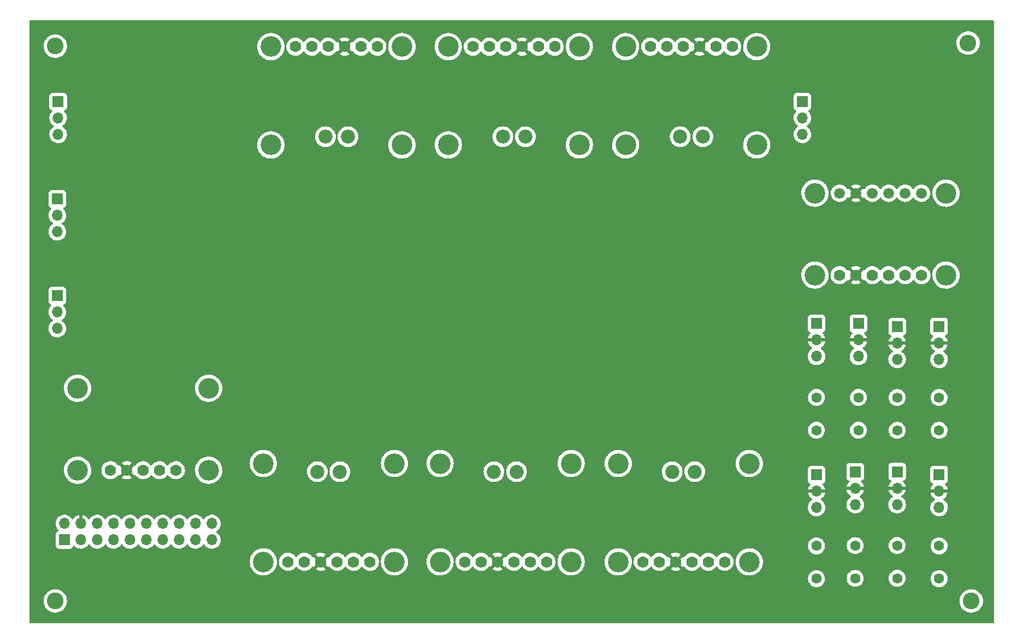
<source format=gbr>
%TF.GenerationSoftware,KiCad,Pcbnew,(6.0.0-0)*%
%TF.CreationDate,2022-09-21T21:39:13-04:00*%
%TF.ProjectId,PEC_Prognostic_Board,5045435f-5072-46f6-976e-6f737469635f,rev?*%
%TF.SameCoordinates,Original*%
%TF.FileFunction,Copper,L3,Inr*%
%TF.FilePolarity,Positive*%
%FSLAX46Y46*%
G04 Gerber Fmt 4.6, Leading zero omitted, Abs format (unit mm)*
G04 Created by KiCad (PCBNEW (6.0.0-0)) date 2022-09-21 21:39:13*
%MOMM*%
%LPD*%
G01*
G04 APERTURE LIST*
%TA.AperFunction,ComponentPad*%
%ADD10C,2.600000*%
%TD*%
%TA.AperFunction,ComponentPad*%
%ADD11O,1.700000X1.700000*%
%TD*%
%TA.AperFunction,ComponentPad*%
%ADD12R,1.700000X1.700000*%
%TD*%
%TA.AperFunction,ComponentPad*%
%ADD13C,1.600000*%
%TD*%
%TA.AperFunction,ComponentPad*%
%ADD14C,3.200000*%
%TD*%
%TA.AperFunction,ComponentPad*%
%ADD15C,1.778000*%
%TD*%
%TA.AperFunction,ComponentPad*%
%ADD16C,2.184400*%
%TD*%
%TA.AperFunction,ComponentPad*%
%ADD17C,1.676400*%
%TD*%
G04 APERTURE END LIST*
D10*
%TO.N,N/C*%
%TO.C,REF\u002A\u002A*%
X74000000Y-44500000D03*
%TD*%
%TO.N,N/C*%
%TO.C,REF\u002A\u002A*%
X215500000Y-44000000D03*
%TD*%
%TO.N,N/C*%
%TO.C,REF\u002A\u002A*%
X216000000Y-130500000D03*
%TD*%
%TO.N,N/C*%
%TO.C,REF\u002A\u002A*%
X74000000Y-130500000D03*
%TD*%
D11*
%TO.N,unconnected-(U9-Pad3)*%
%TO.C,U9*%
X189811267Y-58165647D03*
%TO.N,+5V*%
X189811267Y-55625647D03*
D12*
%TO.N,CUR0*%
X189811267Y-53085647D03*
%TD*%
D13*
%TO.N,TM1+*%
%TO.C,R1*%
X198000000Y-127000000D03*
%TO.N,+5V*%
X198000000Y-121920000D03*
%TD*%
D14*
%TO.N,N/C*%
%TO.C,U1*%
X77463000Y-97533000D03*
X97783000Y-97533000D03*
X97783000Y-110233000D03*
X77463000Y-110233000D03*
D15*
X92703000Y-110233000D03*
%TO.N,SDA_5V*%
X90163000Y-110233000D03*
%TO.N,SCL_5V*%
X87623000Y-110233000D03*
%TO.N,GND*%
X85083000Y-110233000D03*
%TO.N,unconnected-(U1-Pad1)*%
X82543000Y-110233000D03*
%TD*%
D11*
%TO.N,N/C*%
%TO.C,TH7*%
X211000000Y-93040000D03*
%TO.N,GND*%
X211000000Y-90500000D03*
D12*
%TO.N,TM7+*%
X211000000Y-87960000D03*
%TD*%
D11*
%TO.N,N/C*%
%TO.C,TH5*%
X211000000Y-115985000D03*
%TO.N,GND*%
X211000000Y-113445000D03*
D12*
%TO.N,TM5+*%
X211000000Y-110905000D03*
%TD*%
D14*
%TO.N,N/C*%
%TO.C,U4*%
X153963000Y-124428000D03*
X133643000Y-109188000D03*
X153963000Y-109188000D03*
X133643000Y-124428000D03*
D15*
X150153000Y-124428000D03*
%TO.N,SDA_5V*%
X147613000Y-124428000D03*
%TO.N,SCL_5V*%
X145073000Y-124428000D03*
%TO.N,GND*%
X142533000Y-124428000D03*
D16*
%TO.N,unconnected-(U4-Pad2)*%
X145503000Y-110458000D03*
D15*
X139993000Y-124428000D03*
D16*
%TO.N,unconnected-(U4-Pad1)*%
X142003000Y-110458000D03*
D15*
X137453000Y-124428000D03*
%TD*%
D11*
%TO.N,N/C*%
%TO.C,TH6*%
X204500000Y-93055000D03*
%TO.N,GND*%
X204500000Y-90515000D03*
D12*
%TO.N,TM6+*%
X204500000Y-87975000D03*
%TD*%
D14*
%TO.N,N/C*%
%TO.C,U7*%
X182737000Y-44572000D03*
X162417000Y-59812000D03*
X182737000Y-59812000D03*
X162417000Y-44572000D03*
D15*
X166227000Y-44572000D03*
%TO.N,SDA_5V*%
X168767000Y-44572000D03*
%TO.N,SCL_5V*%
X171307000Y-44572000D03*
%TO.N,GND*%
X173847000Y-44572000D03*
%TO.N,unconnected-(U7-Pad2)*%
X176387000Y-44572000D03*
D16*
X170877000Y-58542000D03*
%TO.N,unconnected-(U7-Pad1)*%
X174377000Y-58542000D03*
D15*
X178927000Y-44572000D03*
%TD*%
D13*
%TO.N,TM2+*%
%TO.C,R2*%
X192000000Y-104025000D03*
%TO.N,+5V*%
X192000000Y-98945000D03*
%TD*%
D11*
%TO.N,unconnected-(U12-Pad3)*%
%TO.C,U12*%
X74311267Y-88268923D03*
%TO.N,+5V*%
X74311267Y-85728923D03*
D12*
%TO.N,CUR4*%
X74311267Y-83188923D03*
%TD*%
D13*
%TO.N,TM0+*%
%TO.C,R0*%
X192000000Y-127045000D03*
%TO.N,+5V*%
X192000000Y-121965000D03*
%TD*%
%TO.N,TM7+*%
%TO.C,R7*%
X211000000Y-104045000D03*
%TO.N,+5V*%
X211000000Y-98965000D03*
%TD*%
D14*
%TO.N,N/C*%
%TO.C,U8*%
X106263000Y-109188000D03*
X126583000Y-109188000D03*
X126583000Y-124428000D03*
X106263000Y-124428000D03*
D15*
X122773000Y-124428000D03*
%TO.N,SDA_5V*%
X120233000Y-124428000D03*
%TO.N,SCL_5V*%
X117693000Y-124428000D03*
%TO.N,GND*%
X115153000Y-124428000D03*
%TO.N,unconnected-(U8-Pad2)*%
X112613000Y-124428000D03*
D16*
X118123000Y-110458000D03*
D15*
%TO.N,unconnected-(U8-Pad1)*%
X110073000Y-124428000D03*
D16*
X114623000Y-110458000D03*
%TD*%
D11*
%TO.N,unconnected-(U11-Pad3)*%
%TO.C,U11*%
X74311267Y-73268923D03*
%TO.N,+5V*%
X74311267Y-70728923D03*
D12*
%TO.N,CUR2*%
X74311267Y-68188923D03*
%TD*%
D13*
%TO.N,TM3+*%
%TO.C,R3*%
X198500000Y-104025000D03*
%TO.N,+5V*%
X198500000Y-98945000D03*
%TD*%
D11*
%TO.N,N/C*%
%TO.C,TH0*%
X192000000Y-116020000D03*
%TO.N,GND*%
X192000000Y-113480000D03*
D12*
%TO.N,TM0+*%
X192000000Y-110940000D03*
%TD*%
D11*
%TO.N,N/C*%
%TO.C,TH4*%
X204500000Y-115540000D03*
%TO.N,GND*%
X204500000Y-113000000D03*
D12*
%TO.N,TM4+*%
X204500000Y-110460000D03*
%TD*%
D11*
%TO.N,unconnected-(U10-Pad3)*%
%TO.C,U10*%
X74444250Y-58165647D03*
%TO.N,+5V*%
X74444250Y-55625647D03*
D12*
%TO.N,CUR1*%
X74444250Y-53085647D03*
%TD*%
D14*
%TO.N,N/C*%
%TO.C,U6*%
X161263000Y-109188000D03*
X161263000Y-124428000D03*
X181583000Y-109188000D03*
X181583000Y-124428000D03*
D15*
X177773000Y-124428000D03*
%TO.N,SDA_5V*%
X175233000Y-124428000D03*
%TO.N,SCL_5V*%
X172693000Y-124428000D03*
%TO.N,GND*%
X170153000Y-124428000D03*
%TO.N,unconnected-(U6-Pad2)*%
X167613000Y-124428000D03*
D16*
X173123000Y-110458000D03*
D15*
%TO.N,unconnected-(U6-Pad1)*%
X165073000Y-124428000D03*
D16*
X169623000Y-110458000D03*
%TD*%
D11*
%TO.N,N/C*%
%TO.C,TH3*%
X198500000Y-92580000D03*
%TO.N,GND*%
X198500000Y-90040000D03*
D12*
%TO.N,TM3+*%
X198500000Y-87500000D03*
%TD*%
D11*
%TO.N,TM7+*%
%TO.C,J1*%
X98280000Y-118500000D03*
%TO.N,CUR0*%
X98280000Y-121040000D03*
%TO.N,TM6+*%
X95740000Y-118500000D03*
%TO.N,CUR1*%
X95740000Y-121040000D03*
%TO.N,TM5+*%
X93200000Y-118500000D03*
%TO.N,CUR2*%
X93200000Y-121040000D03*
%TO.N,TM4+*%
X90660000Y-118500000D03*
%TO.N,CUR3*%
X90660000Y-121040000D03*
%TO.N,TM3+*%
X88120000Y-118500000D03*
%TO.N,unconnected-(J1-Pad11)*%
X88120000Y-121040000D03*
%TO.N,TM2+*%
X85580000Y-118500000D03*
%TO.N,unconnected-(J1-Pad9)*%
X85580000Y-121040000D03*
%TO.N,TM1+*%
X83040000Y-118500000D03*
%TO.N,unconnected-(J1-Pad7)*%
X83040000Y-121040000D03*
%TO.N,TM0+*%
X80500000Y-118500000D03*
%TO.N,unconnected-(J1-Pad5)*%
X80500000Y-121040000D03*
%TO.N,GND*%
X77960000Y-118500000D03*
%TO.N,SDA_5V*%
X77960000Y-121040000D03*
%TO.N,+5V*%
X75420000Y-118500000D03*
D12*
%TO.N,SCL_5V*%
X75420000Y-121040000D03*
%TD*%
D11*
%TO.N,N/C*%
%TO.C,TH1*%
X198000000Y-115555000D03*
%TO.N,GND*%
X198000000Y-113015000D03*
D12*
%TO.N,TM1+*%
X198000000Y-110475000D03*
%TD*%
D14*
%TO.N,N/C*%
%TO.C,U5*%
X155237000Y-44572000D03*
X155237000Y-59812000D03*
X134917000Y-44572000D03*
X134917000Y-59812000D03*
D15*
X138727000Y-44572000D03*
%TO.N,SDA_5V*%
X141267000Y-44572000D03*
%TO.N,SCL_5V*%
X143807000Y-44572000D03*
%TO.N,GND*%
X146347000Y-44572000D03*
D16*
%TO.N,unconnected-(U5-Pad2)*%
X143377000Y-58542000D03*
D15*
X148887000Y-44572000D03*
%TO.N,unconnected-(U5-Pad1)*%
X151427000Y-44572000D03*
D16*
X146877000Y-58542000D03*
%TD*%
D14*
%TO.N,N/C*%
%TO.C,U2*%
X191763000Y-67288000D03*
X212083000Y-67288000D03*
X212083000Y-79988000D03*
X191763000Y-79988000D03*
D15*
X208273000Y-79988000D03*
D17*
X208273000Y-67288000D03*
%TO.N,unconnected-(U2-Pad5)*%
X205733000Y-67288000D03*
D15*
X205733000Y-79988000D03*
D17*
%TO.N,SDA_5V*%
X203193000Y-67288000D03*
D15*
X203193000Y-79988000D03*
%TO.N,SCL_5V*%
X200653000Y-79988000D03*
D17*
X200653000Y-67288000D03*
%TO.N,GND*%
X198113000Y-67288000D03*
D15*
X198113000Y-79988000D03*
%TO.N,unconnected-(U2-Pad1)*%
X195573000Y-79988000D03*
D17*
X195573000Y-67288000D03*
%TD*%
D11*
%TO.N,N/C*%
%TO.C,TH2*%
X192000000Y-92580000D03*
%TO.N,GND*%
X192000000Y-90040000D03*
D12*
%TO.N,TM2+*%
X192000000Y-87500000D03*
%TD*%
D13*
%TO.N,TM5+*%
%TO.C,R5*%
X211000000Y-127030000D03*
%TO.N,+5V*%
X211000000Y-121950000D03*
%TD*%
D14*
%TO.N,N/C*%
%TO.C,U3*%
X107417000Y-44572000D03*
X107417000Y-59812000D03*
X127737000Y-59812000D03*
X127737000Y-44572000D03*
D15*
X111227000Y-44572000D03*
%TO.N,SDA_5V*%
X113767000Y-44572000D03*
%TO.N,SCL_5V*%
X116307000Y-44572000D03*
%TO.N,GND*%
X118847000Y-44572000D03*
%TO.N,unconnected-(U3-Pad2)*%
X121387000Y-44572000D03*
D16*
X115877000Y-58542000D03*
D15*
%TO.N,unconnected-(U3-Pad1)*%
X123927000Y-44572000D03*
D16*
X119377000Y-58542000D03*
%TD*%
D13*
%TO.N,TM4+*%
%TO.C,R4*%
X204500000Y-126985000D03*
%TO.N,+5V*%
X204500000Y-121905000D03*
%TD*%
%TO.N,TM6+*%
%TO.C,R6*%
X204500000Y-104045000D03*
%TO.N,+5V*%
X204500000Y-98965000D03*
%TD*%
%TA.AperFunction,Conductor*%
%TO.N,GND*%
G36*
X219434121Y-40528002D02*
G01*
X219480614Y-40581658D01*
X219492000Y-40634000D01*
X219492000Y-133866000D01*
X219471998Y-133934121D01*
X219418342Y-133980614D01*
X219366000Y-133992000D01*
X70134000Y-133992000D01*
X70065879Y-133971998D01*
X70019386Y-133918342D01*
X70008000Y-133866000D01*
X70008000Y-130452526D01*
X72187050Y-130452526D01*
X72199947Y-130721019D01*
X72252388Y-130984656D01*
X72343220Y-131237646D01*
X72470450Y-131474431D01*
X72473241Y-131478168D01*
X72473245Y-131478175D01*
X72554887Y-131587506D01*
X72631281Y-131689810D01*
X72634590Y-131693090D01*
X72634595Y-131693096D01*
X72818863Y-131875762D01*
X72822180Y-131879050D01*
X72825942Y-131881808D01*
X72825945Y-131881811D01*
X72938299Y-131964192D01*
X73038954Y-132037995D01*
X73043089Y-132040171D01*
X73043093Y-132040173D01*
X73272698Y-132160975D01*
X73276840Y-132163154D01*
X73530613Y-132251775D01*
X73535206Y-132252647D01*
X73790109Y-132301042D01*
X73790112Y-132301042D01*
X73794698Y-132301913D01*
X73922370Y-132306929D01*
X74058625Y-132312283D01*
X74058630Y-132312283D01*
X74063293Y-132312466D01*
X74167607Y-132301042D01*
X74325844Y-132283713D01*
X74325850Y-132283712D01*
X74330497Y-132283203D01*
X74335021Y-132282012D01*
X74585918Y-132215956D01*
X74585920Y-132215955D01*
X74590441Y-132214765D01*
X74594738Y-132212919D01*
X74833120Y-132110502D01*
X74833122Y-132110501D01*
X74837414Y-132108657D01*
X74956071Y-132035230D01*
X75062017Y-131969669D01*
X75062021Y-131969666D01*
X75065990Y-131967210D01*
X75271149Y-131793530D01*
X75448382Y-131591434D01*
X75593797Y-131365361D01*
X75704199Y-131120278D01*
X75741209Y-130989051D01*
X75775893Y-130866072D01*
X75775894Y-130866069D01*
X75777163Y-130861568D01*
X75795043Y-130721019D01*
X75810688Y-130598045D01*
X75810688Y-130598041D01*
X75811086Y-130594915D01*
X75813571Y-130500000D01*
X75810043Y-130452526D01*
X214187050Y-130452526D01*
X214199947Y-130721019D01*
X214252388Y-130984656D01*
X214343220Y-131237646D01*
X214470450Y-131474431D01*
X214473241Y-131478168D01*
X214473245Y-131478175D01*
X214554887Y-131587506D01*
X214631281Y-131689810D01*
X214634590Y-131693090D01*
X214634595Y-131693096D01*
X214818863Y-131875762D01*
X214822180Y-131879050D01*
X214825942Y-131881808D01*
X214825945Y-131881811D01*
X214938299Y-131964192D01*
X215038954Y-132037995D01*
X215043089Y-132040171D01*
X215043093Y-132040173D01*
X215272698Y-132160975D01*
X215276840Y-132163154D01*
X215530613Y-132251775D01*
X215535206Y-132252647D01*
X215790109Y-132301042D01*
X215790112Y-132301042D01*
X215794698Y-132301913D01*
X215922370Y-132306929D01*
X216058625Y-132312283D01*
X216058630Y-132312283D01*
X216063293Y-132312466D01*
X216167607Y-132301042D01*
X216325844Y-132283713D01*
X216325850Y-132283712D01*
X216330497Y-132283203D01*
X216335021Y-132282012D01*
X216585918Y-132215956D01*
X216585920Y-132215955D01*
X216590441Y-132214765D01*
X216594738Y-132212919D01*
X216833120Y-132110502D01*
X216833122Y-132110501D01*
X216837414Y-132108657D01*
X216956071Y-132035230D01*
X217062017Y-131969669D01*
X217062021Y-131969666D01*
X217065990Y-131967210D01*
X217271149Y-131793530D01*
X217448382Y-131591434D01*
X217593797Y-131365361D01*
X217704199Y-131120278D01*
X217741209Y-130989051D01*
X217775893Y-130866072D01*
X217775894Y-130866069D01*
X217777163Y-130861568D01*
X217795043Y-130721019D01*
X217810688Y-130598045D01*
X217810688Y-130598041D01*
X217811086Y-130594915D01*
X217813571Y-130500000D01*
X217793650Y-130231937D01*
X217734327Y-129969763D01*
X217636902Y-129719238D01*
X217503518Y-129485864D01*
X217337105Y-129274769D01*
X217141317Y-129090591D01*
X216920457Y-128937374D01*
X216916264Y-128935306D01*
X216683564Y-128820551D01*
X216683561Y-128820550D01*
X216679376Y-128818486D01*
X216631745Y-128803239D01*
X216577621Y-128785914D01*
X216423370Y-128736538D01*
X216418763Y-128735788D01*
X216418760Y-128735787D01*
X216162674Y-128694081D01*
X216162675Y-128694081D01*
X216158063Y-128693330D01*
X216027719Y-128691624D01*
X215893961Y-128689873D01*
X215893958Y-128689873D01*
X215889284Y-128689812D01*
X215622937Y-128726060D01*
X215364874Y-128801278D01*
X215120763Y-128913815D01*
X215116854Y-128916378D01*
X214899881Y-129058631D01*
X214899876Y-129058635D01*
X214895968Y-129061197D01*
X214695426Y-129240188D01*
X214523544Y-129446854D01*
X214384096Y-129676656D01*
X214280148Y-129924545D01*
X214213981Y-130185077D01*
X214187050Y-130452526D01*
X75810043Y-130452526D01*
X75793650Y-130231937D01*
X75734327Y-129969763D01*
X75636902Y-129719238D01*
X75503518Y-129485864D01*
X75337105Y-129274769D01*
X75141317Y-129090591D01*
X74920457Y-128937374D01*
X74916264Y-128935306D01*
X74683564Y-128820551D01*
X74683561Y-128820550D01*
X74679376Y-128818486D01*
X74631745Y-128803239D01*
X74577621Y-128785914D01*
X74423370Y-128736538D01*
X74418763Y-128735788D01*
X74418760Y-128735787D01*
X74162674Y-128694081D01*
X74162675Y-128694081D01*
X74158063Y-128693330D01*
X74027719Y-128691624D01*
X73893961Y-128689873D01*
X73893958Y-128689873D01*
X73889284Y-128689812D01*
X73622937Y-128726060D01*
X73364874Y-128801278D01*
X73120763Y-128913815D01*
X73116854Y-128916378D01*
X72899881Y-129058631D01*
X72899876Y-129058635D01*
X72895968Y-129061197D01*
X72695426Y-129240188D01*
X72523544Y-129446854D01*
X72384096Y-129676656D01*
X72280148Y-129924545D01*
X72213981Y-130185077D01*
X72187050Y-130452526D01*
X70008000Y-130452526D01*
X70008000Y-127045000D01*
X190686502Y-127045000D01*
X190706457Y-127273087D01*
X190707881Y-127278400D01*
X190707881Y-127278402D01*
X190763032Y-127484225D01*
X190765716Y-127494243D01*
X190768039Y-127499224D01*
X190768039Y-127499225D01*
X190860151Y-127696762D01*
X190860154Y-127696767D01*
X190862477Y-127701749D01*
X190865634Y-127706257D01*
X190986028Y-127878197D01*
X190993802Y-127889300D01*
X191155700Y-128051198D01*
X191160208Y-128054355D01*
X191160211Y-128054357D01*
X191238389Y-128109098D01*
X191343251Y-128182523D01*
X191348233Y-128184846D01*
X191348238Y-128184849D01*
X191545775Y-128276961D01*
X191550757Y-128279284D01*
X191556065Y-128280706D01*
X191556067Y-128280707D01*
X191766598Y-128337119D01*
X191766600Y-128337119D01*
X191771913Y-128338543D01*
X192000000Y-128358498D01*
X192228087Y-128338543D01*
X192233400Y-128337119D01*
X192233402Y-128337119D01*
X192443933Y-128280707D01*
X192443935Y-128280706D01*
X192449243Y-128279284D01*
X192454225Y-128276961D01*
X192651762Y-128184849D01*
X192651767Y-128184846D01*
X192656749Y-128182523D01*
X192761611Y-128109098D01*
X192839789Y-128054357D01*
X192839792Y-128054355D01*
X192844300Y-128051198D01*
X193006198Y-127889300D01*
X193013973Y-127878197D01*
X193134366Y-127706257D01*
X193137523Y-127701749D01*
X193139846Y-127696767D01*
X193139849Y-127696762D01*
X193231961Y-127499225D01*
X193231961Y-127499224D01*
X193234284Y-127494243D01*
X193236969Y-127484225D01*
X193292119Y-127278402D01*
X193292119Y-127278400D01*
X193293543Y-127273087D01*
X193313498Y-127045000D01*
X193309561Y-127000000D01*
X196686502Y-127000000D01*
X196706457Y-127228087D01*
X196707881Y-127233400D01*
X196707881Y-127233402D01*
X196763032Y-127439225D01*
X196765716Y-127449243D01*
X196768039Y-127454224D01*
X196768039Y-127454225D01*
X196860151Y-127651762D01*
X196860154Y-127651767D01*
X196862477Y-127656749D01*
X196897143Y-127706257D01*
X196986028Y-127833197D01*
X196993802Y-127844300D01*
X197155700Y-128006198D01*
X197160208Y-128009355D01*
X197160211Y-128009357D01*
X197192979Y-128032301D01*
X197343251Y-128137523D01*
X197348233Y-128139846D01*
X197348238Y-128139849D01*
X197545775Y-128231961D01*
X197550757Y-128234284D01*
X197556065Y-128235706D01*
X197556067Y-128235707D01*
X197766598Y-128292119D01*
X197766600Y-128292119D01*
X197771913Y-128293543D01*
X198000000Y-128313498D01*
X198228087Y-128293543D01*
X198233400Y-128292119D01*
X198233402Y-128292119D01*
X198443933Y-128235707D01*
X198443935Y-128235706D01*
X198449243Y-128234284D01*
X198454225Y-128231961D01*
X198651762Y-128139849D01*
X198651767Y-128139846D01*
X198656749Y-128137523D01*
X198807021Y-128032301D01*
X198839789Y-128009357D01*
X198839792Y-128009355D01*
X198844300Y-128006198D01*
X199006198Y-127844300D01*
X199013973Y-127833197D01*
X199102857Y-127706257D01*
X199137523Y-127656749D01*
X199139846Y-127651767D01*
X199139849Y-127651762D01*
X199231961Y-127454225D01*
X199231961Y-127454224D01*
X199234284Y-127449243D01*
X199236969Y-127439225D01*
X199292119Y-127233402D01*
X199292119Y-127233400D01*
X199293543Y-127228087D01*
X199313498Y-127000000D01*
X199312186Y-126985000D01*
X203186502Y-126985000D01*
X203206457Y-127213087D01*
X203265716Y-127434243D01*
X203268039Y-127439224D01*
X203268039Y-127439225D01*
X203360151Y-127636762D01*
X203360154Y-127636767D01*
X203362477Y-127641749D01*
X203493802Y-127829300D01*
X203655700Y-127991198D01*
X203660208Y-127994355D01*
X203660211Y-127994357D01*
X203714401Y-128032301D01*
X203843251Y-128122523D01*
X203848233Y-128124846D01*
X203848238Y-128124849D01*
X203971922Y-128182523D01*
X204050757Y-128219284D01*
X204056065Y-128220706D01*
X204056067Y-128220707D01*
X204266598Y-128277119D01*
X204266600Y-128277119D01*
X204271913Y-128278543D01*
X204500000Y-128298498D01*
X204728087Y-128278543D01*
X204733400Y-128277119D01*
X204733402Y-128277119D01*
X204943933Y-128220707D01*
X204943935Y-128220706D01*
X204949243Y-128219284D01*
X205028078Y-128182523D01*
X205151762Y-128124849D01*
X205151767Y-128124846D01*
X205156749Y-128122523D01*
X205285599Y-128032301D01*
X205339789Y-127994357D01*
X205339792Y-127994355D01*
X205344300Y-127991198D01*
X205506198Y-127829300D01*
X205637523Y-127641749D01*
X205639846Y-127636767D01*
X205639849Y-127636762D01*
X205731961Y-127439225D01*
X205731961Y-127439224D01*
X205734284Y-127434243D01*
X205793543Y-127213087D01*
X205809561Y-127030000D01*
X209686502Y-127030000D01*
X209706457Y-127258087D01*
X209707881Y-127263400D01*
X209707881Y-127263402D01*
X209756255Y-127443933D01*
X209765716Y-127479243D01*
X209768039Y-127484224D01*
X209768039Y-127484225D01*
X209860151Y-127681762D01*
X209860154Y-127681767D01*
X209862477Y-127686749D01*
X209876137Y-127706257D01*
X209972796Y-127844300D01*
X209993802Y-127874300D01*
X210155700Y-128036198D01*
X210160208Y-128039355D01*
X210160211Y-128039357D01*
X210238389Y-128094098D01*
X210343251Y-128167523D01*
X210348233Y-128169846D01*
X210348238Y-128169849D01*
X210545775Y-128261961D01*
X210550757Y-128264284D01*
X210556065Y-128265706D01*
X210556067Y-128265707D01*
X210766598Y-128322119D01*
X210766600Y-128322119D01*
X210771913Y-128323543D01*
X211000000Y-128343498D01*
X211228087Y-128323543D01*
X211233400Y-128322119D01*
X211233402Y-128322119D01*
X211443933Y-128265707D01*
X211443935Y-128265706D01*
X211449243Y-128264284D01*
X211454225Y-128261961D01*
X211651762Y-128169849D01*
X211651767Y-128169846D01*
X211656749Y-128167523D01*
X211761611Y-128094098D01*
X211839789Y-128039357D01*
X211839792Y-128039355D01*
X211844300Y-128036198D01*
X212006198Y-127874300D01*
X212027205Y-127844300D01*
X212123863Y-127706257D01*
X212137523Y-127686749D01*
X212139846Y-127681767D01*
X212139849Y-127681762D01*
X212231961Y-127484225D01*
X212231961Y-127484224D01*
X212234284Y-127479243D01*
X212243746Y-127443933D01*
X212292119Y-127263402D01*
X212292119Y-127263400D01*
X212293543Y-127258087D01*
X212313498Y-127030000D01*
X212293543Y-126801913D01*
X212286973Y-126777393D01*
X212235707Y-126586067D01*
X212235706Y-126586065D01*
X212234284Y-126580757D01*
X212217972Y-126545775D01*
X212139849Y-126378238D01*
X212139846Y-126378233D01*
X212137523Y-126373251D01*
X212016701Y-126200700D01*
X212009357Y-126190211D01*
X212009355Y-126190208D01*
X212006198Y-126185700D01*
X211844300Y-126023802D01*
X211839792Y-126020645D01*
X211839789Y-126020643D01*
X211739203Y-125950212D01*
X211656749Y-125892477D01*
X211651767Y-125890154D01*
X211651762Y-125890151D01*
X211454225Y-125798039D01*
X211454224Y-125798039D01*
X211449243Y-125795716D01*
X211443935Y-125794294D01*
X211443933Y-125794293D01*
X211233402Y-125737881D01*
X211233400Y-125737881D01*
X211228087Y-125736457D01*
X211000000Y-125716502D01*
X210771913Y-125736457D01*
X210766600Y-125737881D01*
X210766598Y-125737881D01*
X210556067Y-125794293D01*
X210556065Y-125794294D01*
X210550757Y-125795716D01*
X210545776Y-125798039D01*
X210545775Y-125798039D01*
X210348238Y-125890151D01*
X210348233Y-125890154D01*
X210343251Y-125892477D01*
X210260797Y-125950212D01*
X210160211Y-126020643D01*
X210160208Y-126020645D01*
X210155700Y-126023802D01*
X209993802Y-126185700D01*
X209990645Y-126190208D01*
X209990643Y-126190211D01*
X209983299Y-126200700D01*
X209862477Y-126373251D01*
X209860154Y-126378233D01*
X209860151Y-126378238D01*
X209782028Y-126545775D01*
X209765716Y-126580757D01*
X209764294Y-126586065D01*
X209764293Y-126586067D01*
X209713027Y-126777393D01*
X209706457Y-126801913D01*
X209686502Y-127030000D01*
X205809561Y-127030000D01*
X205813498Y-126985000D01*
X205793543Y-126756913D01*
X205738303Y-126550757D01*
X205735707Y-126541067D01*
X205735706Y-126541065D01*
X205734284Y-126535757D01*
X205731961Y-126530775D01*
X205639849Y-126333238D01*
X205639846Y-126333233D01*
X205637523Y-126328251D01*
X205540866Y-126190211D01*
X205509357Y-126145211D01*
X205509355Y-126145208D01*
X205506198Y-126140700D01*
X205344300Y-125978802D01*
X205339792Y-125975645D01*
X205339789Y-125975643D01*
X205221015Y-125892477D01*
X205156749Y-125847477D01*
X205151767Y-125845154D01*
X205151762Y-125845151D01*
X204954225Y-125753039D01*
X204954224Y-125753039D01*
X204949243Y-125750716D01*
X204943935Y-125749294D01*
X204943933Y-125749293D01*
X204733402Y-125692881D01*
X204733400Y-125692881D01*
X204728087Y-125691457D01*
X204500000Y-125671502D01*
X204271913Y-125691457D01*
X204266600Y-125692881D01*
X204266598Y-125692881D01*
X204056067Y-125749293D01*
X204056065Y-125749294D01*
X204050757Y-125750716D01*
X204045776Y-125753039D01*
X204045775Y-125753039D01*
X203848238Y-125845151D01*
X203848233Y-125845154D01*
X203843251Y-125847477D01*
X203778985Y-125892477D01*
X203660211Y-125975643D01*
X203660208Y-125975645D01*
X203655700Y-125978802D01*
X203493802Y-126140700D01*
X203490645Y-126145208D01*
X203490643Y-126145211D01*
X203459134Y-126190211D01*
X203362477Y-126328251D01*
X203360154Y-126333233D01*
X203360151Y-126333238D01*
X203268039Y-126530775D01*
X203265716Y-126535757D01*
X203264294Y-126541065D01*
X203264293Y-126541067D01*
X203261697Y-126550757D01*
X203206457Y-126756913D01*
X203186502Y-126985000D01*
X199312186Y-126985000D01*
X199293543Y-126771913D01*
X199245007Y-126590775D01*
X199235707Y-126556067D01*
X199235706Y-126556065D01*
X199234284Y-126550757D01*
X199228343Y-126538016D01*
X199139849Y-126348238D01*
X199139846Y-126348233D01*
X199137523Y-126343251D01*
X199040866Y-126205211D01*
X199009357Y-126160211D01*
X199009355Y-126160208D01*
X199006198Y-126155700D01*
X198844300Y-125993802D01*
X198839792Y-125990645D01*
X198839789Y-125990643D01*
X198721015Y-125907477D01*
X198656749Y-125862477D01*
X198651767Y-125860154D01*
X198651762Y-125860151D01*
X198454225Y-125768039D01*
X198454224Y-125768039D01*
X198449243Y-125765716D01*
X198443935Y-125764294D01*
X198443933Y-125764293D01*
X198233402Y-125707881D01*
X198233400Y-125707881D01*
X198228087Y-125706457D01*
X198000000Y-125686502D01*
X197771913Y-125706457D01*
X197766600Y-125707881D01*
X197766598Y-125707881D01*
X197556067Y-125764293D01*
X197556065Y-125764294D01*
X197550757Y-125765716D01*
X197545776Y-125768039D01*
X197545775Y-125768039D01*
X197348238Y-125860151D01*
X197348233Y-125860154D01*
X197343251Y-125862477D01*
X197278985Y-125907477D01*
X197160211Y-125990643D01*
X197160208Y-125990645D01*
X197155700Y-125993802D01*
X196993802Y-126155700D01*
X196990645Y-126160208D01*
X196990643Y-126160211D01*
X196959134Y-126205211D01*
X196862477Y-126343251D01*
X196860154Y-126348233D01*
X196860151Y-126348238D01*
X196771657Y-126538016D01*
X196765716Y-126550757D01*
X196764294Y-126556065D01*
X196764293Y-126556067D01*
X196754993Y-126590775D01*
X196706457Y-126771913D01*
X196686502Y-127000000D01*
X193309561Y-127000000D01*
X193293543Y-126816913D01*
X193234284Y-126595757D01*
X193229766Y-126586067D01*
X193139849Y-126393238D01*
X193139846Y-126393233D01*
X193137523Y-126388251D01*
X193006198Y-126200700D01*
X192844300Y-126038802D01*
X192839792Y-126035645D01*
X192839789Y-126035643D01*
X192726252Y-125956144D01*
X192656749Y-125907477D01*
X192651767Y-125905154D01*
X192651762Y-125905151D01*
X192454225Y-125813039D01*
X192454224Y-125813039D01*
X192449243Y-125810716D01*
X192443935Y-125809294D01*
X192443933Y-125809293D01*
X192233402Y-125752881D01*
X192233400Y-125752881D01*
X192228087Y-125751457D01*
X192000000Y-125731502D01*
X191771913Y-125751457D01*
X191766600Y-125752881D01*
X191766598Y-125752881D01*
X191556067Y-125809293D01*
X191556065Y-125809294D01*
X191550757Y-125810716D01*
X191545776Y-125813039D01*
X191545775Y-125813039D01*
X191348238Y-125905151D01*
X191348233Y-125905154D01*
X191343251Y-125907477D01*
X191273748Y-125956144D01*
X191160211Y-126035643D01*
X191160208Y-126035645D01*
X191155700Y-126038802D01*
X190993802Y-126200700D01*
X190862477Y-126388251D01*
X190860154Y-126393233D01*
X190860151Y-126393238D01*
X190770234Y-126586067D01*
X190765716Y-126595757D01*
X190706457Y-126816913D01*
X190686502Y-127045000D01*
X70008000Y-127045000D01*
X70008000Y-124405869D01*
X104149689Y-124405869D01*
X104166238Y-124692883D01*
X104167063Y-124697088D01*
X104167064Y-124697096D01*
X104195552Y-124842297D01*
X104221586Y-124974995D01*
X104222973Y-124979045D01*
X104222974Y-124979050D01*
X104303841Y-125215241D01*
X104314710Y-125246986D01*
X104443885Y-125503822D01*
X104533596Y-125634352D01*
X104603771Y-125736457D01*
X104606721Y-125740750D01*
X104609608Y-125743923D01*
X104609609Y-125743924D01*
X104617759Y-125752881D01*
X104800206Y-125953388D01*
X104803501Y-125956143D01*
X104803502Y-125956144D01*
X104902361Y-126038802D01*
X105020759Y-126137798D01*
X105264298Y-126290571D01*
X105526318Y-126408877D01*
X105530437Y-126410097D01*
X105797857Y-126489311D01*
X105797862Y-126489312D01*
X105801970Y-126490529D01*
X105806204Y-126491177D01*
X105806209Y-126491178D01*
X106054811Y-126529219D01*
X106086153Y-126534015D01*
X106232485Y-126536314D01*
X106369317Y-126538464D01*
X106369323Y-126538464D01*
X106373608Y-126538531D01*
X106377860Y-126538016D01*
X106377868Y-126538016D01*
X106654756Y-126504508D01*
X106654761Y-126504507D01*
X106659017Y-126503992D01*
X106937097Y-126431039D01*
X107202704Y-126321021D01*
X107408609Y-126200700D01*
X107447219Y-126178138D01*
X107447220Y-126178137D01*
X107450922Y-126175974D01*
X107677159Y-125998582D01*
X107681792Y-125993802D01*
X107869780Y-125799813D01*
X107877227Y-125792128D01*
X107879760Y-125788680D01*
X107879764Y-125788675D01*
X108044887Y-125563886D01*
X108047425Y-125560431D01*
X108082724Y-125495418D01*
X108182554Y-125311555D01*
X108182555Y-125311553D01*
X108184604Y-125307779D01*
X108286225Y-125038848D01*
X108328990Y-124852127D01*
X108349449Y-124762797D01*
X108349450Y-124762793D01*
X108350407Y-124758613D01*
X108373800Y-124496502D01*
X108375743Y-124474726D01*
X108375743Y-124474724D01*
X108375963Y-124472260D01*
X108376427Y-124428000D01*
X108374091Y-124393739D01*
X108671129Y-124393739D01*
X108671426Y-124398892D01*
X108671426Y-124398895D01*
X108673275Y-124430966D01*
X108684357Y-124623161D01*
X108685492Y-124628198D01*
X108685493Y-124628204D01*
X108714882Y-124758613D01*
X108734878Y-124847342D01*
X108821336Y-125060261D01*
X108941408Y-125256200D01*
X109091869Y-125429898D01*
X109268679Y-125576689D01*
X109467090Y-125692631D01*
X109471910Y-125694471D01*
X109471915Y-125694474D01*
X109601414Y-125743924D01*
X109681774Y-125774610D01*
X109686842Y-125775641D01*
X109686845Y-125775642D01*
X109796929Y-125798039D01*
X109906963Y-125820426D01*
X109912136Y-125820616D01*
X109912139Y-125820616D01*
X110131448Y-125828657D01*
X110131452Y-125828657D01*
X110136612Y-125828846D01*
X110141732Y-125828190D01*
X110141734Y-125828190D01*
X110359425Y-125800304D01*
X110359428Y-125800303D01*
X110364552Y-125799647D01*
X110371139Y-125797671D01*
X110579710Y-125735096D01*
X110584663Y-125733610D01*
X110791033Y-125632511D01*
X110795845Y-125629079D01*
X110973916Y-125502062D01*
X110978119Y-125499064D01*
X111140898Y-125336852D01*
X111143914Y-125332655D01*
X111143921Y-125332647D01*
X111240689Y-125197980D01*
X111296683Y-125154332D01*
X111367387Y-125147886D01*
X111430351Y-125180689D01*
X111450444Y-125205672D01*
X111478707Y-125251794D01*
X111478711Y-125251799D01*
X111481408Y-125256200D01*
X111631869Y-125429898D01*
X111808679Y-125576689D01*
X112007090Y-125692631D01*
X112011910Y-125694471D01*
X112011915Y-125694474D01*
X112141414Y-125743924D01*
X112221774Y-125774610D01*
X112226842Y-125775641D01*
X112226845Y-125775642D01*
X112336929Y-125798039D01*
X112446963Y-125820426D01*
X112452136Y-125820616D01*
X112452139Y-125820616D01*
X112671448Y-125828657D01*
X112671452Y-125828657D01*
X112676612Y-125828846D01*
X112681732Y-125828190D01*
X112681734Y-125828190D01*
X112899425Y-125800304D01*
X112899428Y-125800303D01*
X112904552Y-125799647D01*
X112911139Y-125797671D01*
X113119710Y-125735096D01*
X113124663Y-125733610D01*
X113331033Y-125632511D01*
X113335845Y-125629079D01*
X113402737Y-125581365D01*
X114364464Y-125581365D01*
X114369745Y-125588420D01*
X114542846Y-125689571D01*
X114552132Y-125694021D01*
X114757083Y-125772283D01*
X114766981Y-125775159D01*
X114981962Y-125818897D01*
X114992190Y-125820116D01*
X115211425Y-125828156D01*
X115221711Y-125827689D01*
X115439320Y-125799813D01*
X115449398Y-125797671D01*
X115659527Y-125734629D01*
X115669125Y-125730868D01*
X115866138Y-125634352D01*
X115874983Y-125629079D01*
X115930209Y-125589686D01*
X115938609Y-125578987D01*
X115931622Y-125565833D01*
X115165811Y-124800021D01*
X115151868Y-124792408D01*
X115150034Y-124792539D01*
X115143420Y-124796790D01*
X114371221Y-125568990D01*
X114364464Y-125581365D01*
X113402737Y-125581365D01*
X113513916Y-125502062D01*
X113518119Y-125499064D01*
X113680898Y-125336852D01*
X113771003Y-125211458D01*
X113781005Y-125197538D01*
X113837000Y-125153890D01*
X113907703Y-125147444D01*
X113970668Y-125180247D01*
X113990761Y-125205229D01*
X113991100Y-125205782D01*
X114001555Y-125215241D01*
X114010331Y-125211458D01*
X114780979Y-124440811D01*
X114787356Y-124429132D01*
X115517408Y-124429132D01*
X115517539Y-124430966D01*
X115521790Y-124437580D01*
X116291425Y-125207214D01*
X116303431Y-125213770D01*
X116315169Y-125204803D01*
X116320403Y-125197518D01*
X116376397Y-125153870D01*
X116447101Y-125147423D01*
X116510066Y-125180225D01*
X116530160Y-125205208D01*
X116561408Y-125256200D01*
X116711869Y-125429898D01*
X116888679Y-125576689D01*
X117087090Y-125692631D01*
X117091910Y-125694471D01*
X117091915Y-125694474D01*
X117221414Y-125743924D01*
X117301774Y-125774610D01*
X117306842Y-125775641D01*
X117306845Y-125775642D01*
X117416929Y-125798039D01*
X117526963Y-125820426D01*
X117532136Y-125820616D01*
X117532139Y-125820616D01*
X117751448Y-125828657D01*
X117751452Y-125828657D01*
X117756612Y-125828846D01*
X117761732Y-125828190D01*
X117761734Y-125828190D01*
X117979425Y-125800304D01*
X117979428Y-125800303D01*
X117984552Y-125799647D01*
X117991139Y-125797671D01*
X118199710Y-125735096D01*
X118204663Y-125733610D01*
X118411033Y-125632511D01*
X118415845Y-125629079D01*
X118593916Y-125502062D01*
X118598119Y-125499064D01*
X118760898Y-125336852D01*
X118763914Y-125332655D01*
X118763921Y-125332647D01*
X118860689Y-125197980D01*
X118916683Y-125154332D01*
X118987387Y-125147886D01*
X119050351Y-125180689D01*
X119070444Y-125205672D01*
X119098707Y-125251794D01*
X119098711Y-125251799D01*
X119101408Y-125256200D01*
X119251869Y-125429898D01*
X119428679Y-125576689D01*
X119627090Y-125692631D01*
X119631910Y-125694471D01*
X119631915Y-125694474D01*
X119761414Y-125743924D01*
X119841774Y-125774610D01*
X119846842Y-125775641D01*
X119846845Y-125775642D01*
X119956929Y-125798039D01*
X120066963Y-125820426D01*
X120072136Y-125820616D01*
X120072139Y-125820616D01*
X120291448Y-125828657D01*
X120291452Y-125828657D01*
X120296612Y-125828846D01*
X120301732Y-125828190D01*
X120301734Y-125828190D01*
X120519425Y-125800304D01*
X120519428Y-125800303D01*
X120524552Y-125799647D01*
X120531139Y-125797671D01*
X120739710Y-125735096D01*
X120744663Y-125733610D01*
X120951033Y-125632511D01*
X120955845Y-125629079D01*
X121133916Y-125502062D01*
X121138119Y-125499064D01*
X121300898Y-125336852D01*
X121303914Y-125332655D01*
X121303921Y-125332647D01*
X121400689Y-125197980D01*
X121456683Y-125154332D01*
X121527387Y-125147886D01*
X121590351Y-125180689D01*
X121610444Y-125205672D01*
X121638707Y-125251794D01*
X121638711Y-125251799D01*
X121641408Y-125256200D01*
X121791869Y-125429898D01*
X121968679Y-125576689D01*
X122167090Y-125692631D01*
X122171910Y-125694471D01*
X122171915Y-125694474D01*
X122301414Y-125743924D01*
X122381774Y-125774610D01*
X122386842Y-125775641D01*
X122386845Y-125775642D01*
X122496929Y-125798039D01*
X122606963Y-125820426D01*
X122612136Y-125820616D01*
X122612139Y-125820616D01*
X122831448Y-125828657D01*
X122831452Y-125828657D01*
X122836612Y-125828846D01*
X122841732Y-125828190D01*
X122841734Y-125828190D01*
X123059425Y-125800304D01*
X123059428Y-125800303D01*
X123064552Y-125799647D01*
X123071139Y-125797671D01*
X123279710Y-125735096D01*
X123284663Y-125733610D01*
X123491033Y-125632511D01*
X123495845Y-125629079D01*
X123673916Y-125502062D01*
X123678119Y-125499064D01*
X123840898Y-125336852D01*
X123931003Y-125211458D01*
X123971979Y-125154433D01*
X123974997Y-125150233D01*
X124076816Y-124944217D01*
X124092739Y-124891808D01*
X124142117Y-124729291D01*
X124142118Y-124729285D01*
X124143621Y-124724339D01*
X124173616Y-124496502D01*
X124174148Y-124474726D01*
X124175208Y-124431365D01*
X124175208Y-124431361D01*
X124175290Y-124428000D01*
X124173471Y-124405869D01*
X124469689Y-124405869D01*
X124486238Y-124692883D01*
X124487063Y-124697088D01*
X124487064Y-124697096D01*
X124515552Y-124842297D01*
X124541586Y-124974995D01*
X124542973Y-124979045D01*
X124542974Y-124979050D01*
X124623841Y-125215241D01*
X124634710Y-125246986D01*
X124763885Y-125503822D01*
X124853596Y-125634352D01*
X124923771Y-125736457D01*
X124926721Y-125740750D01*
X124929608Y-125743923D01*
X124929609Y-125743924D01*
X124937759Y-125752881D01*
X125120206Y-125953388D01*
X125123501Y-125956143D01*
X125123502Y-125956144D01*
X125222361Y-126038802D01*
X125340759Y-126137798D01*
X125584298Y-126290571D01*
X125846318Y-126408877D01*
X125850437Y-126410097D01*
X126117857Y-126489311D01*
X126117862Y-126489312D01*
X126121970Y-126490529D01*
X126126204Y-126491177D01*
X126126209Y-126491178D01*
X126374811Y-126529219D01*
X126406153Y-126534015D01*
X126552485Y-126536314D01*
X126689317Y-126538464D01*
X126689323Y-126538464D01*
X126693608Y-126538531D01*
X126697860Y-126538016D01*
X126697868Y-126538016D01*
X126974756Y-126504508D01*
X126974761Y-126504507D01*
X126979017Y-126503992D01*
X127257097Y-126431039D01*
X127522704Y-126321021D01*
X127728609Y-126200700D01*
X127767219Y-126178138D01*
X127767220Y-126178137D01*
X127770922Y-126175974D01*
X127997159Y-125998582D01*
X128001792Y-125993802D01*
X128189780Y-125799813D01*
X128197227Y-125792128D01*
X128199760Y-125788680D01*
X128199764Y-125788675D01*
X128364887Y-125563886D01*
X128367425Y-125560431D01*
X128402724Y-125495418D01*
X128502554Y-125311555D01*
X128502555Y-125311553D01*
X128504604Y-125307779D01*
X128606225Y-125038848D01*
X128648990Y-124852127D01*
X128669449Y-124762797D01*
X128669450Y-124762793D01*
X128670407Y-124758613D01*
X128693800Y-124496502D01*
X128695743Y-124474726D01*
X128695743Y-124474724D01*
X128695963Y-124472260D01*
X128696427Y-124428000D01*
X128694918Y-124405869D01*
X131529689Y-124405869D01*
X131546238Y-124692883D01*
X131547063Y-124697088D01*
X131547064Y-124697096D01*
X131575552Y-124842297D01*
X131601586Y-124974995D01*
X131602973Y-124979045D01*
X131602974Y-124979050D01*
X131683841Y-125215241D01*
X131694710Y-125246986D01*
X131823885Y-125503822D01*
X131913596Y-125634352D01*
X131983771Y-125736457D01*
X131986721Y-125740750D01*
X131989608Y-125743923D01*
X131989609Y-125743924D01*
X131997759Y-125752881D01*
X132180206Y-125953388D01*
X132183501Y-125956143D01*
X132183502Y-125956144D01*
X132282361Y-126038802D01*
X132400759Y-126137798D01*
X132644298Y-126290571D01*
X132906318Y-126408877D01*
X132910437Y-126410097D01*
X133177857Y-126489311D01*
X133177862Y-126489312D01*
X133181970Y-126490529D01*
X133186204Y-126491177D01*
X133186209Y-126491178D01*
X133434811Y-126529219D01*
X133466153Y-126534015D01*
X133612485Y-126536314D01*
X133749317Y-126538464D01*
X133749323Y-126538464D01*
X133753608Y-126538531D01*
X133757860Y-126538016D01*
X133757868Y-126538016D01*
X134034756Y-126504508D01*
X134034761Y-126504507D01*
X134039017Y-126503992D01*
X134317097Y-126431039D01*
X134582704Y-126321021D01*
X134788609Y-126200700D01*
X134827219Y-126178138D01*
X134827220Y-126178137D01*
X134830922Y-126175974D01*
X135057159Y-125998582D01*
X135061792Y-125993802D01*
X135249780Y-125799813D01*
X135257227Y-125792128D01*
X135259760Y-125788680D01*
X135259764Y-125788675D01*
X135424887Y-125563886D01*
X135427425Y-125560431D01*
X135462724Y-125495418D01*
X135562554Y-125311555D01*
X135562555Y-125311553D01*
X135564604Y-125307779D01*
X135666225Y-125038848D01*
X135708990Y-124852127D01*
X135729449Y-124762797D01*
X135729450Y-124762793D01*
X135730407Y-124758613D01*
X135753800Y-124496502D01*
X135755743Y-124474726D01*
X135755743Y-124474724D01*
X135755963Y-124472260D01*
X135756427Y-124428000D01*
X135754091Y-124393739D01*
X136051129Y-124393739D01*
X136051426Y-124398892D01*
X136051426Y-124398895D01*
X136053275Y-124430966D01*
X136064357Y-124623161D01*
X136065492Y-124628198D01*
X136065493Y-124628204D01*
X136094882Y-124758613D01*
X136114878Y-124847342D01*
X136201336Y-125060261D01*
X136321408Y-125256200D01*
X136471869Y-125429898D01*
X136648679Y-125576689D01*
X136847090Y-125692631D01*
X136851910Y-125694471D01*
X136851915Y-125694474D01*
X136981414Y-125743924D01*
X137061774Y-125774610D01*
X137066842Y-125775641D01*
X137066845Y-125775642D01*
X137176929Y-125798039D01*
X137286963Y-125820426D01*
X137292136Y-125820616D01*
X137292139Y-125820616D01*
X137511448Y-125828657D01*
X137511452Y-125828657D01*
X137516612Y-125828846D01*
X137521732Y-125828190D01*
X137521734Y-125828190D01*
X137739425Y-125800304D01*
X137739428Y-125800303D01*
X137744552Y-125799647D01*
X137751139Y-125797671D01*
X137959710Y-125735096D01*
X137964663Y-125733610D01*
X138171033Y-125632511D01*
X138175845Y-125629079D01*
X138353916Y-125502062D01*
X138358119Y-125499064D01*
X138520898Y-125336852D01*
X138523914Y-125332655D01*
X138523921Y-125332647D01*
X138620689Y-125197980D01*
X138676683Y-125154332D01*
X138747387Y-125147886D01*
X138810351Y-125180689D01*
X138830444Y-125205672D01*
X138858707Y-125251794D01*
X138858711Y-125251799D01*
X138861408Y-125256200D01*
X139011869Y-125429898D01*
X139188679Y-125576689D01*
X139387090Y-125692631D01*
X139391910Y-125694471D01*
X139391915Y-125694474D01*
X139521414Y-125743924D01*
X139601774Y-125774610D01*
X139606842Y-125775641D01*
X139606845Y-125775642D01*
X139716929Y-125798039D01*
X139826963Y-125820426D01*
X139832136Y-125820616D01*
X139832139Y-125820616D01*
X140051448Y-125828657D01*
X140051452Y-125828657D01*
X140056612Y-125828846D01*
X140061732Y-125828190D01*
X140061734Y-125828190D01*
X140279425Y-125800304D01*
X140279428Y-125800303D01*
X140284552Y-125799647D01*
X140291139Y-125797671D01*
X140499710Y-125735096D01*
X140504663Y-125733610D01*
X140711033Y-125632511D01*
X140715845Y-125629079D01*
X140782737Y-125581365D01*
X141744464Y-125581365D01*
X141749745Y-125588420D01*
X141922846Y-125689571D01*
X141932132Y-125694021D01*
X142137083Y-125772283D01*
X142146981Y-125775159D01*
X142361962Y-125818897D01*
X142372190Y-125820116D01*
X142591425Y-125828156D01*
X142601711Y-125827689D01*
X142819320Y-125799813D01*
X142829398Y-125797671D01*
X143039527Y-125734629D01*
X143049125Y-125730868D01*
X143246138Y-125634352D01*
X143254983Y-125629079D01*
X143310209Y-125589686D01*
X143318609Y-125578987D01*
X143311622Y-125565833D01*
X142545811Y-124800021D01*
X142531868Y-124792408D01*
X142530034Y-124792539D01*
X142523420Y-124796790D01*
X141751221Y-125568990D01*
X141744464Y-125581365D01*
X140782737Y-125581365D01*
X140893916Y-125502062D01*
X140898119Y-125499064D01*
X141060898Y-125336852D01*
X141151003Y-125211458D01*
X141161005Y-125197538D01*
X141217000Y-125153890D01*
X141287703Y-125147444D01*
X141350668Y-125180247D01*
X141370761Y-125205229D01*
X141371100Y-125205782D01*
X141381555Y-125215241D01*
X141390331Y-125211458D01*
X142160979Y-124440811D01*
X142167356Y-124429132D01*
X142897408Y-124429132D01*
X142897539Y-124430966D01*
X142901790Y-124437580D01*
X143671425Y-125207214D01*
X143683431Y-125213770D01*
X143695169Y-125204803D01*
X143700403Y-125197518D01*
X143756397Y-125153870D01*
X143827101Y-125147423D01*
X143890066Y-125180225D01*
X143910160Y-125205208D01*
X143941408Y-125256200D01*
X144091869Y-125429898D01*
X144268679Y-125576689D01*
X144467090Y-125692631D01*
X144471910Y-125694471D01*
X144471915Y-125694474D01*
X144601414Y-125743924D01*
X144681774Y-125774610D01*
X144686842Y-125775641D01*
X144686845Y-125775642D01*
X144796929Y-125798039D01*
X144906963Y-125820426D01*
X144912136Y-125820616D01*
X144912139Y-125820616D01*
X145131448Y-125828657D01*
X145131452Y-125828657D01*
X145136612Y-125828846D01*
X145141732Y-125828190D01*
X145141734Y-125828190D01*
X145359425Y-125800304D01*
X145359428Y-125800303D01*
X145364552Y-125799647D01*
X145371139Y-125797671D01*
X145579710Y-125735096D01*
X145584663Y-125733610D01*
X145791033Y-125632511D01*
X145795845Y-125629079D01*
X145973916Y-125502062D01*
X145978119Y-125499064D01*
X146140898Y-125336852D01*
X146143914Y-125332655D01*
X146143921Y-125332647D01*
X146240689Y-125197980D01*
X146296683Y-125154332D01*
X146367387Y-125147886D01*
X146430351Y-125180689D01*
X146450444Y-125205672D01*
X146478707Y-125251794D01*
X146478711Y-125251799D01*
X146481408Y-125256200D01*
X146631869Y-125429898D01*
X146808679Y-125576689D01*
X147007090Y-125692631D01*
X147011910Y-125694471D01*
X147011915Y-125694474D01*
X147141414Y-125743924D01*
X147221774Y-125774610D01*
X147226842Y-125775641D01*
X147226845Y-125775642D01*
X147336929Y-125798039D01*
X147446963Y-125820426D01*
X147452136Y-125820616D01*
X147452139Y-125820616D01*
X147671448Y-125828657D01*
X147671452Y-125828657D01*
X147676612Y-125828846D01*
X147681732Y-125828190D01*
X147681734Y-125828190D01*
X147899425Y-125800304D01*
X147899428Y-125800303D01*
X147904552Y-125799647D01*
X147911139Y-125797671D01*
X148119710Y-125735096D01*
X148124663Y-125733610D01*
X148331033Y-125632511D01*
X148335845Y-125629079D01*
X148513916Y-125502062D01*
X148518119Y-125499064D01*
X148680898Y-125336852D01*
X148683914Y-125332655D01*
X148683921Y-125332647D01*
X148780689Y-125197980D01*
X148836683Y-125154332D01*
X148907387Y-125147886D01*
X148970351Y-125180689D01*
X148990444Y-125205672D01*
X149018707Y-125251794D01*
X149018711Y-125251799D01*
X149021408Y-125256200D01*
X149171869Y-125429898D01*
X149348679Y-125576689D01*
X149547090Y-125692631D01*
X149551910Y-125694471D01*
X149551915Y-125694474D01*
X149681414Y-125743924D01*
X149761774Y-125774610D01*
X149766842Y-125775641D01*
X149766845Y-125775642D01*
X149876929Y-125798039D01*
X149986963Y-125820426D01*
X149992136Y-125820616D01*
X149992139Y-125820616D01*
X150211448Y-125828657D01*
X150211452Y-125828657D01*
X150216612Y-125828846D01*
X150221732Y-125828190D01*
X150221734Y-125828190D01*
X150439425Y-125800304D01*
X150439428Y-125800303D01*
X150444552Y-125799647D01*
X150451139Y-125797671D01*
X150659710Y-125735096D01*
X150664663Y-125733610D01*
X150871033Y-125632511D01*
X150875845Y-125629079D01*
X151053916Y-125502062D01*
X151058119Y-125499064D01*
X151220898Y-125336852D01*
X151311003Y-125211458D01*
X151351979Y-125154433D01*
X151354997Y-125150233D01*
X151456816Y-124944217D01*
X151472739Y-124891808D01*
X151522117Y-124729291D01*
X151522118Y-124729285D01*
X151523621Y-124724339D01*
X151553616Y-124496502D01*
X151554148Y-124474726D01*
X151555208Y-124431365D01*
X151555208Y-124431361D01*
X151555290Y-124428000D01*
X151553471Y-124405869D01*
X151849689Y-124405869D01*
X151866238Y-124692883D01*
X151867063Y-124697088D01*
X151867064Y-124697096D01*
X151895552Y-124842297D01*
X151921586Y-124974995D01*
X151922973Y-124979045D01*
X151922974Y-124979050D01*
X152003841Y-125215241D01*
X152014710Y-125246986D01*
X152143885Y-125503822D01*
X152233596Y-125634352D01*
X152303771Y-125736457D01*
X152306721Y-125740750D01*
X152309608Y-125743923D01*
X152309609Y-125743924D01*
X152317759Y-125752881D01*
X152500206Y-125953388D01*
X152503501Y-125956143D01*
X152503502Y-125956144D01*
X152602361Y-126038802D01*
X152720759Y-126137798D01*
X152964298Y-126290571D01*
X153226318Y-126408877D01*
X153230437Y-126410097D01*
X153497857Y-126489311D01*
X153497862Y-126489312D01*
X153501970Y-126490529D01*
X153506204Y-126491177D01*
X153506209Y-126491178D01*
X153754811Y-126529219D01*
X153786153Y-126534015D01*
X153932485Y-126536314D01*
X154069317Y-126538464D01*
X154069323Y-126538464D01*
X154073608Y-126538531D01*
X154077860Y-126538016D01*
X154077868Y-126538016D01*
X154354756Y-126504508D01*
X154354761Y-126504507D01*
X154359017Y-126503992D01*
X154637097Y-126431039D01*
X154902704Y-126321021D01*
X155108609Y-126200700D01*
X155147219Y-126178138D01*
X155147220Y-126178137D01*
X155150922Y-126175974D01*
X155377159Y-125998582D01*
X155381792Y-125993802D01*
X155569780Y-125799813D01*
X155577227Y-125792128D01*
X155579760Y-125788680D01*
X155579764Y-125788675D01*
X155744887Y-125563886D01*
X155747425Y-125560431D01*
X155782724Y-125495418D01*
X155882554Y-125311555D01*
X155882555Y-125311553D01*
X155884604Y-125307779D01*
X155986225Y-125038848D01*
X156028990Y-124852127D01*
X156049449Y-124762797D01*
X156049450Y-124762793D01*
X156050407Y-124758613D01*
X156073800Y-124496502D01*
X156075743Y-124474726D01*
X156075743Y-124474724D01*
X156075963Y-124472260D01*
X156076427Y-124428000D01*
X156074918Y-124405869D01*
X159149689Y-124405869D01*
X159166238Y-124692883D01*
X159167063Y-124697088D01*
X159167064Y-124697096D01*
X159195552Y-124842297D01*
X159221586Y-124974995D01*
X159222973Y-124979045D01*
X159222974Y-124979050D01*
X159303841Y-125215241D01*
X159314710Y-125246986D01*
X159443885Y-125503822D01*
X159533596Y-125634352D01*
X159603771Y-125736457D01*
X159606721Y-125740750D01*
X159609608Y-125743923D01*
X159609609Y-125743924D01*
X159617759Y-125752881D01*
X159800206Y-125953388D01*
X159803501Y-125956143D01*
X159803502Y-125956144D01*
X159902361Y-126038802D01*
X160020759Y-126137798D01*
X160264298Y-126290571D01*
X160526318Y-126408877D01*
X160530437Y-126410097D01*
X160797857Y-126489311D01*
X160797862Y-126489312D01*
X160801970Y-126490529D01*
X160806204Y-126491177D01*
X160806209Y-126491178D01*
X161054811Y-126529219D01*
X161086153Y-126534015D01*
X161232485Y-126536314D01*
X161369317Y-126538464D01*
X161369323Y-126538464D01*
X161373608Y-126538531D01*
X161377860Y-126538016D01*
X161377868Y-126538016D01*
X161654756Y-126504508D01*
X161654761Y-126504507D01*
X161659017Y-126503992D01*
X161937097Y-126431039D01*
X162202704Y-126321021D01*
X162408609Y-126200700D01*
X162447219Y-126178138D01*
X162447220Y-126178137D01*
X162450922Y-126175974D01*
X162677159Y-125998582D01*
X162681792Y-125993802D01*
X162869780Y-125799813D01*
X162877227Y-125792128D01*
X162879760Y-125788680D01*
X162879764Y-125788675D01*
X163044887Y-125563886D01*
X163047425Y-125560431D01*
X163082724Y-125495418D01*
X163182554Y-125311555D01*
X163182555Y-125311553D01*
X163184604Y-125307779D01*
X163286225Y-125038848D01*
X163328990Y-124852127D01*
X163349449Y-124762797D01*
X163349450Y-124762793D01*
X163350407Y-124758613D01*
X163373800Y-124496502D01*
X163375743Y-124474726D01*
X163375743Y-124474724D01*
X163375963Y-124472260D01*
X163376427Y-124428000D01*
X163374091Y-124393739D01*
X163671129Y-124393739D01*
X163671426Y-124398892D01*
X163671426Y-124398895D01*
X163673275Y-124430966D01*
X163684357Y-124623161D01*
X163685492Y-124628198D01*
X163685493Y-124628204D01*
X163714882Y-124758613D01*
X163734878Y-124847342D01*
X163821336Y-125060261D01*
X163941408Y-125256200D01*
X164091869Y-125429898D01*
X164268679Y-125576689D01*
X164467090Y-125692631D01*
X164471910Y-125694471D01*
X164471915Y-125694474D01*
X164601414Y-125743924D01*
X164681774Y-125774610D01*
X164686842Y-125775641D01*
X164686845Y-125775642D01*
X164796929Y-125798039D01*
X164906963Y-125820426D01*
X164912136Y-125820616D01*
X164912139Y-125820616D01*
X165131448Y-125828657D01*
X165131452Y-125828657D01*
X165136612Y-125828846D01*
X165141732Y-125828190D01*
X165141734Y-125828190D01*
X165359425Y-125800304D01*
X165359428Y-125800303D01*
X165364552Y-125799647D01*
X165371139Y-125797671D01*
X165579710Y-125735096D01*
X165584663Y-125733610D01*
X165791033Y-125632511D01*
X165795845Y-125629079D01*
X165973916Y-125502062D01*
X165978119Y-125499064D01*
X166140898Y-125336852D01*
X166143914Y-125332655D01*
X166143921Y-125332647D01*
X166240689Y-125197980D01*
X166296683Y-125154332D01*
X166367387Y-125147886D01*
X166430351Y-125180689D01*
X166450444Y-125205672D01*
X166478707Y-125251794D01*
X166478711Y-125251799D01*
X166481408Y-125256200D01*
X166631869Y-125429898D01*
X166808679Y-125576689D01*
X167007090Y-125692631D01*
X167011910Y-125694471D01*
X167011915Y-125694474D01*
X167141414Y-125743924D01*
X167221774Y-125774610D01*
X167226842Y-125775641D01*
X167226845Y-125775642D01*
X167336929Y-125798039D01*
X167446963Y-125820426D01*
X167452136Y-125820616D01*
X167452139Y-125820616D01*
X167671448Y-125828657D01*
X167671452Y-125828657D01*
X167676612Y-125828846D01*
X167681732Y-125828190D01*
X167681734Y-125828190D01*
X167899425Y-125800304D01*
X167899428Y-125800303D01*
X167904552Y-125799647D01*
X167911139Y-125797671D01*
X168119710Y-125735096D01*
X168124663Y-125733610D01*
X168331033Y-125632511D01*
X168335845Y-125629079D01*
X168402737Y-125581365D01*
X169364464Y-125581365D01*
X169369745Y-125588420D01*
X169542846Y-125689571D01*
X169552132Y-125694021D01*
X169757083Y-125772283D01*
X169766981Y-125775159D01*
X169981962Y-125818897D01*
X169992190Y-125820116D01*
X170211425Y-125828156D01*
X170221711Y-125827689D01*
X170439320Y-125799813D01*
X170449398Y-125797671D01*
X170659527Y-125734629D01*
X170669125Y-125730868D01*
X170866138Y-125634352D01*
X170874983Y-125629079D01*
X170930209Y-125589686D01*
X170938609Y-125578987D01*
X170931622Y-125565833D01*
X170165811Y-124800021D01*
X170151868Y-124792408D01*
X170150034Y-124792539D01*
X170143420Y-124796790D01*
X169371221Y-125568990D01*
X169364464Y-125581365D01*
X168402737Y-125581365D01*
X168513916Y-125502062D01*
X168518119Y-125499064D01*
X168680898Y-125336852D01*
X168771003Y-125211458D01*
X168781005Y-125197538D01*
X168837000Y-125153890D01*
X168907703Y-125147444D01*
X168970668Y-125180247D01*
X168990761Y-125205229D01*
X168991100Y-125205782D01*
X169001555Y-125215241D01*
X169010331Y-125211458D01*
X169780979Y-124440811D01*
X169787356Y-124429132D01*
X170517408Y-124429132D01*
X170517539Y-124430966D01*
X170521790Y-124437580D01*
X171291425Y-125207214D01*
X171303431Y-125213770D01*
X171315169Y-125204803D01*
X171320403Y-125197518D01*
X171376397Y-125153870D01*
X171447101Y-125147423D01*
X171510066Y-125180225D01*
X171530160Y-125205208D01*
X171561408Y-125256200D01*
X171711869Y-125429898D01*
X171888679Y-125576689D01*
X172087090Y-125692631D01*
X172091910Y-125694471D01*
X172091915Y-125694474D01*
X172221414Y-125743924D01*
X172301774Y-125774610D01*
X172306842Y-125775641D01*
X172306845Y-125775642D01*
X172416929Y-125798039D01*
X172526963Y-125820426D01*
X172532136Y-125820616D01*
X172532139Y-125820616D01*
X172751448Y-125828657D01*
X172751452Y-125828657D01*
X172756612Y-125828846D01*
X172761732Y-125828190D01*
X172761734Y-125828190D01*
X172979425Y-125800304D01*
X172979428Y-125800303D01*
X172984552Y-125799647D01*
X172991139Y-125797671D01*
X173199710Y-125735096D01*
X173204663Y-125733610D01*
X173411033Y-125632511D01*
X173415845Y-125629079D01*
X173593916Y-125502062D01*
X173598119Y-125499064D01*
X173760898Y-125336852D01*
X173763914Y-125332655D01*
X173763921Y-125332647D01*
X173860689Y-125197980D01*
X173916683Y-125154332D01*
X173987387Y-125147886D01*
X174050351Y-125180689D01*
X174070444Y-125205672D01*
X174098707Y-125251794D01*
X174098711Y-125251799D01*
X174101408Y-125256200D01*
X174251869Y-125429898D01*
X174428679Y-125576689D01*
X174627090Y-125692631D01*
X174631910Y-125694471D01*
X174631915Y-125694474D01*
X174761414Y-125743924D01*
X174841774Y-125774610D01*
X174846842Y-125775641D01*
X174846845Y-125775642D01*
X174956929Y-125798039D01*
X175066963Y-125820426D01*
X175072136Y-125820616D01*
X175072139Y-125820616D01*
X175291448Y-125828657D01*
X175291452Y-125828657D01*
X175296612Y-125828846D01*
X175301732Y-125828190D01*
X175301734Y-125828190D01*
X175519425Y-125800304D01*
X175519428Y-125800303D01*
X175524552Y-125799647D01*
X175531139Y-125797671D01*
X175739710Y-125735096D01*
X175744663Y-125733610D01*
X175951033Y-125632511D01*
X175955845Y-125629079D01*
X176133916Y-125502062D01*
X176138119Y-125499064D01*
X176300898Y-125336852D01*
X176303914Y-125332655D01*
X176303921Y-125332647D01*
X176400689Y-125197980D01*
X176456683Y-125154332D01*
X176527387Y-125147886D01*
X176590351Y-125180689D01*
X176610444Y-125205672D01*
X176638707Y-125251794D01*
X176638711Y-125251799D01*
X176641408Y-125256200D01*
X176791869Y-125429898D01*
X176968679Y-125576689D01*
X177167090Y-125692631D01*
X177171910Y-125694471D01*
X177171915Y-125694474D01*
X177301414Y-125743924D01*
X177381774Y-125774610D01*
X177386842Y-125775641D01*
X177386845Y-125775642D01*
X177496929Y-125798039D01*
X177606963Y-125820426D01*
X177612136Y-125820616D01*
X177612139Y-125820616D01*
X177831448Y-125828657D01*
X177831452Y-125828657D01*
X177836612Y-125828846D01*
X177841732Y-125828190D01*
X177841734Y-125828190D01*
X178059425Y-125800304D01*
X178059428Y-125800303D01*
X178064552Y-125799647D01*
X178071139Y-125797671D01*
X178279710Y-125735096D01*
X178284663Y-125733610D01*
X178491033Y-125632511D01*
X178495845Y-125629079D01*
X178673916Y-125502062D01*
X178678119Y-125499064D01*
X178840898Y-125336852D01*
X178931003Y-125211458D01*
X178971979Y-125154433D01*
X178974997Y-125150233D01*
X179076816Y-124944217D01*
X179092739Y-124891808D01*
X179142117Y-124729291D01*
X179142118Y-124729285D01*
X179143621Y-124724339D01*
X179173616Y-124496502D01*
X179174148Y-124474726D01*
X179175208Y-124431365D01*
X179175208Y-124431361D01*
X179175290Y-124428000D01*
X179173471Y-124405869D01*
X179469689Y-124405869D01*
X179486238Y-124692883D01*
X179487063Y-124697088D01*
X179487064Y-124697096D01*
X179515552Y-124842297D01*
X179541586Y-124974995D01*
X179542973Y-124979045D01*
X179542974Y-124979050D01*
X179623841Y-125215241D01*
X179634710Y-125246986D01*
X179763885Y-125503822D01*
X179853596Y-125634352D01*
X179923771Y-125736457D01*
X179926721Y-125740750D01*
X179929608Y-125743923D01*
X179929609Y-125743924D01*
X179937759Y-125752881D01*
X180120206Y-125953388D01*
X180123501Y-125956143D01*
X180123502Y-125956144D01*
X180222361Y-126038802D01*
X180340759Y-126137798D01*
X180584298Y-126290571D01*
X180846318Y-126408877D01*
X180850437Y-126410097D01*
X181117857Y-126489311D01*
X181117862Y-126489312D01*
X181121970Y-126490529D01*
X181126204Y-126491177D01*
X181126209Y-126491178D01*
X181374811Y-126529219D01*
X181406153Y-126534015D01*
X181552485Y-126536314D01*
X181689317Y-126538464D01*
X181689323Y-126538464D01*
X181693608Y-126538531D01*
X181697860Y-126538016D01*
X181697868Y-126538016D01*
X181974756Y-126504508D01*
X181974761Y-126504507D01*
X181979017Y-126503992D01*
X182257097Y-126431039D01*
X182522704Y-126321021D01*
X182728609Y-126200700D01*
X182767219Y-126178138D01*
X182767220Y-126178137D01*
X182770922Y-126175974D01*
X182997159Y-125998582D01*
X183001792Y-125993802D01*
X183189780Y-125799813D01*
X183197227Y-125792128D01*
X183199760Y-125788680D01*
X183199764Y-125788675D01*
X183364887Y-125563886D01*
X183367425Y-125560431D01*
X183402724Y-125495418D01*
X183502554Y-125311555D01*
X183502555Y-125311553D01*
X183504604Y-125307779D01*
X183606225Y-125038848D01*
X183648990Y-124852127D01*
X183669449Y-124762797D01*
X183669450Y-124762793D01*
X183670407Y-124758613D01*
X183693800Y-124496502D01*
X183695743Y-124474726D01*
X183695743Y-124474724D01*
X183695963Y-124472260D01*
X183696427Y-124428000D01*
X183693741Y-124388606D01*
X183677165Y-124145452D01*
X183677164Y-124145446D01*
X183676873Y-124141175D01*
X183672336Y-124119264D01*
X183619443Y-123863855D01*
X183618574Y-123859658D01*
X183522607Y-123588657D01*
X183390750Y-123333188D01*
X183377488Y-123314317D01*
X183287099Y-123185707D01*
X183225441Y-123097977D01*
X183110566Y-122974357D01*
X183032661Y-122890521D01*
X183032658Y-122890519D01*
X183029740Y-122887378D01*
X182807268Y-122705287D01*
X182562142Y-122555073D01*
X182544048Y-122547130D01*
X182302830Y-122441243D01*
X182298898Y-122439517D01*
X182272963Y-122432129D01*
X182068987Y-122374025D01*
X182022406Y-122360756D01*
X181809704Y-122330485D01*
X181742036Y-122320854D01*
X181742034Y-122320854D01*
X181737784Y-122320249D01*
X181733495Y-122320227D01*
X181733488Y-122320226D01*
X181454583Y-122318765D01*
X181454576Y-122318765D01*
X181450297Y-122318743D01*
X181446053Y-122319302D01*
X181446049Y-122319302D01*
X181325073Y-122335229D01*
X181165266Y-122356268D01*
X181161126Y-122357401D01*
X181161124Y-122357401D01*
X181137247Y-122363933D01*
X180887964Y-122432129D01*
X180884016Y-122433813D01*
X180627476Y-122543237D01*
X180627472Y-122543239D01*
X180623524Y-122544923D01*
X180528553Y-122601762D01*
X180380521Y-122690357D01*
X180380517Y-122690360D01*
X180376839Y-122692561D01*
X180152472Y-122872313D01*
X180062332Y-122967301D01*
X179963154Y-123071813D01*
X179954577Y-123080851D01*
X179786814Y-123314317D01*
X179652288Y-123568392D01*
X179553489Y-123838373D01*
X179492245Y-124119264D01*
X179491909Y-124123534D01*
X179471048Y-124388606D01*
X179469689Y-124405869D01*
X179173471Y-124405869D01*
X179169058Y-124352194D01*
X179156884Y-124204121D01*
X179156883Y-124204115D01*
X179156460Y-124198970D01*
X179100477Y-123976090D01*
X179008843Y-123765347D01*
X179006037Y-123761009D01*
X178886830Y-123576743D01*
X178886828Y-123576740D01*
X178884020Y-123572400D01*
X178729359Y-123402430D01*
X178725308Y-123399231D01*
X178725304Y-123399227D01*
X178555651Y-123265244D01*
X178549015Y-123260003D01*
X178347831Y-123148943D01*
X178216745Y-123102523D01*
X178136084Y-123073959D01*
X178136080Y-123073958D01*
X178131209Y-123072233D01*
X178126116Y-123071326D01*
X178126113Y-123071325D01*
X177910056Y-123032839D01*
X177910050Y-123032838D01*
X177904967Y-123031933D01*
X177831784Y-123031039D01*
X177680351Y-123029189D01*
X177680349Y-123029189D01*
X177675181Y-123029126D01*
X177523610Y-123052319D01*
X177453131Y-123063104D01*
X177453128Y-123063105D01*
X177448022Y-123063886D01*
X177425263Y-123071325D01*
X177234504Y-123133675D01*
X177234502Y-123133676D01*
X177229591Y-123135281D01*
X177190353Y-123155707D01*
X177079251Y-123213543D01*
X177025753Y-123241392D01*
X177021620Y-123244495D01*
X177021617Y-123244497D01*
X176898421Y-123336995D01*
X176841983Y-123379370D01*
X176683216Y-123545510D01*
X176607063Y-123657147D01*
X176552154Y-123702147D01*
X176481630Y-123710318D01*
X176417882Y-123679064D01*
X176397185Y-123654580D01*
X176346830Y-123576743D01*
X176346828Y-123576740D01*
X176344020Y-123572400D01*
X176189359Y-123402430D01*
X176185308Y-123399231D01*
X176185304Y-123399227D01*
X176015651Y-123265244D01*
X176009015Y-123260003D01*
X175807831Y-123148943D01*
X175676745Y-123102523D01*
X175596084Y-123073959D01*
X175596080Y-123073958D01*
X175591209Y-123072233D01*
X175586116Y-123071326D01*
X175586113Y-123071325D01*
X175370056Y-123032839D01*
X175370050Y-123032838D01*
X175364967Y-123031933D01*
X175291784Y-123031039D01*
X175140351Y-123029189D01*
X175140349Y-123029189D01*
X175135181Y-123029126D01*
X174983610Y-123052319D01*
X174913131Y-123063104D01*
X174913128Y-123063105D01*
X174908022Y-123063886D01*
X174885263Y-123071325D01*
X174694504Y-123133675D01*
X174694502Y-123133676D01*
X174689591Y-123135281D01*
X174650353Y-123155707D01*
X174539251Y-123213543D01*
X174485753Y-123241392D01*
X174481620Y-123244495D01*
X174481617Y-123244497D01*
X174358421Y-123336995D01*
X174301983Y-123379370D01*
X174143216Y-123545510D01*
X174067063Y-123657147D01*
X174012154Y-123702147D01*
X173941630Y-123710318D01*
X173877882Y-123679064D01*
X173857185Y-123654580D01*
X173806830Y-123576743D01*
X173806828Y-123576740D01*
X173804020Y-123572400D01*
X173649359Y-123402430D01*
X173645308Y-123399231D01*
X173645304Y-123399227D01*
X173475651Y-123265244D01*
X173469015Y-123260003D01*
X173267831Y-123148943D01*
X173136745Y-123102523D01*
X173056084Y-123073959D01*
X173056080Y-123073958D01*
X173051209Y-123072233D01*
X173046116Y-123071326D01*
X173046113Y-123071325D01*
X172830056Y-123032839D01*
X172830050Y-123032838D01*
X172824967Y-123031933D01*
X172751784Y-123031039D01*
X172600351Y-123029189D01*
X172600349Y-123029189D01*
X172595181Y-123029126D01*
X172443610Y-123052319D01*
X172373131Y-123063104D01*
X172373128Y-123063105D01*
X172368022Y-123063886D01*
X172345263Y-123071325D01*
X172154504Y-123133675D01*
X172154502Y-123133676D01*
X172149591Y-123135281D01*
X172110353Y-123155707D01*
X171999251Y-123213543D01*
X171945753Y-123241392D01*
X171941620Y-123244495D01*
X171941617Y-123244497D01*
X171818421Y-123336995D01*
X171761983Y-123379370D01*
X171603216Y-123545510D01*
X171600307Y-123549775D01*
X171600301Y-123549783D01*
X171557911Y-123611925D01*
X171527065Y-123657144D01*
X171526759Y-123657592D01*
X171471848Y-123702595D01*
X171401323Y-123710766D01*
X171337576Y-123679512D01*
X171316879Y-123655029D01*
X171314268Y-123650993D01*
X171303582Y-123641791D01*
X171294017Y-123646194D01*
X170525021Y-124415189D01*
X170517408Y-124429132D01*
X169787356Y-124429132D01*
X169788592Y-124426868D01*
X169788461Y-124425034D01*
X169784210Y-124418420D01*
X169014778Y-123648989D01*
X169003246Y-123642692D01*
X168990965Y-123652314D01*
X168987360Y-123657599D01*
X168932448Y-123702602D01*
X168861923Y-123710773D01*
X168798176Y-123679519D01*
X168777479Y-123655035D01*
X168726830Y-123576743D01*
X168726828Y-123576740D01*
X168724020Y-123572400D01*
X168569359Y-123402430D01*
X168565308Y-123399231D01*
X168565304Y-123399227D01*
X168409992Y-123276570D01*
X169366365Y-123276570D01*
X169373108Y-123288897D01*
X170140189Y-124055979D01*
X170154132Y-124063592D01*
X170155966Y-124063461D01*
X170162580Y-124059210D01*
X170934162Y-123287627D01*
X170941179Y-123274776D01*
X170933405Y-123264107D01*
X170932796Y-123263625D01*
X170924210Y-123257921D01*
X170732151Y-123151900D01*
X170722752Y-123147675D01*
X170515950Y-123074443D01*
X170505993Y-123071813D01*
X170290008Y-123033339D01*
X170279757Y-123032370D01*
X170060386Y-123029690D01*
X170050102Y-123030410D01*
X169833251Y-123063592D01*
X169823224Y-123065981D01*
X169614704Y-123134135D01*
X169605195Y-123138132D01*
X169410603Y-123239431D01*
X169401890Y-123244918D01*
X169374819Y-123265244D01*
X169366365Y-123276570D01*
X168409992Y-123276570D01*
X168395651Y-123265244D01*
X168389015Y-123260003D01*
X168187831Y-123148943D01*
X168056745Y-123102523D01*
X167976084Y-123073959D01*
X167976080Y-123073958D01*
X167971209Y-123072233D01*
X167966116Y-123071326D01*
X167966113Y-123071325D01*
X167750056Y-123032839D01*
X167750050Y-123032838D01*
X167744967Y-123031933D01*
X167671784Y-123031039D01*
X167520351Y-123029189D01*
X167520349Y-123029189D01*
X167515181Y-123029126D01*
X167363610Y-123052319D01*
X167293131Y-123063104D01*
X167293128Y-123063105D01*
X167288022Y-123063886D01*
X167265263Y-123071325D01*
X167074504Y-123133675D01*
X167074502Y-123133676D01*
X167069591Y-123135281D01*
X167030353Y-123155707D01*
X166919251Y-123213543D01*
X166865753Y-123241392D01*
X166861620Y-123244495D01*
X166861617Y-123244497D01*
X166738421Y-123336995D01*
X166681983Y-123379370D01*
X166523216Y-123545510D01*
X166447063Y-123657147D01*
X166392154Y-123702147D01*
X166321630Y-123710318D01*
X166257882Y-123679064D01*
X166237185Y-123654580D01*
X166186830Y-123576743D01*
X166186828Y-123576740D01*
X166184020Y-123572400D01*
X166029359Y-123402430D01*
X166025308Y-123399231D01*
X166025304Y-123399227D01*
X165855651Y-123265244D01*
X165849015Y-123260003D01*
X165647831Y-123148943D01*
X165516745Y-123102523D01*
X165436084Y-123073959D01*
X165436080Y-123073958D01*
X165431209Y-123072233D01*
X165426116Y-123071326D01*
X165426113Y-123071325D01*
X165210056Y-123032839D01*
X165210050Y-123032838D01*
X165204967Y-123031933D01*
X165131784Y-123031039D01*
X164980351Y-123029189D01*
X164980349Y-123029189D01*
X164975181Y-123029126D01*
X164823610Y-123052319D01*
X164753131Y-123063104D01*
X164753128Y-123063105D01*
X164748022Y-123063886D01*
X164725263Y-123071325D01*
X164534504Y-123133675D01*
X164534502Y-123133676D01*
X164529591Y-123135281D01*
X164490353Y-123155707D01*
X164379251Y-123213543D01*
X164325753Y-123241392D01*
X164321620Y-123244495D01*
X164321617Y-123244497D01*
X164198421Y-123336995D01*
X164141983Y-123379370D01*
X163983216Y-123545510D01*
X163980307Y-123549775D01*
X163980301Y-123549783D01*
X163917538Y-123641791D01*
X163853716Y-123735350D01*
X163756961Y-123943792D01*
X163695548Y-124165237D01*
X163671129Y-124393739D01*
X163374091Y-124393739D01*
X163373741Y-124388606D01*
X163357165Y-124145452D01*
X163357164Y-124145446D01*
X163356873Y-124141175D01*
X163352336Y-124119264D01*
X163299443Y-123863855D01*
X163298574Y-123859658D01*
X163202607Y-123588657D01*
X163070750Y-123333188D01*
X163057488Y-123314317D01*
X162967099Y-123185707D01*
X162905441Y-123097977D01*
X162790566Y-122974357D01*
X162712661Y-122890521D01*
X162712658Y-122890519D01*
X162709740Y-122887378D01*
X162487268Y-122705287D01*
X162242142Y-122555073D01*
X162224048Y-122547130D01*
X161982830Y-122441243D01*
X161978898Y-122439517D01*
X161952963Y-122432129D01*
X161748987Y-122374025D01*
X161702406Y-122360756D01*
X161489704Y-122330485D01*
X161422036Y-122320854D01*
X161422034Y-122320854D01*
X161417784Y-122320249D01*
X161413495Y-122320227D01*
X161413488Y-122320226D01*
X161134583Y-122318765D01*
X161134576Y-122318765D01*
X161130297Y-122318743D01*
X161126053Y-122319302D01*
X161126049Y-122319302D01*
X161005073Y-122335229D01*
X160845266Y-122356268D01*
X160841126Y-122357401D01*
X160841124Y-122357401D01*
X160817247Y-122363933D01*
X160567964Y-122432129D01*
X160564016Y-122433813D01*
X160307476Y-122543237D01*
X160307472Y-122543239D01*
X160303524Y-122544923D01*
X160208553Y-122601762D01*
X160060521Y-122690357D01*
X160060517Y-122690360D01*
X160056839Y-122692561D01*
X159832472Y-122872313D01*
X159742332Y-122967301D01*
X159643154Y-123071813D01*
X159634577Y-123080851D01*
X159466814Y-123314317D01*
X159332288Y-123568392D01*
X159233489Y-123838373D01*
X159172245Y-124119264D01*
X159171909Y-124123534D01*
X159151048Y-124388606D01*
X159149689Y-124405869D01*
X156074918Y-124405869D01*
X156073741Y-124388606D01*
X156057165Y-124145452D01*
X156057164Y-124145446D01*
X156056873Y-124141175D01*
X156052336Y-124119264D01*
X155999443Y-123863855D01*
X155998574Y-123859658D01*
X155902607Y-123588657D01*
X155770750Y-123333188D01*
X155757488Y-123314317D01*
X155667099Y-123185707D01*
X155605441Y-123097977D01*
X155490566Y-122974357D01*
X155412661Y-122890521D01*
X155412658Y-122890519D01*
X155409740Y-122887378D01*
X155187268Y-122705287D01*
X154942142Y-122555073D01*
X154924048Y-122547130D01*
X154682830Y-122441243D01*
X154678898Y-122439517D01*
X154652963Y-122432129D01*
X154448987Y-122374025D01*
X154402406Y-122360756D01*
X154189704Y-122330485D01*
X154122036Y-122320854D01*
X154122034Y-122320854D01*
X154117784Y-122320249D01*
X154113495Y-122320227D01*
X154113488Y-122320226D01*
X153834583Y-122318765D01*
X153834576Y-122318765D01*
X153830297Y-122318743D01*
X153826053Y-122319302D01*
X153826049Y-122319302D01*
X153705073Y-122335229D01*
X153545266Y-122356268D01*
X153541126Y-122357401D01*
X153541124Y-122357401D01*
X153517247Y-122363933D01*
X153267964Y-122432129D01*
X153264016Y-122433813D01*
X153007476Y-122543237D01*
X153007472Y-122543239D01*
X153003524Y-122544923D01*
X152908553Y-122601762D01*
X152760521Y-122690357D01*
X152760517Y-122690360D01*
X152756839Y-122692561D01*
X152532472Y-122872313D01*
X152442332Y-122967301D01*
X152343154Y-123071813D01*
X152334577Y-123080851D01*
X152166814Y-123314317D01*
X152032288Y-123568392D01*
X151933489Y-123838373D01*
X151872245Y-124119264D01*
X151871909Y-124123534D01*
X151851048Y-124388606D01*
X151849689Y-124405869D01*
X151553471Y-124405869D01*
X151549058Y-124352194D01*
X151536884Y-124204121D01*
X151536883Y-124204115D01*
X151536460Y-124198970D01*
X151480477Y-123976090D01*
X151388843Y-123765347D01*
X151386037Y-123761009D01*
X151266830Y-123576743D01*
X151266828Y-123576740D01*
X151264020Y-123572400D01*
X151109359Y-123402430D01*
X151105308Y-123399231D01*
X151105304Y-123399227D01*
X150935651Y-123265244D01*
X150929015Y-123260003D01*
X150727831Y-123148943D01*
X150596745Y-123102523D01*
X150516084Y-123073959D01*
X150516080Y-123073958D01*
X150511209Y-123072233D01*
X150506116Y-123071326D01*
X150506113Y-123071325D01*
X150290056Y-123032839D01*
X150290050Y-123032838D01*
X150284967Y-123031933D01*
X150211784Y-123031039D01*
X150060351Y-123029189D01*
X150060349Y-123029189D01*
X150055181Y-123029126D01*
X149903610Y-123052319D01*
X149833131Y-123063104D01*
X149833128Y-123063105D01*
X149828022Y-123063886D01*
X149805263Y-123071325D01*
X149614504Y-123133675D01*
X149614502Y-123133676D01*
X149609591Y-123135281D01*
X149570353Y-123155707D01*
X149459251Y-123213543D01*
X149405753Y-123241392D01*
X149401620Y-123244495D01*
X149401617Y-123244497D01*
X149278421Y-123336995D01*
X149221983Y-123379370D01*
X149063216Y-123545510D01*
X148987063Y-123657147D01*
X148932154Y-123702147D01*
X148861630Y-123710318D01*
X148797882Y-123679064D01*
X148777185Y-123654580D01*
X148726830Y-123576743D01*
X148726828Y-123576740D01*
X148724020Y-123572400D01*
X148569359Y-123402430D01*
X148565308Y-123399231D01*
X148565304Y-123399227D01*
X148395651Y-123265244D01*
X148389015Y-123260003D01*
X148187831Y-123148943D01*
X148056745Y-123102523D01*
X147976084Y-123073959D01*
X147976080Y-123073958D01*
X147971209Y-123072233D01*
X147966116Y-123071326D01*
X147966113Y-123071325D01*
X147750056Y-123032839D01*
X147750050Y-123032838D01*
X147744967Y-123031933D01*
X147671784Y-123031039D01*
X147520351Y-123029189D01*
X147520349Y-123029189D01*
X147515181Y-123029126D01*
X147363610Y-123052319D01*
X147293131Y-123063104D01*
X147293128Y-123063105D01*
X147288022Y-123063886D01*
X147265263Y-123071325D01*
X147074504Y-123133675D01*
X147074502Y-123133676D01*
X147069591Y-123135281D01*
X147030353Y-123155707D01*
X146919251Y-123213543D01*
X146865753Y-123241392D01*
X146861620Y-123244495D01*
X146861617Y-123244497D01*
X146738421Y-123336995D01*
X146681983Y-123379370D01*
X146523216Y-123545510D01*
X146447063Y-123657147D01*
X146392154Y-123702147D01*
X146321630Y-123710318D01*
X146257882Y-123679064D01*
X146237185Y-123654580D01*
X146186830Y-123576743D01*
X146186828Y-123576740D01*
X146184020Y-123572400D01*
X146029359Y-123402430D01*
X146025308Y-123399231D01*
X146025304Y-123399227D01*
X145855651Y-123265244D01*
X145849015Y-123260003D01*
X145647831Y-123148943D01*
X145516745Y-123102523D01*
X145436084Y-123073959D01*
X145436080Y-123073958D01*
X145431209Y-123072233D01*
X145426116Y-123071326D01*
X145426113Y-123071325D01*
X145210056Y-123032839D01*
X145210050Y-123032838D01*
X145204967Y-123031933D01*
X145131784Y-123031039D01*
X144980351Y-123029189D01*
X144980349Y-123029189D01*
X144975181Y-123029126D01*
X144823610Y-123052319D01*
X144753131Y-123063104D01*
X144753128Y-123063105D01*
X144748022Y-123063886D01*
X144725263Y-123071325D01*
X144534504Y-123133675D01*
X144534502Y-123133676D01*
X144529591Y-123135281D01*
X144490353Y-123155707D01*
X144379251Y-123213543D01*
X144325753Y-123241392D01*
X144321620Y-123244495D01*
X144321617Y-123244497D01*
X144198421Y-123336995D01*
X144141983Y-123379370D01*
X143983216Y-123545510D01*
X143980307Y-123549775D01*
X143980301Y-123549783D01*
X143937911Y-123611925D01*
X143907065Y-123657144D01*
X143906759Y-123657592D01*
X143851848Y-123702595D01*
X143781323Y-123710766D01*
X143717576Y-123679512D01*
X143696879Y-123655029D01*
X143694268Y-123650993D01*
X143683582Y-123641791D01*
X143674017Y-123646194D01*
X142905021Y-124415189D01*
X142897408Y-124429132D01*
X142167356Y-124429132D01*
X142168592Y-124426868D01*
X142168461Y-124425034D01*
X142164210Y-124418420D01*
X141394778Y-123648989D01*
X141383246Y-123642692D01*
X141370965Y-123652314D01*
X141367360Y-123657599D01*
X141312448Y-123702602D01*
X141241923Y-123710773D01*
X141178176Y-123679519D01*
X141157479Y-123655035D01*
X141106830Y-123576743D01*
X141106828Y-123576740D01*
X141104020Y-123572400D01*
X140949359Y-123402430D01*
X140945308Y-123399231D01*
X140945304Y-123399227D01*
X140789992Y-123276570D01*
X141746365Y-123276570D01*
X141753108Y-123288897D01*
X142520189Y-124055979D01*
X142534132Y-124063592D01*
X142535966Y-124063461D01*
X142542580Y-124059210D01*
X143314162Y-123287627D01*
X143321179Y-123274776D01*
X143313405Y-123264107D01*
X143312796Y-123263625D01*
X143304210Y-123257921D01*
X143112151Y-123151900D01*
X143102752Y-123147675D01*
X142895950Y-123074443D01*
X142885993Y-123071813D01*
X142670008Y-123033339D01*
X142659757Y-123032370D01*
X142440386Y-123029690D01*
X142430102Y-123030410D01*
X142213251Y-123063592D01*
X142203224Y-123065981D01*
X141994704Y-123134135D01*
X141985195Y-123138132D01*
X141790603Y-123239431D01*
X141781890Y-123244918D01*
X141754819Y-123265244D01*
X141746365Y-123276570D01*
X140789992Y-123276570D01*
X140775651Y-123265244D01*
X140769015Y-123260003D01*
X140567831Y-123148943D01*
X140436745Y-123102523D01*
X140356084Y-123073959D01*
X140356080Y-123073958D01*
X140351209Y-123072233D01*
X140346116Y-123071326D01*
X140346113Y-123071325D01*
X140130056Y-123032839D01*
X140130050Y-123032838D01*
X140124967Y-123031933D01*
X140051784Y-123031039D01*
X139900351Y-123029189D01*
X139900349Y-123029189D01*
X139895181Y-123029126D01*
X139743610Y-123052319D01*
X139673131Y-123063104D01*
X139673128Y-123063105D01*
X139668022Y-123063886D01*
X139645263Y-123071325D01*
X139454504Y-123133675D01*
X139454502Y-123133676D01*
X139449591Y-123135281D01*
X139410353Y-123155707D01*
X139299251Y-123213543D01*
X139245753Y-123241392D01*
X139241620Y-123244495D01*
X139241617Y-123244497D01*
X139118421Y-123336995D01*
X139061983Y-123379370D01*
X138903216Y-123545510D01*
X138827063Y-123657147D01*
X138772154Y-123702147D01*
X138701630Y-123710318D01*
X138637882Y-123679064D01*
X138617185Y-123654580D01*
X138566830Y-123576743D01*
X138566828Y-123576740D01*
X138564020Y-123572400D01*
X138409359Y-123402430D01*
X138405308Y-123399231D01*
X138405304Y-123399227D01*
X138235651Y-123265244D01*
X138229015Y-123260003D01*
X138027831Y-123148943D01*
X137896745Y-123102523D01*
X137816084Y-123073959D01*
X137816080Y-123073958D01*
X137811209Y-123072233D01*
X137806116Y-123071326D01*
X137806113Y-123071325D01*
X137590056Y-123032839D01*
X137590050Y-123032838D01*
X137584967Y-123031933D01*
X137511784Y-123031039D01*
X137360351Y-123029189D01*
X137360349Y-123029189D01*
X137355181Y-123029126D01*
X137203610Y-123052319D01*
X137133131Y-123063104D01*
X137133128Y-123063105D01*
X137128022Y-123063886D01*
X137105263Y-123071325D01*
X136914504Y-123133675D01*
X136914502Y-123133676D01*
X136909591Y-123135281D01*
X136870353Y-123155707D01*
X136759251Y-123213543D01*
X136705753Y-123241392D01*
X136701620Y-123244495D01*
X136701617Y-123244497D01*
X136578421Y-123336995D01*
X136521983Y-123379370D01*
X136363216Y-123545510D01*
X136360307Y-123549775D01*
X136360301Y-123549783D01*
X136297538Y-123641791D01*
X136233716Y-123735350D01*
X136136961Y-123943792D01*
X136075548Y-124165237D01*
X136051129Y-124393739D01*
X135754091Y-124393739D01*
X135753741Y-124388606D01*
X135737165Y-124145452D01*
X135737164Y-124145446D01*
X135736873Y-124141175D01*
X135732336Y-124119264D01*
X135679443Y-123863855D01*
X135678574Y-123859658D01*
X135582607Y-123588657D01*
X135450750Y-123333188D01*
X135437488Y-123314317D01*
X135347099Y-123185707D01*
X135285441Y-123097977D01*
X135170566Y-122974357D01*
X135092661Y-122890521D01*
X135092658Y-122890519D01*
X135089740Y-122887378D01*
X134867268Y-122705287D01*
X134622142Y-122555073D01*
X134604048Y-122547130D01*
X134362830Y-122441243D01*
X134358898Y-122439517D01*
X134332963Y-122432129D01*
X134128987Y-122374025D01*
X134082406Y-122360756D01*
X133869704Y-122330485D01*
X133802036Y-122320854D01*
X133802034Y-122320854D01*
X133797784Y-122320249D01*
X133793495Y-122320227D01*
X133793488Y-122320226D01*
X133514583Y-122318765D01*
X133514576Y-122318765D01*
X133510297Y-122318743D01*
X133506053Y-122319302D01*
X133506049Y-122319302D01*
X133385073Y-122335229D01*
X133225266Y-122356268D01*
X133221126Y-122357401D01*
X133221124Y-122357401D01*
X133197247Y-122363933D01*
X132947964Y-122432129D01*
X132944016Y-122433813D01*
X132687476Y-122543237D01*
X132687472Y-122543239D01*
X132683524Y-122544923D01*
X132588553Y-122601762D01*
X132440521Y-122690357D01*
X132440517Y-122690360D01*
X132436839Y-122692561D01*
X132212472Y-122872313D01*
X132122332Y-122967301D01*
X132023154Y-123071813D01*
X132014577Y-123080851D01*
X131846814Y-123314317D01*
X131712288Y-123568392D01*
X131613489Y-123838373D01*
X131552245Y-124119264D01*
X131551909Y-124123534D01*
X131531048Y-124388606D01*
X131529689Y-124405869D01*
X128694918Y-124405869D01*
X128693741Y-124388606D01*
X128677165Y-124145452D01*
X128677164Y-124145446D01*
X128676873Y-124141175D01*
X128672336Y-124119264D01*
X128619443Y-123863855D01*
X128618574Y-123859658D01*
X128522607Y-123588657D01*
X128390750Y-123333188D01*
X128377488Y-123314317D01*
X128287099Y-123185707D01*
X128225441Y-123097977D01*
X128110566Y-122974357D01*
X128032661Y-122890521D01*
X128032658Y-122890519D01*
X128029740Y-122887378D01*
X127807268Y-122705287D01*
X127562142Y-122555073D01*
X127544048Y-122547130D01*
X127302830Y-122441243D01*
X127298898Y-122439517D01*
X127272963Y-122432129D01*
X127068987Y-122374025D01*
X127022406Y-122360756D01*
X126809704Y-122330485D01*
X126742036Y-122320854D01*
X126742034Y-122320854D01*
X126737784Y-122320249D01*
X126733495Y-122320227D01*
X126733488Y-122320226D01*
X126454583Y-122318765D01*
X126454576Y-122318765D01*
X126450297Y-122318743D01*
X126446053Y-122319302D01*
X126446049Y-122319302D01*
X126325073Y-122335229D01*
X126165266Y-122356268D01*
X126161126Y-122357401D01*
X126161124Y-122357401D01*
X126137247Y-122363933D01*
X125887964Y-122432129D01*
X125884016Y-122433813D01*
X125627476Y-122543237D01*
X125627472Y-122543239D01*
X125623524Y-122544923D01*
X125528553Y-122601762D01*
X125380521Y-122690357D01*
X125380517Y-122690360D01*
X125376839Y-122692561D01*
X125152472Y-122872313D01*
X125062332Y-122967301D01*
X124963154Y-123071813D01*
X124954577Y-123080851D01*
X124786814Y-123314317D01*
X124652288Y-123568392D01*
X124553489Y-123838373D01*
X124492245Y-124119264D01*
X124491909Y-124123534D01*
X124471048Y-124388606D01*
X124469689Y-124405869D01*
X124173471Y-124405869D01*
X124169058Y-124352194D01*
X124156884Y-124204121D01*
X124156883Y-124204115D01*
X124156460Y-124198970D01*
X124100477Y-123976090D01*
X124008843Y-123765347D01*
X124006037Y-123761009D01*
X123886830Y-123576743D01*
X123886828Y-123576740D01*
X123884020Y-123572400D01*
X123729359Y-123402430D01*
X123725308Y-123399231D01*
X123725304Y-123399227D01*
X123555651Y-123265244D01*
X123549015Y-123260003D01*
X123347831Y-123148943D01*
X123216745Y-123102523D01*
X123136084Y-123073959D01*
X123136080Y-123073958D01*
X123131209Y-123072233D01*
X123126116Y-123071326D01*
X123126113Y-123071325D01*
X122910056Y-123032839D01*
X122910050Y-123032838D01*
X122904967Y-123031933D01*
X122831784Y-123031039D01*
X122680351Y-123029189D01*
X122680349Y-123029189D01*
X122675181Y-123029126D01*
X122523610Y-123052319D01*
X122453131Y-123063104D01*
X122453128Y-123063105D01*
X122448022Y-123063886D01*
X122425263Y-123071325D01*
X122234504Y-123133675D01*
X122234502Y-123133676D01*
X122229591Y-123135281D01*
X122190353Y-123155707D01*
X122079251Y-123213543D01*
X122025753Y-123241392D01*
X122021620Y-123244495D01*
X122021617Y-123244497D01*
X121898421Y-123336995D01*
X121841983Y-123379370D01*
X121683216Y-123545510D01*
X121607063Y-123657147D01*
X121552154Y-123702147D01*
X121481630Y-123710318D01*
X121417882Y-123679064D01*
X121397185Y-123654580D01*
X121346830Y-123576743D01*
X121346828Y-123576740D01*
X121344020Y-123572400D01*
X121189359Y-123402430D01*
X121185308Y-123399231D01*
X121185304Y-123399227D01*
X121015651Y-123265244D01*
X121009015Y-123260003D01*
X120807831Y-123148943D01*
X120676745Y-123102523D01*
X120596084Y-123073959D01*
X120596080Y-123073958D01*
X120591209Y-123072233D01*
X120586116Y-123071326D01*
X120586113Y-123071325D01*
X120370056Y-123032839D01*
X120370050Y-123032838D01*
X120364967Y-123031933D01*
X120291784Y-123031039D01*
X120140351Y-123029189D01*
X120140349Y-123029189D01*
X120135181Y-123029126D01*
X119983610Y-123052319D01*
X119913131Y-123063104D01*
X119913128Y-123063105D01*
X119908022Y-123063886D01*
X119885263Y-123071325D01*
X119694504Y-123133675D01*
X119694502Y-123133676D01*
X119689591Y-123135281D01*
X119650353Y-123155707D01*
X119539251Y-123213543D01*
X119485753Y-123241392D01*
X119481620Y-123244495D01*
X119481617Y-123244497D01*
X119358421Y-123336995D01*
X119301983Y-123379370D01*
X119143216Y-123545510D01*
X119067063Y-123657147D01*
X119012154Y-123702147D01*
X118941630Y-123710318D01*
X118877882Y-123679064D01*
X118857185Y-123654580D01*
X118806830Y-123576743D01*
X118806828Y-123576740D01*
X118804020Y-123572400D01*
X118649359Y-123402430D01*
X118645308Y-123399231D01*
X118645304Y-123399227D01*
X118475651Y-123265244D01*
X118469015Y-123260003D01*
X118267831Y-123148943D01*
X118136745Y-123102523D01*
X118056084Y-123073959D01*
X118056080Y-123073958D01*
X118051209Y-123072233D01*
X118046116Y-123071326D01*
X118046113Y-123071325D01*
X117830056Y-123032839D01*
X117830050Y-123032838D01*
X117824967Y-123031933D01*
X117751784Y-123031039D01*
X117600351Y-123029189D01*
X117600349Y-123029189D01*
X117595181Y-123029126D01*
X117443610Y-123052319D01*
X117373131Y-123063104D01*
X117373128Y-123063105D01*
X117368022Y-123063886D01*
X117345263Y-123071325D01*
X117154504Y-123133675D01*
X117154502Y-123133676D01*
X117149591Y-123135281D01*
X117110353Y-123155707D01*
X116999251Y-123213543D01*
X116945753Y-123241392D01*
X116941620Y-123244495D01*
X116941617Y-123244497D01*
X116818421Y-123336995D01*
X116761983Y-123379370D01*
X116603216Y-123545510D01*
X116600307Y-123549775D01*
X116600301Y-123549783D01*
X116557911Y-123611925D01*
X116527065Y-123657144D01*
X116526759Y-123657592D01*
X116471848Y-123702595D01*
X116401323Y-123710766D01*
X116337576Y-123679512D01*
X116316879Y-123655029D01*
X116314268Y-123650993D01*
X116303582Y-123641791D01*
X116294017Y-123646194D01*
X115525021Y-124415189D01*
X115517408Y-124429132D01*
X114787356Y-124429132D01*
X114788592Y-124426868D01*
X114788461Y-124425034D01*
X114784210Y-124418420D01*
X114014778Y-123648989D01*
X114003246Y-123642692D01*
X113990965Y-123652314D01*
X113987360Y-123657599D01*
X113932448Y-123702602D01*
X113861923Y-123710773D01*
X113798176Y-123679519D01*
X113777479Y-123655035D01*
X113726830Y-123576743D01*
X113726828Y-123576740D01*
X113724020Y-123572400D01*
X113569359Y-123402430D01*
X113565308Y-123399231D01*
X113565304Y-123399227D01*
X113409992Y-123276570D01*
X114366365Y-123276570D01*
X114373108Y-123288897D01*
X115140189Y-124055979D01*
X115154132Y-124063592D01*
X115155966Y-124063461D01*
X115162580Y-124059210D01*
X115934162Y-123287627D01*
X115941179Y-123274776D01*
X115933405Y-123264107D01*
X115932796Y-123263625D01*
X115924210Y-123257921D01*
X115732151Y-123151900D01*
X115722752Y-123147675D01*
X115515950Y-123074443D01*
X115505993Y-123071813D01*
X115290008Y-123033339D01*
X115279757Y-123032370D01*
X115060386Y-123029690D01*
X115050102Y-123030410D01*
X114833251Y-123063592D01*
X114823224Y-123065981D01*
X114614704Y-123134135D01*
X114605195Y-123138132D01*
X114410603Y-123239431D01*
X114401890Y-123244918D01*
X114374819Y-123265244D01*
X114366365Y-123276570D01*
X113409992Y-123276570D01*
X113395651Y-123265244D01*
X113389015Y-123260003D01*
X113187831Y-123148943D01*
X113056745Y-123102523D01*
X112976084Y-123073959D01*
X112976080Y-123073958D01*
X112971209Y-123072233D01*
X112966116Y-123071326D01*
X112966113Y-123071325D01*
X112750056Y-123032839D01*
X112750050Y-123032838D01*
X112744967Y-123031933D01*
X112671784Y-123031039D01*
X112520351Y-123029189D01*
X112520349Y-123029189D01*
X112515181Y-123029126D01*
X112363610Y-123052319D01*
X112293131Y-123063104D01*
X112293128Y-123063105D01*
X112288022Y-123063886D01*
X112265263Y-123071325D01*
X112074504Y-123133675D01*
X112074502Y-123133676D01*
X112069591Y-123135281D01*
X112030353Y-123155707D01*
X111919251Y-123213543D01*
X111865753Y-123241392D01*
X111861620Y-123244495D01*
X111861617Y-123244497D01*
X111738421Y-123336995D01*
X111681983Y-123379370D01*
X111523216Y-123545510D01*
X111447063Y-123657147D01*
X111392154Y-123702147D01*
X111321630Y-123710318D01*
X111257882Y-123679064D01*
X111237185Y-123654580D01*
X111186830Y-123576743D01*
X111186828Y-123576740D01*
X111184020Y-123572400D01*
X111029359Y-123402430D01*
X111025308Y-123399231D01*
X111025304Y-123399227D01*
X110855651Y-123265244D01*
X110849015Y-123260003D01*
X110647831Y-123148943D01*
X110516745Y-123102523D01*
X110436084Y-123073959D01*
X110436080Y-123073958D01*
X110431209Y-123072233D01*
X110426116Y-123071326D01*
X110426113Y-123071325D01*
X110210056Y-123032839D01*
X110210050Y-123032838D01*
X110204967Y-123031933D01*
X110131784Y-123031039D01*
X109980351Y-123029189D01*
X109980349Y-123029189D01*
X109975181Y-123029126D01*
X109823610Y-123052319D01*
X109753131Y-123063104D01*
X109753128Y-123063105D01*
X109748022Y-123063886D01*
X109725263Y-123071325D01*
X109534504Y-123133675D01*
X109534502Y-123133676D01*
X109529591Y-123135281D01*
X109490353Y-123155707D01*
X109379251Y-123213543D01*
X109325753Y-123241392D01*
X109321620Y-123244495D01*
X109321617Y-123244497D01*
X109198421Y-123336995D01*
X109141983Y-123379370D01*
X108983216Y-123545510D01*
X108980307Y-123549775D01*
X108980301Y-123549783D01*
X108917538Y-123641791D01*
X108853716Y-123735350D01*
X108756961Y-123943792D01*
X108695548Y-124165237D01*
X108671129Y-124393739D01*
X108374091Y-124393739D01*
X108373741Y-124388606D01*
X108357165Y-124145452D01*
X108357164Y-124145446D01*
X108356873Y-124141175D01*
X108352336Y-124119264D01*
X108299443Y-123863855D01*
X108298574Y-123859658D01*
X108202607Y-123588657D01*
X108070750Y-123333188D01*
X108057488Y-123314317D01*
X107967099Y-123185707D01*
X107905441Y-123097977D01*
X107790566Y-122974357D01*
X107712661Y-122890521D01*
X107712658Y-122890519D01*
X107709740Y-122887378D01*
X107487268Y-122705287D01*
X107242142Y-122555073D01*
X107224048Y-122547130D01*
X106982830Y-122441243D01*
X106978898Y-122439517D01*
X106952963Y-122432129D01*
X106748987Y-122374025D01*
X106702406Y-122360756D01*
X106489704Y-122330485D01*
X106422036Y-122320854D01*
X106422034Y-122320854D01*
X106417784Y-122320249D01*
X106413495Y-122320227D01*
X106413488Y-122320226D01*
X106134583Y-122318765D01*
X106134576Y-122318765D01*
X106130297Y-122318743D01*
X106126053Y-122319302D01*
X106126049Y-122319302D01*
X106005073Y-122335229D01*
X105845266Y-122356268D01*
X105841126Y-122357401D01*
X105841124Y-122357401D01*
X105817247Y-122363933D01*
X105567964Y-122432129D01*
X105564016Y-122433813D01*
X105307476Y-122543237D01*
X105307472Y-122543239D01*
X105303524Y-122544923D01*
X105208553Y-122601762D01*
X105060521Y-122690357D01*
X105060517Y-122690360D01*
X105056839Y-122692561D01*
X104832472Y-122872313D01*
X104742332Y-122967301D01*
X104643154Y-123071813D01*
X104634577Y-123080851D01*
X104466814Y-123314317D01*
X104332288Y-123568392D01*
X104233489Y-123838373D01*
X104172245Y-124119264D01*
X104171909Y-124123534D01*
X104151048Y-124388606D01*
X104149689Y-124405869D01*
X70008000Y-124405869D01*
X70008000Y-118466695D01*
X74057251Y-118466695D01*
X74057548Y-118471848D01*
X74057548Y-118471851D01*
X74063011Y-118566590D01*
X74070110Y-118689715D01*
X74071247Y-118694761D01*
X74071248Y-118694767D01*
X74082031Y-118742614D01*
X74119222Y-118907639D01*
X74203266Y-119114616D01*
X74254019Y-119197438D01*
X74317291Y-119300688D01*
X74319987Y-119305088D01*
X74466250Y-119473938D01*
X74470230Y-119477242D01*
X74474981Y-119481187D01*
X74514616Y-119540090D01*
X74516113Y-119611071D01*
X74478997Y-119671593D01*
X74438725Y-119696112D01*
X74391129Y-119713955D01*
X74323295Y-119739385D01*
X74206739Y-119826739D01*
X74119385Y-119943295D01*
X74068255Y-120079684D01*
X74061500Y-120141866D01*
X74061500Y-121938134D01*
X74068255Y-122000316D01*
X74119385Y-122136705D01*
X74206739Y-122253261D01*
X74323295Y-122340615D01*
X74459684Y-122391745D01*
X74521866Y-122398500D01*
X76318134Y-122398500D01*
X76380316Y-122391745D01*
X76516705Y-122340615D01*
X76633261Y-122253261D01*
X76720615Y-122136705D01*
X76742799Y-122077529D01*
X76764598Y-122019382D01*
X76807240Y-121962618D01*
X76873802Y-121937918D01*
X76943150Y-121953126D01*
X76977817Y-121981114D01*
X77006250Y-122013938D01*
X77178126Y-122156632D01*
X77371000Y-122269338D01*
X77579692Y-122349030D01*
X77584760Y-122350061D01*
X77584763Y-122350062D01*
X77652942Y-122363933D01*
X77798597Y-122393567D01*
X77803772Y-122393757D01*
X77803774Y-122393757D01*
X78016673Y-122401564D01*
X78016677Y-122401564D01*
X78021837Y-122401753D01*
X78026957Y-122401097D01*
X78026959Y-122401097D01*
X78238288Y-122374025D01*
X78238289Y-122374025D01*
X78243416Y-122373368D01*
X78248366Y-122371883D01*
X78452429Y-122310661D01*
X78452434Y-122310659D01*
X78457384Y-122309174D01*
X78657994Y-122210896D01*
X78839860Y-122081173D01*
X78998096Y-121923489D01*
X79007448Y-121910475D01*
X79128453Y-121742077D01*
X79129776Y-121743028D01*
X79176645Y-121699857D01*
X79246580Y-121687625D01*
X79312026Y-121715144D01*
X79339875Y-121746994D01*
X79399987Y-121845088D01*
X79546250Y-122013938D01*
X79718126Y-122156632D01*
X79911000Y-122269338D01*
X80119692Y-122349030D01*
X80124760Y-122350061D01*
X80124763Y-122350062D01*
X80192942Y-122363933D01*
X80338597Y-122393567D01*
X80343772Y-122393757D01*
X80343774Y-122393757D01*
X80556673Y-122401564D01*
X80556677Y-122401564D01*
X80561837Y-122401753D01*
X80566957Y-122401097D01*
X80566959Y-122401097D01*
X80778288Y-122374025D01*
X80778289Y-122374025D01*
X80783416Y-122373368D01*
X80788366Y-122371883D01*
X80992429Y-122310661D01*
X80992434Y-122310659D01*
X80997384Y-122309174D01*
X81197994Y-122210896D01*
X81379860Y-122081173D01*
X81538096Y-121923489D01*
X81547448Y-121910475D01*
X81668453Y-121742077D01*
X81669776Y-121743028D01*
X81716645Y-121699857D01*
X81786580Y-121687625D01*
X81852026Y-121715144D01*
X81879875Y-121746994D01*
X81939987Y-121845088D01*
X82086250Y-122013938D01*
X82258126Y-122156632D01*
X82451000Y-122269338D01*
X82659692Y-122349030D01*
X82664760Y-122350061D01*
X82664763Y-122350062D01*
X82732942Y-122363933D01*
X82878597Y-122393567D01*
X82883772Y-122393757D01*
X82883774Y-122393757D01*
X83096673Y-122401564D01*
X83096677Y-122401564D01*
X83101837Y-122401753D01*
X83106957Y-122401097D01*
X83106959Y-122401097D01*
X83318288Y-122374025D01*
X83318289Y-122374025D01*
X83323416Y-122373368D01*
X83328366Y-122371883D01*
X83532429Y-122310661D01*
X83532434Y-122310659D01*
X83537384Y-122309174D01*
X83737994Y-122210896D01*
X83919860Y-122081173D01*
X84078096Y-121923489D01*
X84087448Y-121910475D01*
X84208453Y-121742077D01*
X84209776Y-121743028D01*
X84256645Y-121699857D01*
X84326580Y-121687625D01*
X84392026Y-121715144D01*
X84419875Y-121746994D01*
X84479987Y-121845088D01*
X84626250Y-122013938D01*
X84798126Y-122156632D01*
X84991000Y-122269338D01*
X85199692Y-122349030D01*
X85204760Y-122350061D01*
X85204763Y-122350062D01*
X85272942Y-122363933D01*
X85418597Y-122393567D01*
X85423772Y-122393757D01*
X85423774Y-122393757D01*
X85636673Y-122401564D01*
X85636677Y-122401564D01*
X85641837Y-122401753D01*
X85646957Y-122401097D01*
X85646959Y-122401097D01*
X85858288Y-122374025D01*
X85858289Y-122374025D01*
X85863416Y-122373368D01*
X85868366Y-122371883D01*
X86072429Y-122310661D01*
X86072434Y-122310659D01*
X86077384Y-122309174D01*
X86277994Y-122210896D01*
X86459860Y-122081173D01*
X86618096Y-121923489D01*
X86627448Y-121910475D01*
X86748453Y-121742077D01*
X86749776Y-121743028D01*
X86796645Y-121699857D01*
X86866580Y-121687625D01*
X86932026Y-121715144D01*
X86959875Y-121746994D01*
X87019987Y-121845088D01*
X87166250Y-122013938D01*
X87338126Y-122156632D01*
X87531000Y-122269338D01*
X87739692Y-122349030D01*
X87744760Y-122350061D01*
X87744763Y-122350062D01*
X87812942Y-122363933D01*
X87958597Y-122393567D01*
X87963772Y-122393757D01*
X87963774Y-122393757D01*
X88176673Y-122401564D01*
X88176677Y-122401564D01*
X88181837Y-122401753D01*
X88186957Y-122401097D01*
X88186959Y-122401097D01*
X88398288Y-122374025D01*
X88398289Y-122374025D01*
X88403416Y-122373368D01*
X88408366Y-122371883D01*
X88612429Y-122310661D01*
X88612434Y-122310659D01*
X88617384Y-122309174D01*
X88817994Y-122210896D01*
X88999860Y-122081173D01*
X89158096Y-121923489D01*
X89167448Y-121910475D01*
X89288453Y-121742077D01*
X89289776Y-121743028D01*
X89336645Y-121699857D01*
X89406580Y-121687625D01*
X89472026Y-121715144D01*
X89499875Y-121746994D01*
X89559987Y-121845088D01*
X89706250Y-122013938D01*
X89878126Y-122156632D01*
X90071000Y-122269338D01*
X90279692Y-122349030D01*
X90284760Y-122350061D01*
X90284763Y-122350062D01*
X90352942Y-122363933D01*
X90498597Y-122393567D01*
X90503772Y-122393757D01*
X90503774Y-122393757D01*
X90716673Y-122401564D01*
X90716677Y-122401564D01*
X90721837Y-122401753D01*
X90726957Y-122401097D01*
X90726959Y-122401097D01*
X90938288Y-122374025D01*
X90938289Y-122374025D01*
X90943416Y-122373368D01*
X90948366Y-122371883D01*
X91152429Y-122310661D01*
X91152434Y-122310659D01*
X91157384Y-122309174D01*
X91357994Y-122210896D01*
X91539860Y-122081173D01*
X91698096Y-121923489D01*
X91707448Y-121910475D01*
X91828453Y-121742077D01*
X91829776Y-121743028D01*
X91876645Y-121699857D01*
X91946580Y-121687625D01*
X92012026Y-121715144D01*
X92039875Y-121746994D01*
X92099987Y-121845088D01*
X92246250Y-122013938D01*
X92418126Y-122156632D01*
X92611000Y-122269338D01*
X92819692Y-122349030D01*
X92824760Y-122350061D01*
X92824763Y-122350062D01*
X92892942Y-122363933D01*
X93038597Y-122393567D01*
X93043772Y-122393757D01*
X93043774Y-122393757D01*
X93256673Y-122401564D01*
X93256677Y-122401564D01*
X93261837Y-122401753D01*
X93266957Y-122401097D01*
X93266959Y-122401097D01*
X93478288Y-122374025D01*
X93478289Y-122374025D01*
X93483416Y-122373368D01*
X93488366Y-122371883D01*
X93692429Y-122310661D01*
X93692434Y-122310659D01*
X93697384Y-122309174D01*
X93897994Y-122210896D01*
X94079860Y-122081173D01*
X94238096Y-121923489D01*
X94247448Y-121910475D01*
X94368453Y-121742077D01*
X94369776Y-121743028D01*
X94416645Y-121699857D01*
X94486580Y-121687625D01*
X94552026Y-121715144D01*
X94579875Y-121746994D01*
X94639987Y-121845088D01*
X94786250Y-122013938D01*
X94958126Y-122156632D01*
X95151000Y-122269338D01*
X95359692Y-122349030D01*
X95364760Y-122350061D01*
X95364763Y-122350062D01*
X95432942Y-122363933D01*
X95578597Y-122393567D01*
X95583772Y-122393757D01*
X95583774Y-122393757D01*
X95796673Y-122401564D01*
X95796677Y-122401564D01*
X95801837Y-122401753D01*
X95806957Y-122401097D01*
X95806959Y-122401097D01*
X96018288Y-122374025D01*
X96018289Y-122374025D01*
X96023416Y-122373368D01*
X96028366Y-122371883D01*
X96232429Y-122310661D01*
X96232434Y-122310659D01*
X96237384Y-122309174D01*
X96437994Y-122210896D01*
X96619860Y-122081173D01*
X96778096Y-121923489D01*
X96787448Y-121910475D01*
X96908453Y-121742077D01*
X96909776Y-121743028D01*
X96956645Y-121699857D01*
X97026580Y-121687625D01*
X97092026Y-121715144D01*
X97119875Y-121746994D01*
X97179987Y-121845088D01*
X97326250Y-122013938D01*
X97498126Y-122156632D01*
X97691000Y-122269338D01*
X97899692Y-122349030D01*
X97904760Y-122350061D01*
X97904763Y-122350062D01*
X97972942Y-122363933D01*
X98118597Y-122393567D01*
X98123772Y-122393757D01*
X98123774Y-122393757D01*
X98336673Y-122401564D01*
X98336677Y-122401564D01*
X98341837Y-122401753D01*
X98346957Y-122401097D01*
X98346959Y-122401097D01*
X98558288Y-122374025D01*
X98558289Y-122374025D01*
X98563416Y-122373368D01*
X98568366Y-122371883D01*
X98772429Y-122310661D01*
X98772434Y-122310659D01*
X98777384Y-122309174D01*
X98977994Y-122210896D01*
X99159860Y-122081173D01*
X99276440Y-121965000D01*
X190686502Y-121965000D01*
X190706457Y-122193087D01*
X190707881Y-122198400D01*
X190707881Y-122198402D01*
X190763032Y-122404225D01*
X190765716Y-122414243D01*
X190768039Y-122419224D01*
X190768039Y-122419225D01*
X190860151Y-122616762D01*
X190860154Y-122616767D01*
X190862477Y-122621749D01*
X190865634Y-122626257D01*
X190986028Y-122798197D01*
X190993802Y-122809300D01*
X191155700Y-122971198D01*
X191160208Y-122974355D01*
X191160211Y-122974357D01*
X191238389Y-123029098D01*
X191343251Y-123102523D01*
X191348233Y-123104846D01*
X191348238Y-123104849D01*
X191545775Y-123196961D01*
X191550757Y-123199284D01*
X191556065Y-123200706D01*
X191556067Y-123200707D01*
X191766598Y-123257119D01*
X191766600Y-123257119D01*
X191771913Y-123258543D01*
X192000000Y-123278498D01*
X192228087Y-123258543D01*
X192233400Y-123257119D01*
X192233402Y-123257119D01*
X192443933Y-123200707D01*
X192443935Y-123200706D01*
X192449243Y-123199284D01*
X192454225Y-123196961D01*
X192651762Y-123104849D01*
X192651767Y-123104846D01*
X192656749Y-123102523D01*
X192761611Y-123029098D01*
X192839789Y-122974357D01*
X192839792Y-122974355D01*
X192844300Y-122971198D01*
X193006198Y-122809300D01*
X193013973Y-122798197D01*
X193134366Y-122626257D01*
X193137523Y-122621749D01*
X193139846Y-122616767D01*
X193139849Y-122616762D01*
X193231961Y-122419225D01*
X193231961Y-122419224D01*
X193234284Y-122414243D01*
X193236969Y-122404225D01*
X193292119Y-122198402D01*
X193292119Y-122198400D01*
X193293543Y-122193087D01*
X193313498Y-121965000D01*
X193309561Y-121920000D01*
X196686502Y-121920000D01*
X196706457Y-122148087D01*
X196707881Y-122153400D01*
X196707881Y-122153402D01*
X196763032Y-122359225D01*
X196765716Y-122369243D01*
X196768039Y-122374224D01*
X196768039Y-122374225D01*
X196860151Y-122571762D01*
X196860154Y-122571767D01*
X196862477Y-122576749D01*
X196897143Y-122626257D01*
X196986028Y-122753197D01*
X196993802Y-122764300D01*
X197155700Y-122926198D01*
X197160208Y-122929355D01*
X197160211Y-122929357D01*
X197192979Y-122952301D01*
X197343251Y-123057523D01*
X197348233Y-123059846D01*
X197348238Y-123059849D01*
X197536584Y-123147675D01*
X197550757Y-123154284D01*
X197556065Y-123155706D01*
X197556067Y-123155707D01*
X197766598Y-123212119D01*
X197766600Y-123212119D01*
X197771913Y-123213543D01*
X198000000Y-123233498D01*
X198228087Y-123213543D01*
X198233400Y-123212119D01*
X198233402Y-123212119D01*
X198443933Y-123155707D01*
X198443935Y-123155706D01*
X198449243Y-123154284D01*
X198463416Y-123147675D01*
X198651762Y-123059849D01*
X198651767Y-123059846D01*
X198656749Y-123057523D01*
X198807021Y-122952301D01*
X198839789Y-122929357D01*
X198839792Y-122929355D01*
X198844300Y-122926198D01*
X199006198Y-122764300D01*
X199013973Y-122753197D01*
X199102857Y-122626257D01*
X199137523Y-122576749D01*
X199139846Y-122571767D01*
X199139849Y-122571762D01*
X199231961Y-122374225D01*
X199231961Y-122374224D01*
X199234284Y-122369243D01*
X199236969Y-122359225D01*
X199292119Y-122153402D01*
X199292119Y-122153400D01*
X199293543Y-122148087D01*
X199313498Y-121920000D01*
X199312186Y-121905000D01*
X203186502Y-121905000D01*
X203206457Y-122133087D01*
X203207881Y-122138400D01*
X203207881Y-122138402D01*
X203256354Y-122319302D01*
X203265716Y-122354243D01*
X203268039Y-122359224D01*
X203268039Y-122359225D01*
X203360151Y-122556762D01*
X203360154Y-122556767D01*
X203362477Y-122561749D01*
X203397143Y-122611257D01*
X203452530Y-122690357D01*
X203493802Y-122749300D01*
X203655700Y-122911198D01*
X203660208Y-122914355D01*
X203660211Y-122914357D01*
X203714401Y-122952301D01*
X203843251Y-123042523D01*
X203848233Y-123044846D01*
X203848238Y-123044849D01*
X203971922Y-123102523D01*
X204050757Y-123139284D01*
X204056065Y-123140706D01*
X204056067Y-123140707D01*
X204266598Y-123197119D01*
X204266600Y-123197119D01*
X204271913Y-123198543D01*
X204500000Y-123218498D01*
X204728087Y-123198543D01*
X204733400Y-123197119D01*
X204733402Y-123197119D01*
X204943933Y-123140707D01*
X204943935Y-123140706D01*
X204949243Y-123139284D01*
X205028078Y-123102523D01*
X205151762Y-123044849D01*
X205151767Y-123044846D01*
X205156749Y-123042523D01*
X205285599Y-122952301D01*
X205339789Y-122914357D01*
X205339792Y-122914355D01*
X205344300Y-122911198D01*
X205506198Y-122749300D01*
X205547471Y-122690357D01*
X205602857Y-122611257D01*
X205637523Y-122561749D01*
X205639846Y-122556767D01*
X205639849Y-122556762D01*
X205731961Y-122359225D01*
X205731961Y-122359224D01*
X205734284Y-122354243D01*
X205743647Y-122319302D01*
X205792119Y-122138402D01*
X205792119Y-122138400D01*
X205793543Y-122133087D01*
X205809561Y-121950000D01*
X209686502Y-121950000D01*
X209706457Y-122178087D01*
X209707881Y-122183400D01*
X209707881Y-122183402D01*
X209762964Y-122388971D01*
X209765716Y-122399243D01*
X209768039Y-122404224D01*
X209768039Y-122404225D01*
X209860151Y-122601762D01*
X209860154Y-122601767D01*
X209862477Y-122606749D01*
X209931474Y-122705287D01*
X209972796Y-122764300D01*
X209993802Y-122794300D01*
X210155700Y-122956198D01*
X210160208Y-122959355D01*
X210160211Y-122959357D01*
X210238389Y-123014098D01*
X210343251Y-123087523D01*
X210348233Y-123089846D01*
X210348238Y-123089849D01*
X210545775Y-123181961D01*
X210550757Y-123184284D01*
X210556065Y-123185706D01*
X210556067Y-123185707D01*
X210766598Y-123242119D01*
X210766600Y-123242119D01*
X210771913Y-123243543D01*
X211000000Y-123263498D01*
X211228087Y-123243543D01*
X211233400Y-123242119D01*
X211233402Y-123242119D01*
X211443933Y-123185707D01*
X211443935Y-123185706D01*
X211449243Y-123184284D01*
X211454225Y-123181961D01*
X211651762Y-123089849D01*
X211651767Y-123089846D01*
X211656749Y-123087523D01*
X211761611Y-123014098D01*
X211839789Y-122959357D01*
X211839792Y-122959355D01*
X211844300Y-122956198D01*
X212006198Y-122794300D01*
X212027205Y-122764300D01*
X212068526Y-122705287D01*
X212137523Y-122606749D01*
X212139846Y-122601767D01*
X212139849Y-122601762D01*
X212231961Y-122404225D01*
X212231961Y-122404224D01*
X212234284Y-122399243D01*
X212237037Y-122388971D01*
X212292119Y-122183402D01*
X212292119Y-122183400D01*
X212293543Y-122178087D01*
X212313498Y-121950000D01*
X212293543Y-121721913D01*
X212286973Y-121697393D01*
X212235707Y-121506067D01*
X212235706Y-121506065D01*
X212234284Y-121500757D01*
X212217972Y-121465775D01*
X212139849Y-121298238D01*
X212139846Y-121298233D01*
X212137523Y-121293251D01*
X212016701Y-121120700D01*
X212009357Y-121110211D01*
X212009355Y-121110208D01*
X212006198Y-121105700D01*
X211844300Y-120943802D01*
X211839792Y-120940645D01*
X211839789Y-120940643D01*
X211761611Y-120885902D01*
X211656749Y-120812477D01*
X211651767Y-120810154D01*
X211651762Y-120810151D01*
X211454225Y-120718039D01*
X211454224Y-120718039D01*
X211449243Y-120715716D01*
X211443935Y-120714294D01*
X211443933Y-120714293D01*
X211233402Y-120657881D01*
X211233400Y-120657881D01*
X211228087Y-120656457D01*
X211000000Y-120636502D01*
X210771913Y-120656457D01*
X210766600Y-120657881D01*
X210766598Y-120657881D01*
X210556067Y-120714293D01*
X210556065Y-120714294D01*
X210550757Y-120715716D01*
X210545776Y-120718039D01*
X210545775Y-120718039D01*
X210348238Y-120810151D01*
X210348233Y-120810154D01*
X210343251Y-120812477D01*
X210238389Y-120885902D01*
X210160211Y-120940643D01*
X210160208Y-120940645D01*
X210155700Y-120943802D01*
X209993802Y-121105700D01*
X209990645Y-121110208D01*
X209990643Y-121110211D01*
X209983299Y-121120700D01*
X209862477Y-121293251D01*
X209860154Y-121298233D01*
X209860151Y-121298238D01*
X209782028Y-121465775D01*
X209765716Y-121500757D01*
X209764294Y-121506065D01*
X209764293Y-121506067D01*
X209713027Y-121697393D01*
X209706457Y-121721913D01*
X209686502Y-121950000D01*
X205809561Y-121950000D01*
X205813498Y-121905000D01*
X205793543Y-121676913D01*
X205792119Y-121671598D01*
X205735707Y-121461067D01*
X205735706Y-121461065D01*
X205734284Y-121455757D01*
X205677053Y-121333023D01*
X205639849Y-121253238D01*
X205639846Y-121253233D01*
X205637523Y-121248251D01*
X205538331Y-121106590D01*
X205509357Y-121065211D01*
X205509355Y-121065208D01*
X205506198Y-121060700D01*
X205344300Y-120898802D01*
X205339792Y-120895645D01*
X205339789Y-120895643D01*
X205235361Y-120822522D01*
X205156749Y-120767477D01*
X205151767Y-120765154D01*
X205151762Y-120765151D01*
X204954225Y-120673039D01*
X204954224Y-120673039D01*
X204949243Y-120670716D01*
X204943935Y-120669294D01*
X204943933Y-120669293D01*
X204733402Y-120612881D01*
X204733400Y-120612881D01*
X204728087Y-120611457D01*
X204500000Y-120591502D01*
X204271913Y-120611457D01*
X204266600Y-120612881D01*
X204266598Y-120612881D01*
X204056067Y-120669293D01*
X204056065Y-120669294D01*
X204050757Y-120670716D01*
X204045776Y-120673039D01*
X204045775Y-120673039D01*
X203848238Y-120765151D01*
X203848233Y-120765154D01*
X203843251Y-120767477D01*
X203764639Y-120822522D01*
X203660211Y-120895643D01*
X203660208Y-120895645D01*
X203655700Y-120898802D01*
X203493802Y-121060700D01*
X203490645Y-121065208D01*
X203490643Y-121065211D01*
X203461669Y-121106590D01*
X203362477Y-121248251D01*
X203360154Y-121253233D01*
X203360151Y-121253238D01*
X203322947Y-121333023D01*
X203265716Y-121455757D01*
X203264294Y-121461065D01*
X203264293Y-121461067D01*
X203207881Y-121671598D01*
X203206457Y-121676913D01*
X203186502Y-121905000D01*
X199312186Y-121905000D01*
X199293543Y-121691913D01*
X199245007Y-121510775D01*
X199235707Y-121476067D01*
X199235706Y-121476065D01*
X199234284Y-121470757D01*
X199229766Y-121461067D01*
X199139849Y-121268238D01*
X199139846Y-121268233D01*
X199137523Y-121263251D01*
X199040866Y-121125211D01*
X199009357Y-121080211D01*
X199009355Y-121080208D01*
X199006198Y-121075700D01*
X198844300Y-120913802D01*
X198839792Y-120910645D01*
X198839789Y-120910643D01*
X198721015Y-120827477D01*
X198656749Y-120782477D01*
X198651767Y-120780154D01*
X198651762Y-120780151D01*
X198454225Y-120688039D01*
X198454224Y-120688039D01*
X198449243Y-120685716D01*
X198443935Y-120684294D01*
X198443933Y-120684293D01*
X198233402Y-120627881D01*
X198233400Y-120627881D01*
X198228087Y-120626457D01*
X198000000Y-120606502D01*
X197771913Y-120626457D01*
X197766600Y-120627881D01*
X197766598Y-120627881D01*
X197556067Y-120684293D01*
X197556065Y-120684294D01*
X197550757Y-120685716D01*
X197545776Y-120688039D01*
X197545775Y-120688039D01*
X197348238Y-120780151D01*
X197348233Y-120780154D01*
X197343251Y-120782477D01*
X197278985Y-120827477D01*
X197160211Y-120910643D01*
X197160208Y-120910645D01*
X197155700Y-120913802D01*
X196993802Y-121075700D01*
X196990645Y-121080208D01*
X196990643Y-121080211D01*
X196959134Y-121125211D01*
X196862477Y-121263251D01*
X196860154Y-121268233D01*
X196860151Y-121268238D01*
X196770234Y-121461067D01*
X196765716Y-121470757D01*
X196764294Y-121476065D01*
X196764293Y-121476067D01*
X196754993Y-121510775D01*
X196706457Y-121691913D01*
X196686502Y-121920000D01*
X193309561Y-121920000D01*
X193293543Y-121736913D01*
X193276042Y-121671598D01*
X193235707Y-121521067D01*
X193235706Y-121521065D01*
X193234284Y-121515757D01*
X193229766Y-121506067D01*
X193139849Y-121313238D01*
X193139846Y-121313233D01*
X193137523Y-121308251D01*
X193006198Y-121120700D01*
X192844300Y-120958802D01*
X192839792Y-120955645D01*
X192839789Y-120955643D01*
X192754100Y-120895643D01*
X192656749Y-120827477D01*
X192651767Y-120825154D01*
X192651762Y-120825151D01*
X192454225Y-120733039D01*
X192454224Y-120733039D01*
X192449243Y-120730716D01*
X192443935Y-120729294D01*
X192443933Y-120729293D01*
X192233402Y-120672881D01*
X192233400Y-120672881D01*
X192228087Y-120671457D01*
X192000000Y-120651502D01*
X191771913Y-120671457D01*
X191766600Y-120672881D01*
X191766598Y-120672881D01*
X191556067Y-120729293D01*
X191556065Y-120729294D01*
X191550757Y-120730716D01*
X191545776Y-120733039D01*
X191545775Y-120733039D01*
X191348238Y-120825151D01*
X191348233Y-120825154D01*
X191343251Y-120827477D01*
X191245900Y-120895643D01*
X191160211Y-120955643D01*
X191160208Y-120955645D01*
X191155700Y-120958802D01*
X190993802Y-121120700D01*
X190862477Y-121308251D01*
X190860154Y-121313233D01*
X190860151Y-121313238D01*
X190770234Y-121506067D01*
X190765716Y-121515757D01*
X190764294Y-121521065D01*
X190764293Y-121521067D01*
X190723958Y-121671598D01*
X190706457Y-121736913D01*
X190686502Y-121965000D01*
X99276440Y-121965000D01*
X99318096Y-121923489D01*
X99327448Y-121910475D01*
X99445435Y-121746277D01*
X99448453Y-121742077D01*
X99455711Y-121727393D01*
X99545136Y-121546453D01*
X99545137Y-121546451D01*
X99547430Y-121541811D01*
X99612370Y-121328069D01*
X99641529Y-121106590D01*
X99642650Y-121060700D01*
X99643074Y-121043365D01*
X99643074Y-121043361D01*
X99643156Y-121040000D01*
X99624852Y-120817361D01*
X99570431Y-120600702D01*
X99481354Y-120395840D01*
X99360014Y-120208277D01*
X99209670Y-120043051D01*
X99205619Y-120039852D01*
X99205615Y-120039848D01*
X99038414Y-119907800D01*
X99038410Y-119907798D01*
X99034359Y-119904598D01*
X98993053Y-119881796D01*
X98943084Y-119831364D01*
X98928312Y-119761921D01*
X98953428Y-119695516D01*
X98980780Y-119668909D01*
X99024603Y-119637650D01*
X99159860Y-119541173D01*
X99318096Y-119383489D01*
X99377594Y-119300689D01*
X99445435Y-119206277D01*
X99448453Y-119202077D01*
X99461995Y-119174678D01*
X99545136Y-119006453D01*
X99545137Y-119006451D01*
X99547430Y-119001811D01*
X99612370Y-118788069D01*
X99641529Y-118566590D01*
X99643156Y-118500000D01*
X99624852Y-118277361D01*
X99570431Y-118060702D01*
X99481354Y-117855840D01*
X99360014Y-117668277D01*
X99209670Y-117503051D01*
X99205619Y-117499852D01*
X99205615Y-117499848D01*
X99038414Y-117367800D01*
X99038410Y-117367798D01*
X99034359Y-117364598D01*
X98998028Y-117344542D01*
X98908394Y-117295062D01*
X98838789Y-117256638D01*
X98833920Y-117254914D01*
X98833916Y-117254912D01*
X98633087Y-117183795D01*
X98633083Y-117183794D01*
X98628212Y-117182069D01*
X98623119Y-117181162D01*
X98623116Y-117181161D01*
X98413373Y-117143800D01*
X98413367Y-117143799D01*
X98408284Y-117142894D01*
X98334452Y-117141992D01*
X98190081Y-117140228D01*
X98190079Y-117140228D01*
X98184911Y-117140165D01*
X97964091Y-117173955D01*
X97751756Y-117243357D01*
X97673455Y-117284118D01*
X97568495Y-117338757D01*
X97553607Y-117346507D01*
X97549474Y-117349610D01*
X97549471Y-117349612D01*
X97379100Y-117477530D01*
X97374965Y-117480635D01*
X97220629Y-117642138D01*
X97113201Y-117799621D01*
X97058293Y-117844621D01*
X96987768Y-117852792D01*
X96924021Y-117821538D01*
X96903324Y-117797054D01*
X96822822Y-117672617D01*
X96822820Y-117672614D01*
X96820014Y-117668277D01*
X96669670Y-117503051D01*
X96665619Y-117499852D01*
X96665615Y-117499848D01*
X96498414Y-117367800D01*
X96498410Y-117367798D01*
X96494359Y-117364598D01*
X96458028Y-117344542D01*
X96368394Y-117295062D01*
X96298789Y-117256638D01*
X96293920Y-117254914D01*
X96293916Y-117254912D01*
X96093087Y-117183795D01*
X96093083Y-117183794D01*
X96088212Y-117182069D01*
X96083119Y-117181162D01*
X96083116Y-117181161D01*
X95873373Y-117143800D01*
X95873367Y-117143799D01*
X95868284Y-117142894D01*
X95794452Y-117141992D01*
X95650081Y-117140228D01*
X95650079Y-117140228D01*
X95644911Y-117140165D01*
X95424091Y-117173955D01*
X95211756Y-117243357D01*
X95133455Y-117284118D01*
X95028495Y-117338757D01*
X95013607Y-117346507D01*
X95009474Y-117349610D01*
X95009471Y-117349612D01*
X94839100Y-117477530D01*
X94834965Y-117480635D01*
X94680629Y-117642138D01*
X94573201Y-117799621D01*
X94518293Y-117844621D01*
X94447768Y-117852792D01*
X94384021Y-117821538D01*
X94363324Y-117797054D01*
X94282822Y-117672617D01*
X94282820Y-117672614D01*
X94280014Y-117668277D01*
X94129670Y-117503051D01*
X94125619Y-117499852D01*
X94125615Y-117499848D01*
X93958414Y-117367800D01*
X93958410Y-117367798D01*
X93954359Y-117364598D01*
X93918028Y-117344542D01*
X93828394Y-117295062D01*
X93758789Y-117256638D01*
X93753920Y-117254914D01*
X93753916Y-117254912D01*
X93553087Y-117183795D01*
X93553083Y-117183794D01*
X93548212Y-117182069D01*
X93543119Y-117181162D01*
X93543116Y-117181161D01*
X93333373Y-117143800D01*
X93333367Y-117143799D01*
X93328284Y-117142894D01*
X93254452Y-117141992D01*
X93110081Y-117140228D01*
X93110079Y-117140228D01*
X93104911Y-117140165D01*
X92884091Y-117173955D01*
X92671756Y-117243357D01*
X92593455Y-117284118D01*
X92488495Y-117338757D01*
X92473607Y-117346507D01*
X92469474Y-117349610D01*
X92469471Y-117349612D01*
X92299100Y-117477530D01*
X92294965Y-117480635D01*
X92140629Y-117642138D01*
X92033201Y-117799621D01*
X91978293Y-117844621D01*
X91907768Y-117852792D01*
X91844021Y-117821538D01*
X91823324Y-117797054D01*
X91742822Y-117672617D01*
X91742820Y-117672614D01*
X91740014Y-117668277D01*
X91589670Y-117503051D01*
X91585619Y-117499852D01*
X91585615Y-117499848D01*
X91418414Y-117367800D01*
X91418410Y-117367798D01*
X91414359Y-117364598D01*
X91378028Y-117344542D01*
X91288394Y-117295062D01*
X91218789Y-117256638D01*
X91213920Y-117254914D01*
X91213916Y-117254912D01*
X91013087Y-117183795D01*
X91013083Y-117183794D01*
X91008212Y-117182069D01*
X91003119Y-117181162D01*
X91003116Y-117181161D01*
X90793373Y-117143800D01*
X90793367Y-117143799D01*
X90788284Y-117142894D01*
X90714452Y-117141992D01*
X90570081Y-117140228D01*
X90570079Y-117140228D01*
X90564911Y-117140165D01*
X90344091Y-117173955D01*
X90131756Y-117243357D01*
X90053455Y-117284118D01*
X89948495Y-117338757D01*
X89933607Y-117346507D01*
X89929474Y-117349610D01*
X89929471Y-117349612D01*
X89759100Y-117477530D01*
X89754965Y-117480635D01*
X89600629Y-117642138D01*
X89493201Y-117799621D01*
X89438293Y-117844621D01*
X89367768Y-117852792D01*
X89304021Y-117821538D01*
X89283324Y-117797054D01*
X89202822Y-117672617D01*
X89202820Y-117672614D01*
X89200014Y-117668277D01*
X89049670Y-117503051D01*
X89045619Y-117499852D01*
X89045615Y-117499848D01*
X88878414Y-117367800D01*
X88878410Y-117367798D01*
X88874359Y-117364598D01*
X88838028Y-117344542D01*
X88748394Y-117295062D01*
X88678789Y-117256638D01*
X88673920Y-117254914D01*
X88673916Y-117254912D01*
X88473087Y-117183795D01*
X88473083Y-117183794D01*
X88468212Y-117182069D01*
X88463119Y-117181162D01*
X88463116Y-117181161D01*
X88253373Y-117143800D01*
X88253367Y-117143799D01*
X88248284Y-117142894D01*
X88174452Y-117141992D01*
X88030081Y-117140228D01*
X88030079Y-117140228D01*
X88024911Y-117140165D01*
X87804091Y-117173955D01*
X87591756Y-117243357D01*
X87513455Y-117284118D01*
X87408495Y-117338757D01*
X87393607Y-117346507D01*
X87389474Y-117349610D01*
X87389471Y-117349612D01*
X87219100Y-117477530D01*
X87214965Y-117480635D01*
X87060629Y-117642138D01*
X86953201Y-117799621D01*
X86898293Y-117844621D01*
X86827768Y-117852792D01*
X86764021Y-117821538D01*
X86743324Y-117797054D01*
X86662822Y-117672617D01*
X86662820Y-117672614D01*
X86660014Y-117668277D01*
X86509670Y-117503051D01*
X86505619Y-117499852D01*
X86505615Y-117499848D01*
X86338414Y-117367800D01*
X86338410Y-117367798D01*
X86334359Y-117364598D01*
X86298028Y-117344542D01*
X86208394Y-117295062D01*
X86138789Y-117256638D01*
X86133920Y-117254914D01*
X86133916Y-117254912D01*
X85933087Y-117183795D01*
X85933083Y-117183794D01*
X85928212Y-117182069D01*
X85923119Y-117181162D01*
X85923116Y-117181161D01*
X85713373Y-117143800D01*
X85713367Y-117143799D01*
X85708284Y-117142894D01*
X85634452Y-117141992D01*
X85490081Y-117140228D01*
X85490079Y-117140228D01*
X85484911Y-117140165D01*
X85264091Y-117173955D01*
X85051756Y-117243357D01*
X84973455Y-117284118D01*
X84868495Y-117338757D01*
X84853607Y-117346507D01*
X84849474Y-117349610D01*
X84849471Y-117349612D01*
X84679100Y-117477530D01*
X84674965Y-117480635D01*
X84520629Y-117642138D01*
X84413201Y-117799621D01*
X84358293Y-117844621D01*
X84287768Y-117852792D01*
X84224021Y-117821538D01*
X84203324Y-117797054D01*
X84122822Y-117672617D01*
X84122820Y-117672614D01*
X84120014Y-117668277D01*
X83969670Y-117503051D01*
X83965619Y-117499852D01*
X83965615Y-117499848D01*
X83798414Y-117367800D01*
X83798410Y-117367798D01*
X83794359Y-117364598D01*
X83758028Y-117344542D01*
X83668394Y-117295062D01*
X83598789Y-117256638D01*
X83593920Y-117254914D01*
X83593916Y-117254912D01*
X83393087Y-117183795D01*
X83393083Y-117183794D01*
X83388212Y-117182069D01*
X83383119Y-117181162D01*
X83383116Y-117181161D01*
X83173373Y-117143800D01*
X83173367Y-117143799D01*
X83168284Y-117142894D01*
X83094452Y-117141992D01*
X82950081Y-117140228D01*
X82950079Y-117140228D01*
X82944911Y-117140165D01*
X82724091Y-117173955D01*
X82511756Y-117243357D01*
X82433455Y-117284118D01*
X82328495Y-117338757D01*
X82313607Y-117346507D01*
X82309474Y-117349610D01*
X82309471Y-117349612D01*
X82139100Y-117477530D01*
X82134965Y-117480635D01*
X81980629Y-117642138D01*
X81873201Y-117799621D01*
X81818293Y-117844621D01*
X81747768Y-117852792D01*
X81684021Y-117821538D01*
X81663324Y-117797054D01*
X81582822Y-117672617D01*
X81582820Y-117672614D01*
X81580014Y-117668277D01*
X81429670Y-117503051D01*
X81425619Y-117499852D01*
X81425615Y-117499848D01*
X81258414Y-117367800D01*
X81258410Y-117367798D01*
X81254359Y-117364598D01*
X81218028Y-117344542D01*
X81128394Y-117295062D01*
X81058789Y-117256638D01*
X81053920Y-117254914D01*
X81053916Y-117254912D01*
X80853087Y-117183795D01*
X80853083Y-117183794D01*
X80848212Y-117182069D01*
X80843119Y-117181162D01*
X80843116Y-117181161D01*
X80633373Y-117143800D01*
X80633367Y-117143799D01*
X80628284Y-117142894D01*
X80554452Y-117141992D01*
X80410081Y-117140228D01*
X80410079Y-117140228D01*
X80404911Y-117140165D01*
X80184091Y-117173955D01*
X79971756Y-117243357D01*
X79893455Y-117284118D01*
X79788495Y-117338757D01*
X79773607Y-117346507D01*
X79769474Y-117349610D01*
X79769471Y-117349612D01*
X79599100Y-117477530D01*
X79594965Y-117480635D01*
X79440629Y-117642138D01*
X79333204Y-117799618D01*
X79332898Y-117800066D01*
X79277987Y-117845069D01*
X79207462Y-117853240D01*
X79143715Y-117821986D01*
X79123018Y-117797502D01*
X79042426Y-117672926D01*
X79036136Y-117664757D01*
X78892806Y-117507240D01*
X78885273Y-117500215D01*
X78718139Y-117368222D01*
X78709552Y-117362517D01*
X78523117Y-117259599D01*
X78513705Y-117255369D01*
X78312959Y-117184280D01*
X78302988Y-117181646D01*
X78231837Y-117168972D01*
X78218540Y-117170432D01*
X78214000Y-117184989D01*
X78214000Y-118628000D01*
X78193998Y-118696121D01*
X78140342Y-118742614D01*
X78088000Y-118754000D01*
X77832000Y-118754000D01*
X77763879Y-118733998D01*
X77717386Y-118680342D01*
X77706000Y-118628000D01*
X77706000Y-117183102D01*
X77702082Y-117169758D01*
X77687806Y-117167771D01*
X77649324Y-117173660D01*
X77639288Y-117176051D01*
X77436868Y-117242212D01*
X77427359Y-117246209D01*
X77238463Y-117344542D01*
X77229738Y-117350036D01*
X77059433Y-117477905D01*
X77051726Y-117484748D01*
X76904590Y-117638717D01*
X76898109Y-117646722D01*
X76793498Y-117800074D01*
X76738587Y-117845076D01*
X76668062Y-117853247D01*
X76604315Y-117821993D01*
X76583618Y-117797509D01*
X76502822Y-117672617D01*
X76502820Y-117672614D01*
X76500014Y-117668277D01*
X76349670Y-117503051D01*
X76345619Y-117499852D01*
X76345615Y-117499848D01*
X76178414Y-117367800D01*
X76178410Y-117367798D01*
X76174359Y-117364598D01*
X76138028Y-117344542D01*
X76048394Y-117295062D01*
X75978789Y-117256638D01*
X75973920Y-117254914D01*
X75973916Y-117254912D01*
X75773087Y-117183795D01*
X75773083Y-117183794D01*
X75768212Y-117182069D01*
X75763119Y-117181162D01*
X75763116Y-117181161D01*
X75553373Y-117143800D01*
X75553367Y-117143799D01*
X75548284Y-117142894D01*
X75474452Y-117141992D01*
X75330081Y-117140228D01*
X75330079Y-117140228D01*
X75324911Y-117140165D01*
X75104091Y-117173955D01*
X74891756Y-117243357D01*
X74813455Y-117284118D01*
X74708495Y-117338757D01*
X74693607Y-117346507D01*
X74689474Y-117349610D01*
X74689471Y-117349612D01*
X74519100Y-117477530D01*
X74514965Y-117480635D01*
X74360629Y-117642138D01*
X74234743Y-117826680D01*
X74140688Y-118029305D01*
X74080989Y-118244570D01*
X74057251Y-118466695D01*
X70008000Y-118466695D01*
X70008000Y-115986695D01*
X190637251Y-115986695D01*
X190637548Y-115991848D01*
X190637548Y-115991851D01*
X190643011Y-116086590D01*
X190650110Y-116209715D01*
X190651247Y-116214761D01*
X190651248Y-116214767D01*
X190665504Y-116278023D01*
X190699222Y-116427639D01*
X190783266Y-116634616D01*
X190899987Y-116825088D01*
X191046250Y-116993938D01*
X191218126Y-117136632D01*
X191411000Y-117249338D01*
X191415825Y-117251180D01*
X191415826Y-117251181D01*
X191436661Y-117259137D01*
X191619692Y-117329030D01*
X191624760Y-117330061D01*
X191624763Y-117330062D01*
X191720855Y-117349612D01*
X191838597Y-117373567D01*
X191843772Y-117373757D01*
X191843774Y-117373757D01*
X192056673Y-117381564D01*
X192056677Y-117381564D01*
X192061837Y-117381753D01*
X192066957Y-117381097D01*
X192066959Y-117381097D01*
X192278288Y-117354025D01*
X192278289Y-117354025D01*
X192283416Y-117353368D01*
X192294522Y-117350036D01*
X192492429Y-117290661D01*
X192492434Y-117290659D01*
X192497384Y-117289174D01*
X192697994Y-117190896D01*
X192879860Y-117061173D01*
X193038096Y-116903489D01*
X193048490Y-116889025D01*
X193165435Y-116726277D01*
X193168453Y-116722077D01*
X193192095Y-116674242D01*
X193265136Y-116526453D01*
X193265137Y-116526451D01*
X193267430Y-116521811D01*
X193299900Y-116414940D01*
X193330865Y-116313023D01*
X193330865Y-116313021D01*
X193332370Y-116308069D01*
X193361529Y-116086590D01*
X193363156Y-116020000D01*
X193344852Y-115797361D01*
X193290431Y-115580702D01*
X193264774Y-115521695D01*
X196637251Y-115521695D01*
X196637548Y-115526848D01*
X196637548Y-115526851D01*
X196649237Y-115729570D01*
X196650110Y-115744715D01*
X196651247Y-115749761D01*
X196651248Y-115749767D01*
X196667739Y-115822939D01*
X196699222Y-115962639D01*
X196783266Y-116169616D01*
X196824827Y-116237438D01*
X196871146Y-116313023D01*
X196899987Y-116360088D01*
X197046250Y-116528938D01*
X197218126Y-116671632D01*
X197411000Y-116784338D01*
X197415825Y-116786180D01*
X197415826Y-116786181D01*
X197436276Y-116793990D01*
X197619692Y-116864030D01*
X197624760Y-116865061D01*
X197624763Y-116865062D01*
X197732017Y-116886883D01*
X197838597Y-116908567D01*
X197843772Y-116908757D01*
X197843774Y-116908757D01*
X198056673Y-116916564D01*
X198056677Y-116916564D01*
X198061837Y-116916753D01*
X198066957Y-116916097D01*
X198066959Y-116916097D01*
X198278288Y-116889025D01*
X198278289Y-116889025D01*
X198283416Y-116888368D01*
X198288366Y-116886883D01*
X198492429Y-116825661D01*
X198492434Y-116825659D01*
X198497384Y-116824174D01*
X198697994Y-116725896D01*
X198879860Y-116596173D01*
X199038096Y-116438489D01*
X199042454Y-116432425D01*
X199165435Y-116261277D01*
X199168453Y-116257077D01*
X199175867Y-116242077D01*
X199265136Y-116061453D01*
X199265137Y-116061451D01*
X199267430Y-116056811D01*
X199332370Y-115843069D01*
X199361529Y-115621590D01*
X199361611Y-115618240D01*
X199363074Y-115558365D01*
X199363074Y-115558361D01*
X199363156Y-115555000D01*
X199359185Y-115506695D01*
X203137251Y-115506695D01*
X203137548Y-115511848D01*
X203137548Y-115511851D01*
X203143876Y-115621590D01*
X203150110Y-115729715D01*
X203151247Y-115734761D01*
X203151248Y-115734767D01*
X203164224Y-115792342D01*
X203199222Y-115947639D01*
X203283266Y-116154616D01*
X203334019Y-116237438D01*
X203380338Y-116313023D01*
X203399987Y-116345088D01*
X203546250Y-116513938D01*
X203718126Y-116656632D01*
X203911000Y-116769338D01*
X204119692Y-116849030D01*
X204124760Y-116850061D01*
X204124763Y-116850062D01*
X204198491Y-116865062D01*
X204338597Y-116893567D01*
X204343772Y-116893757D01*
X204343774Y-116893757D01*
X204556673Y-116901564D01*
X204556677Y-116901564D01*
X204561837Y-116901753D01*
X204566957Y-116901097D01*
X204566959Y-116901097D01*
X204778288Y-116874025D01*
X204778289Y-116874025D01*
X204783416Y-116873368D01*
X204788366Y-116871883D01*
X204992429Y-116810661D01*
X204992434Y-116810659D01*
X204997384Y-116809174D01*
X205197994Y-116710896D01*
X205379860Y-116581173D01*
X205538096Y-116423489D01*
X205597594Y-116340689D01*
X205665435Y-116246277D01*
X205668453Y-116242077D01*
X205681951Y-116214767D01*
X205765136Y-116046453D01*
X205765137Y-116046451D01*
X205767430Y-116041811D01*
X205794809Y-115951695D01*
X209637251Y-115951695D01*
X209637548Y-115956848D01*
X209637548Y-115956851D01*
X209643011Y-116051590D01*
X209650110Y-116174715D01*
X209651247Y-116179761D01*
X209651248Y-116179767D01*
X209659136Y-116214767D01*
X209699222Y-116392639D01*
X209783266Y-116599616D01*
X209804714Y-116634616D01*
X209862046Y-116728173D01*
X209899987Y-116790088D01*
X210046250Y-116958938D01*
X210218126Y-117101632D01*
X210411000Y-117214338D01*
X210619692Y-117294030D01*
X210624760Y-117295061D01*
X210624763Y-117295062D01*
X210732017Y-117316883D01*
X210838597Y-117338567D01*
X210843772Y-117338757D01*
X210843774Y-117338757D01*
X211056673Y-117346564D01*
X211056677Y-117346564D01*
X211061837Y-117346753D01*
X211066957Y-117346097D01*
X211066959Y-117346097D01*
X211278288Y-117319025D01*
X211278289Y-117319025D01*
X211283416Y-117318368D01*
X211288366Y-117316883D01*
X211492429Y-117255661D01*
X211492434Y-117255659D01*
X211497384Y-117254174D01*
X211697994Y-117155896D01*
X211879860Y-117026173D01*
X212038096Y-116868489D01*
X212053405Y-116847185D01*
X212165435Y-116691277D01*
X212168453Y-116687077D01*
X212174797Y-116674242D01*
X212265136Y-116491453D01*
X212265137Y-116491451D01*
X212267430Y-116486811D01*
X212332370Y-116273069D01*
X212361529Y-116051590D01*
X212363156Y-115985000D01*
X212344852Y-115762361D01*
X212290431Y-115545702D01*
X212201354Y-115340840D01*
X212102657Y-115188277D01*
X212082822Y-115157617D01*
X212082820Y-115157614D01*
X212080014Y-115153277D01*
X211929670Y-114988051D01*
X211925619Y-114984852D01*
X211925615Y-114984848D01*
X211758414Y-114852800D01*
X211758410Y-114852798D01*
X211754359Y-114849598D01*
X211712569Y-114826529D01*
X211662598Y-114776097D01*
X211647826Y-114706654D01*
X211672942Y-114640248D01*
X211700294Y-114613641D01*
X211875328Y-114488792D01*
X211883200Y-114482139D01*
X212034052Y-114331812D01*
X212040730Y-114323965D01*
X212165003Y-114151020D01*
X212170313Y-114142183D01*
X212264670Y-113951267D01*
X212268469Y-113941672D01*
X212330377Y-113737910D01*
X212332555Y-113727837D01*
X212333986Y-113716962D01*
X212331775Y-113702778D01*
X212318617Y-113699000D01*
X209683225Y-113699000D01*
X209669694Y-113702973D01*
X209668257Y-113712966D01*
X209698565Y-113847446D01*
X209701645Y-113857275D01*
X209781770Y-114054603D01*
X209786413Y-114063794D01*
X209897694Y-114245388D01*
X209903777Y-114253699D01*
X210043213Y-114414667D01*
X210050580Y-114421883D01*
X210214434Y-114557916D01*
X210222881Y-114563831D01*
X210291969Y-114604203D01*
X210340693Y-114655842D01*
X210353764Y-114725625D01*
X210327033Y-114791396D01*
X210286584Y-114824752D01*
X210273607Y-114831507D01*
X210269474Y-114834610D01*
X210269471Y-114834612D01*
X210099100Y-114962530D01*
X210094965Y-114965635D01*
X210091393Y-114969373D01*
X209951558Y-115115702D01*
X209940629Y-115127138D01*
X209814743Y-115311680D01*
X209720688Y-115514305D01*
X209660989Y-115729570D01*
X209637251Y-115951695D01*
X205794809Y-115951695D01*
X205799900Y-115934940D01*
X205830865Y-115833023D01*
X205830865Y-115833021D01*
X205832370Y-115828069D01*
X205861529Y-115606590D01*
X205862807Y-115554297D01*
X205863074Y-115543365D01*
X205863074Y-115543361D01*
X205863156Y-115540000D01*
X205844852Y-115317361D01*
X205790431Y-115100702D01*
X205701354Y-114895840D01*
X205615647Y-114763357D01*
X205582822Y-114712617D01*
X205582820Y-114712614D01*
X205580014Y-114708277D01*
X205429670Y-114543051D01*
X205425619Y-114539852D01*
X205425615Y-114539848D01*
X205258414Y-114407800D01*
X205258410Y-114407798D01*
X205254359Y-114404598D01*
X205212569Y-114381529D01*
X205162598Y-114331097D01*
X205147826Y-114261654D01*
X205172942Y-114195248D01*
X205200294Y-114168641D01*
X205375328Y-114043792D01*
X205383200Y-114037139D01*
X205534052Y-113886812D01*
X205540730Y-113878965D01*
X205665003Y-113706020D01*
X205670313Y-113697183D01*
X205764670Y-113506267D01*
X205768469Y-113496672D01*
X205830377Y-113292910D01*
X205832555Y-113282837D01*
X205833986Y-113271962D01*
X205831775Y-113257778D01*
X205818617Y-113254000D01*
X203183225Y-113254000D01*
X203169694Y-113257973D01*
X203168257Y-113267966D01*
X203198565Y-113402446D01*
X203201645Y-113412275D01*
X203281770Y-113609603D01*
X203286413Y-113618794D01*
X203397694Y-113800388D01*
X203403777Y-113808699D01*
X203543213Y-113969667D01*
X203550580Y-113976883D01*
X203714434Y-114112916D01*
X203722881Y-114118831D01*
X203791969Y-114159203D01*
X203840693Y-114210842D01*
X203853764Y-114280625D01*
X203827033Y-114346396D01*
X203786584Y-114379752D01*
X203773607Y-114386507D01*
X203769474Y-114389610D01*
X203769471Y-114389612D01*
X203599621Y-114517139D01*
X203594965Y-114520635D01*
X203591393Y-114524373D01*
X203472640Y-114648641D01*
X203440629Y-114682138D01*
X203437715Y-114686410D01*
X203437714Y-114686411D01*
X203376165Y-114776638D01*
X203314743Y-114866680D01*
X203299003Y-114900590D01*
X203240386Y-115026870D01*
X203220688Y-115069305D01*
X203160989Y-115284570D01*
X203137251Y-115506695D01*
X199359185Y-115506695D01*
X199344852Y-115332361D01*
X199290431Y-115115702D01*
X199201354Y-114910840D01*
X199146725Y-114826396D01*
X199082822Y-114727617D01*
X199082820Y-114727614D01*
X199080014Y-114723277D01*
X198929670Y-114558051D01*
X198925619Y-114554852D01*
X198925615Y-114554848D01*
X198758414Y-114422800D01*
X198758410Y-114422798D01*
X198754359Y-114419598D01*
X198745427Y-114414667D01*
X198712569Y-114396529D01*
X198662598Y-114346097D01*
X198647826Y-114276654D01*
X198672942Y-114210248D01*
X198700294Y-114183641D01*
X198875328Y-114058792D01*
X198883200Y-114052139D01*
X199034052Y-113901812D01*
X199040730Y-113893965D01*
X199165003Y-113721020D01*
X199170313Y-113712183D01*
X199264670Y-113521267D01*
X199268469Y-113511672D01*
X199330377Y-113307910D01*
X199332555Y-113297837D01*
X199333986Y-113286962D01*
X199331775Y-113272778D01*
X199318617Y-113269000D01*
X196683225Y-113269000D01*
X196669694Y-113272973D01*
X196668257Y-113282966D01*
X196698565Y-113417446D01*
X196701645Y-113427275D01*
X196781770Y-113624603D01*
X196786413Y-113633794D01*
X196897694Y-113815388D01*
X196903777Y-113823699D01*
X197043213Y-113984667D01*
X197050580Y-113991883D01*
X197214434Y-114127916D01*
X197222881Y-114133831D01*
X197291969Y-114174203D01*
X197340693Y-114225842D01*
X197353764Y-114295625D01*
X197327033Y-114361396D01*
X197286584Y-114394752D01*
X197273607Y-114401507D01*
X197269474Y-114404610D01*
X197269471Y-114404612D01*
X197099100Y-114532530D01*
X197094965Y-114535635D01*
X197091393Y-114539373D01*
X196946646Y-114690842D01*
X196940629Y-114697138D01*
X196937715Y-114701410D01*
X196937714Y-114701411D01*
X196933030Y-114708277D01*
X196814743Y-114881680D01*
X196799003Y-114915590D01*
X196725334Y-115074297D01*
X196720688Y-115084305D01*
X196660989Y-115299570D01*
X196637251Y-115521695D01*
X193264774Y-115521695D01*
X193201354Y-115375840D01*
X193080014Y-115188277D01*
X192929670Y-115023051D01*
X192925619Y-115019852D01*
X192925615Y-115019848D01*
X192758414Y-114887800D01*
X192758410Y-114887798D01*
X192754359Y-114884598D01*
X192712569Y-114861529D01*
X192662598Y-114811097D01*
X192647826Y-114741654D01*
X192672942Y-114675248D01*
X192700294Y-114648641D01*
X192875328Y-114523792D01*
X192883200Y-114517139D01*
X193034052Y-114366812D01*
X193040730Y-114358965D01*
X193165003Y-114186020D01*
X193170313Y-114177183D01*
X193264670Y-113986267D01*
X193268469Y-113976672D01*
X193330377Y-113772910D01*
X193332555Y-113762837D01*
X193333986Y-113751962D01*
X193331775Y-113737778D01*
X193318617Y-113734000D01*
X190683225Y-113734000D01*
X190669694Y-113737973D01*
X190668257Y-113747966D01*
X190698565Y-113882446D01*
X190701645Y-113892275D01*
X190781770Y-114089603D01*
X190786413Y-114098794D01*
X190897694Y-114280388D01*
X190903777Y-114288699D01*
X191043213Y-114449667D01*
X191050580Y-114456883D01*
X191214434Y-114592916D01*
X191222881Y-114598831D01*
X191291969Y-114639203D01*
X191340693Y-114690842D01*
X191353764Y-114760625D01*
X191327033Y-114826396D01*
X191286584Y-114859752D01*
X191273607Y-114866507D01*
X191269474Y-114869610D01*
X191269471Y-114869612D01*
X191099100Y-114997530D01*
X191094965Y-115000635D01*
X190940629Y-115162138D01*
X190814743Y-115346680D01*
X190799003Y-115380590D01*
X190731111Y-115526851D01*
X190720688Y-115549305D01*
X190660989Y-115764570D01*
X190637251Y-115986695D01*
X70008000Y-115986695D01*
X70008000Y-110210869D01*
X75349689Y-110210869D01*
X75366238Y-110497883D01*
X75367063Y-110502088D01*
X75367064Y-110502096D01*
X75395552Y-110647297D01*
X75421586Y-110779995D01*
X75422973Y-110784045D01*
X75422974Y-110784050D01*
X75503841Y-111020241D01*
X75514710Y-111051986D01*
X75516637Y-111055817D01*
X75636472Y-111294082D01*
X75643885Y-111308822D01*
X75733596Y-111439352D01*
X75800250Y-111536334D01*
X75806721Y-111545750D01*
X75809608Y-111548923D01*
X75809609Y-111548924D01*
X75941292Y-111693642D01*
X76000206Y-111758388D01*
X76003501Y-111761143D01*
X76003502Y-111761144D01*
X76204172Y-111928929D01*
X76220759Y-111942798D01*
X76464298Y-112095571D01*
X76726318Y-112213877D01*
X76730437Y-112215097D01*
X76997857Y-112294311D01*
X76997862Y-112294312D01*
X77001970Y-112295529D01*
X77006204Y-112296177D01*
X77006209Y-112296178D01*
X77237846Y-112331623D01*
X77286153Y-112339015D01*
X77432485Y-112341314D01*
X77569317Y-112343464D01*
X77569323Y-112343464D01*
X77573608Y-112343531D01*
X77577860Y-112343016D01*
X77577868Y-112343016D01*
X77854756Y-112309508D01*
X77854761Y-112309507D01*
X77859017Y-112308992D01*
X78058171Y-112256745D01*
X78132954Y-112237126D01*
X78132955Y-112237126D01*
X78137097Y-112236039D01*
X78402704Y-112126021D01*
X78543268Y-112043882D01*
X78647219Y-111983138D01*
X78647220Y-111983137D01*
X78650922Y-111980974D01*
X78877159Y-111803582D01*
X78880905Y-111799717D01*
X79069780Y-111604813D01*
X79077227Y-111597128D01*
X79079760Y-111593680D01*
X79079764Y-111593675D01*
X79244887Y-111368886D01*
X79247425Y-111365431D01*
X79283785Y-111298464D01*
X79382554Y-111116555D01*
X79382555Y-111116553D01*
X79384604Y-111112779D01*
X79442762Y-110958870D01*
X79484707Y-110847866D01*
X79484708Y-110847862D01*
X79486225Y-110843848D01*
X79528990Y-110657127D01*
X79549449Y-110567797D01*
X79549450Y-110567793D01*
X79550407Y-110563613D01*
X79551158Y-110555206D01*
X79575743Y-110279726D01*
X79575743Y-110279724D01*
X79575963Y-110277260D01*
X79576427Y-110233000D01*
X79574091Y-110198739D01*
X81141129Y-110198739D01*
X81141426Y-110203892D01*
X81141426Y-110203895D01*
X81145085Y-110267357D01*
X81154357Y-110428161D01*
X81155492Y-110433198D01*
X81155493Y-110433204D01*
X81184882Y-110563613D01*
X81204878Y-110652342D01*
X81291336Y-110865261D01*
X81294033Y-110869662D01*
X81294034Y-110869664D01*
X81405762Y-111051986D01*
X81411408Y-111061200D01*
X81561869Y-111234898D01*
X81565844Y-111238198D01*
X81565847Y-111238201D01*
X81581478Y-111251178D01*
X81738679Y-111381689D01*
X81937090Y-111497631D01*
X81941910Y-111499471D01*
X81941915Y-111499474D01*
X82071414Y-111548924D01*
X82151774Y-111579610D01*
X82156842Y-111580641D01*
X82156845Y-111580642D01*
X82267534Y-111603162D01*
X82376963Y-111625426D01*
X82382136Y-111625616D01*
X82382139Y-111625616D01*
X82601448Y-111633657D01*
X82601452Y-111633657D01*
X82606612Y-111633846D01*
X82611732Y-111633190D01*
X82611734Y-111633190D01*
X82829425Y-111605304D01*
X82829428Y-111605303D01*
X82834552Y-111604647D01*
X82841139Y-111602671D01*
X83049710Y-111540096D01*
X83054663Y-111538610D01*
X83261033Y-111437511D01*
X83265845Y-111434079D01*
X83332737Y-111386365D01*
X84294464Y-111386365D01*
X84299745Y-111393420D01*
X84472846Y-111494571D01*
X84482132Y-111499021D01*
X84687083Y-111577283D01*
X84696981Y-111580159D01*
X84911962Y-111623897D01*
X84922190Y-111625116D01*
X85141425Y-111633156D01*
X85151711Y-111632689D01*
X85369320Y-111604813D01*
X85379398Y-111602671D01*
X85589527Y-111539629D01*
X85599125Y-111535868D01*
X85796138Y-111439352D01*
X85804983Y-111434079D01*
X85860209Y-111394686D01*
X85868609Y-111383987D01*
X85861622Y-111370833D01*
X85095811Y-110605021D01*
X85081868Y-110597408D01*
X85080034Y-110597539D01*
X85073420Y-110601790D01*
X84301221Y-111373990D01*
X84294464Y-111386365D01*
X83332737Y-111386365D01*
X83443916Y-111307062D01*
X83448119Y-111304064D01*
X83453672Y-111298531D01*
X83582554Y-111170097D01*
X83610898Y-111141852D01*
X83653430Y-111082663D01*
X83711005Y-111002538D01*
X83767000Y-110958890D01*
X83837703Y-110952444D01*
X83900668Y-110985247D01*
X83920761Y-111010229D01*
X83921100Y-111010782D01*
X83931555Y-111020241D01*
X83940331Y-111016458D01*
X84710979Y-110245811D01*
X84717356Y-110234132D01*
X85447408Y-110234132D01*
X85447539Y-110235966D01*
X85451790Y-110242580D01*
X86221425Y-111012214D01*
X86233431Y-111018770D01*
X86245169Y-111009803D01*
X86250403Y-111002518D01*
X86306397Y-110958870D01*
X86377101Y-110952423D01*
X86440066Y-110985225D01*
X86460160Y-111010208D01*
X86484895Y-111050571D01*
X86491408Y-111061200D01*
X86641869Y-111234898D01*
X86645844Y-111238198D01*
X86645847Y-111238201D01*
X86661478Y-111251178D01*
X86818679Y-111381689D01*
X87017090Y-111497631D01*
X87021910Y-111499471D01*
X87021915Y-111499474D01*
X87151414Y-111548924D01*
X87231774Y-111579610D01*
X87236842Y-111580641D01*
X87236845Y-111580642D01*
X87347534Y-111603162D01*
X87456963Y-111625426D01*
X87462136Y-111625616D01*
X87462139Y-111625616D01*
X87681448Y-111633657D01*
X87681452Y-111633657D01*
X87686612Y-111633846D01*
X87691732Y-111633190D01*
X87691734Y-111633190D01*
X87909425Y-111605304D01*
X87909428Y-111605303D01*
X87914552Y-111604647D01*
X87921139Y-111602671D01*
X88129710Y-111540096D01*
X88134663Y-111538610D01*
X88341033Y-111437511D01*
X88345845Y-111434079D01*
X88523916Y-111307062D01*
X88528119Y-111304064D01*
X88533672Y-111298531D01*
X88662554Y-111170097D01*
X88690898Y-111141852D01*
X88693914Y-111137655D01*
X88693921Y-111137647D01*
X88790689Y-111002980D01*
X88846683Y-110959332D01*
X88917387Y-110952886D01*
X88980351Y-110985689D01*
X89000444Y-111010672D01*
X89028707Y-111056794D01*
X89028711Y-111056799D01*
X89031408Y-111061200D01*
X89181869Y-111234898D01*
X89185844Y-111238198D01*
X89185847Y-111238201D01*
X89201478Y-111251178D01*
X89358679Y-111381689D01*
X89557090Y-111497631D01*
X89561910Y-111499471D01*
X89561915Y-111499474D01*
X89691414Y-111548924D01*
X89771774Y-111579610D01*
X89776842Y-111580641D01*
X89776845Y-111580642D01*
X89887534Y-111603162D01*
X89996963Y-111625426D01*
X90002136Y-111625616D01*
X90002139Y-111625616D01*
X90221448Y-111633657D01*
X90221452Y-111633657D01*
X90226612Y-111633846D01*
X90231732Y-111633190D01*
X90231734Y-111633190D01*
X90449425Y-111605304D01*
X90449428Y-111605303D01*
X90454552Y-111604647D01*
X90461139Y-111602671D01*
X90669710Y-111540096D01*
X90674663Y-111538610D01*
X90881033Y-111437511D01*
X90885845Y-111434079D01*
X91063916Y-111307062D01*
X91068119Y-111304064D01*
X91073672Y-111298531D01*
X91202554Y-111170097D01*
X91230898Y-111141852D01*
X91233914Y-111137655D01*
X91233921Y-111137647D01*
X91330689Y-111002980D01*
X91386683Y-110959332D01*
X91457387Y-110952886D01*
X91520351Y-110985689D01*
X91540444Y-111010672D01*
X91568707Y-111056794D01*
X91568711Y-111056799D01*
X91571408Y-111061200D01*
X91721869Y-111234898D01*
X91725844Y-111238198D01*
X91725847Y-111238201D01*
X91741478Y-111251178D01*
X91898679Y-111381689D01*
X92097090Y-111497631D01*
X92101910Y-111499471D01*
X92101915Y-111499474D01*
X92231414Y-111548924D01*
X92311774Y-111579610D01*
X92316842Y-111580641D01*
X92316845Y-111580642D01*
X92427534Y-111603162D01*
X92536963Y-111625426D01*
X92542136Y-111625616D01*
X92542139Y-111625616D01*
X92761448Y-111633657D01*
X92761452Y-111633657D01*
X92766612Y-111633846D01*
X92771732Y-111633190D01*
X92771734Y-111633190D01*
X92989425Y-111605304D01*
X92989428Y-111605303D01*
X92994552Y-111604647D01*
X93001139Y-111602671D01*
X93209710Y-111540096D01*
X93214663Y-111538610D01*
X93421033Y-111437511D01*
X93425845Y-111434079D01*
X93603916Y-111307062D01*
X93608119Y-111304064D01*
X93613672Y-111298531D01*
X93742554Y-111170097D01*
X93770898Y-111141852D01*
X93813430Y-111082663D01*
X93901979Y-110959433D01*
X93904997Y-110955233D01*
X93914516Y-110935974D01*
X93972450Y-110818751D01*
X94006816Y-110749217D01*
X94022739Y-110696808D01*
X94072117Y-110534291D01*
X94072118Y-110534285D01*
X94073621Y-110529339D01*
X94103616Y-110301502D01*
X94104148Y-110279726D01*
X94105208Y-110236365D01*
X94105208Y-110236361D01*
X94105290Y-110233000D01*
X94103471Y-110210869D01*
X95669689Y-110210869D01*
X95686238Y-110497883D01*
X95687063Y-110502088D01*
X95687064Y-110502096D01*
X95715552Y-110647297D01*
X95741586Y-110779995D01*
X95742973Y-110784045D01*
X95742974Y-110784050D01*
X95823841Y-111020241D01*
X95834710Y-111051986D01*
X95836637Y-111055817D01*
X95956472Y-111294082D01*
X95963885Y-111308822D01*
X96053596Y-111439352D01*
X96120250Y-111536334D01*
X96126721Y-111545750D01*
X96129608Y-111548923D01*
X96129609Y-111548924D01*
X96261292Y-111693642D01*
X96320206Y-111758388D01*
X96323501Y-111761143D01*
X96323502Y-111761144D01*
X96524172Y-111928929D01*
X96540759Y-111942798D01*
X96784298Y-112095571D01*
X97046318Y-112213877D01*
X97050437Y-112215097D01*
X97317857Y-112294311D01*
X97317862Y-112294312D01*
X97321970Y-112295529D01*
X97326204Y-112296177D01*
X97326209Y-112296178D01*
X97557846Y-112331623D01*
X97606153Y-112339015D01*
X97752485Y-112341314D01*
X97889317Y-112343464D01*
X97889323Y-112343464D01*
X97893608Y-112343531D01*
X97897860Y-112343016D01*
X97897868Y-112343016D01*
X98174756Y-112309508D01*
X98174761Y-112309507D01*
X98179017Y-112308992D01*
X98378171Y-112256745D01*
X98452954Y-112237126D01*
X98452955Y-112237126D01*
X98457097Y-112236039D01*
X98722704Y-112126021D01*
X98863268Y-112043882D01*
X98967219Y-111983138D01*
X98967220Y-111983137D01*
X98970922Y-111980974D01*
X99197159Y-111803582D01*
X99200905Y-111799717D01*
X99389780Y-111604813D01*
X99397227Y-111597128D01*
X99399760Y-111593680D01*
X99399764Y-111593675D01*
X99564887Y-111368886D01*
X99567425Y-111365431D01*
X99603785Y-111298464D01*
X99702554Y-111116555D01*
X99702555Y-111116553D01*
X99704604Y-111112779D01*
X99762762Y-110958870D01*
X99804707Y-110847866D01*
X99804708Y-110847862D01*
X99806225Y-110843848D01*
X99848990Y-110657127D01*
X99869449Y-110567797D01*
X99869450Y-110567793D01*
X99870407Y-110563613D01*
X99871158Y-110555206D01*
X99895743Y-110279726D01*
X99895743Y-110279724D01*
X99895963Y-110277260D01*
X99896427Y-110233000D01*
X99885421Y-110071555D01*
X99877165Y-109950452D01*
X99877164Y-109950446D01*
X99876873Y-109946175D01*
X99872336Y-109924264D01*
X99819443Y-109668855D01*
X99818574Y-109664658D01*
X99722607Y-109393657D01*
X99605037Y-109165869D01*
X104149689Y-109165869D01*
X104166238Y-109452883D01*
X104167063Y-109457088D01*
X104167064Y-109457096D01*
X104191544Y-109581869D01*
X104221586Y-109734995D01*
X104222973Y-109739045D01*
X104222974Y-109739050D01*
X104313321Y-110002930D01*
X104314710Y-110006986D01*
X104343265Y-110063761D01*
X104430076Y-110236365D01*
X104443885Y-110263822D01*
X104606721Y-110500750D01*
X104609608Y-110503923D01*
X104609609Y-110503924D01*
X104796376Y-110709179D01*
X104800206Y-110713388D01*
X104803501Y-110716143D01*
X104803502Y-110716144D01*
X104976125Y-110860478D01*
X105020759Y-110897798D01*
X105264298Y-111050571D01*
X105526318Y-111168877D01*
X105530437Y-111170097D01*
X105797857Y-111249311D01*
X105797862Y-111249312D01*
X105801970Y-111250529D01*
X105806204Y-111251177D01*
X105806209Y-111251178D01*
X106054811Y-111289219D01*
X106086153Y-111294015D01*
X106232485Y-111296314D01*
X106369317Y-111298464D01*
X106369323Y-111298464D01*
X106373608Y-111298531D01*
X106377860Y-111298016D01*
X106377868Y-111298016D01*
X106654756Y-111264508D01*
X106654761Y-111264507D01*
X106659017Y-111263992D01*
X106937097Y-111191039D01*
X107202704Y-111081021D01*
X107365845Y-110985689D01*
X107447219Y-110938138D01*
X107447220Y-110938137D01*
X107450922Y-110935974D01*
X107677159Y-110758582D01*
X107686235Y-110749217D01*
X107874244Y-110555206D01*
X107877227Y-110552128D01*
X107879760Y-110548680D01*
X107879764Y-110548675D01*
X107946371Y-110458000D01*
X113017350Y-110458000D01*
X113037118Y-110709179D01*
X113038272Y-110713986D01*
X113038273Y-110713992D01*
X113049615Y-110761233D01*
X113095936Y-110954173D01*
X113097829Y-110958744D01*
X113097830Y-110958746D01*
X113163197Y-111116555D01*
X113192355Y-111186950D01*
X113324002Y-111401777D01*
X113487634Y-111593366D01*
X113679223Y-111756998D01*
X113894050Y-111888645D01*
X113898620Y-111890538D01*
X113898622Y-111890539D01*
X114122177Y-111983138D01*
X114126827Y-111985064D01*
X114196142Y-112001705D01*
X114367008Y-112042727D01*
X114367014Y-112042728D01*
X114371821Y-112043882D01*
X114623000Y-112063650D01*
X114874179Y-112043882D01*
X114878986Y-112042728D01*
X114878992Y-112042727D01*
X115049858Y-112001705D01*
X115119173Y-111985064D01*
X115123823Y-111983138D01*
X115347378Y-111890539D01*
X115347380Y-111890538D01*
X115351950Y-111888645D01*
X115566777Y-111756998D01*
X115758366Y-111593366D01*
X115921998Y-111401777D01*
X116053645Y-111186950D01*
X116082804Y-111116555D01*
X116148170Y-110958746D01*
X116148171Y-110958744D01*
X116150064Y-110954173D01*
X116196385Y-110761233D01*
X116207727Y-110713992D01*
X116207728Y-110713986D01*
X116208882Y-110709179D01*
X116228650Y-110458000D01*
X116517350Y-110458000D01*
X116537118Y-110709179D01*
X116538272Y-110713986D01*
X116538273Y-110713992D01*
X116549615Y-110761233D01*
X116595936Y-110954173D01*
X116597829Y-110958744D01*
X116597830Y-110958746D01*
X116663197Y-111116555D01*
X116692355Y-111186950D01*
X116824002Y-111401777D01*
X116987634Y-111593366D01*
X117179223Y-111756998D01*
X117394050Y-111888645D01*
X117398620Y-111890538D01*
X117398622Y-111890539D01*
X117622177Y-111983138D01*
X117626827Y-111985064D01*
X117696142Y-112001705D01*
X117867008Y-112042727D01*
X117867014Y-112042728D01*
X117871821Y-112043882D01*
X118123000Y-112063650D01*
X118374179Y-112043882D01*
X118378986Y-112042728D01*
X118378992Y-112042727D01*
X118549858Y-112001705D01*
X118619173Y-111985064D01*
X118623823Y-111983138D01*
X118847378Y-111890539D01*
X118847380Y-111890538D01*
X118851950Y-111888645D01*
X119066777Y-111756998D01*
X119258366Y-111593366D01*
X119421998Y-111401777D01*
X119553645Y-111186950D01*
X119582804Y-111116555D01*
X119648170Y-110958746D01*
X119648171Y-110958744D01*
X119650064Y-110954173D01*
X119696385Y-110761233D01*
X119707727Y-110713992D01*
X119707728Y-110713986D01*
X119708882Y-110709179D01*
X119728650Y-110458000D01*
X119708882Y-110206821D01*
X119707728Y-110202014D01*
X119707727Y-110202008D01*
X119659932Y-110002930D01*
X119650064Y-109961827D01*
X119646217Y-109952540D01*
X119555539Y-109733622D01*
X119555538Y-109733620D01*
X119553645Y-109729050D01*
X119421998Y-109514223D01*
X119416073Y-109507285D01*
X119261579Y-109326396D01*
X119258366Y-109322634D01*
X119152551Y-109232260D01*
X119074817Y-109165869D01*
X124469689Y-109165869D01*
X124486238Y-109452883D01*
X124487063Y-109457088D01*
X124487064Y-109457096D01*
X124511544Y-109581869D01*
X124541586Y-109734995D01*
X124542973Y-109739045D01*
X124542974Y-109739050D01*
X124633321Y-110002930D01*
X124634710Y-110006986D01*
X124663265Y-110063761D01*
X124750076Y-110236365D01*
X124763885Y-110263822D01*
X124926721Y-110500750D01*
X124929608Y-110503923D01*
X124929609Y-110503924D01*
X125116376Y-110709179D01*
X125120206Y-110713388D01*
X125123501Y-110716143D01*
X125123502Y-110716144D01*
X125296125Y-110860478D01*
X125340759Y-110897798D01*
X125584298Y-111050571D01*
X125846318Y-111168877D01*
X125850437Y-111170097D01*
X126117857Y-111249311D01*
X126117862Y-111249312D01*
X126121970Y-111250529D01*
X126126204Y-111251177D01*
X126126209Y-111251178D01*
X126374811Y-111289219D01*
X126406153Y-111294015D01*
X126552485Y-111296314D01*
X126689317Y-111298464D01*
X126689323Y-111298464D01*
X126693608Y-111298531D01*
X126697860Y-111298016D01*
X126697868Y-111298016D01*
X126974756Y-111264508D01*
X126974761Y-111264507D01*
X126979017Y-111263992D01*
X127257097Y-111191039D01*
X127522704Y-111081021D01*
X127685845Y-110985689D01*
X127767219Y-110938138D01*
X127767220Y-110938137D01*
X127770922Y-110935974D01*
X127997159Y-110758582D01*
X128006235Y-110749217D01*
X128194244Y-110555206D01*
X128197227Y-110552128D01*
X128199760Y-110548680D01*
X128199764Y-110548675D01*
X128364887Y-110323886D01*
X128367425Y-110320431D01*
X128369471Y-110316663D01*
X128502554Y-110071555D01*
X128502555Y-110071553D01*
X128504604Y-110067779D01*
X128599478Y-109816703D01*
X128604707Y-109802866D01*
X128604708Y-109802862D01*
X128606225Y-109798848D01*
X128656283Y-109580283D01*
X128669449Y-109522797D01*
X128669450Y-109522793D01*
X128670407Y-109518613D01*
X128671391Y-109507595D01*
X128695743Y-109234726D01*
X128695743Y-109234724D01*
X128695963Y-109232260D01*
X128696427Y-109188000D01*
X128694918Y-109165869D01*
X131529689Y-109165869D01*
X131546238Y-109452883D01*
X131547063Y-109457088D01*
X131547064Y-109457096D01*
X131571544Y-109581869D01*
X131601586Y-109734995D01*
X131602973Y-109739045D01*
X131602974Y-109739050D01*
X131693321Y-110002930D01*
X131694710Y-110006986D01*
X131723265Y-110063761D01*
X131810076Y-110236365D01*
X131823885Y-110263822D01*
X131986721Y-110500750D01*
X131989608Y-110503923D01*
X131989609Y-110503924D01*
X132176376Y-110709179D01*
X132180206Y-110713388D01*
X132183501Y-110716143D01*
X132183502Y-110716144D01*
X132356125Y-110860478D01*
X132400759Y-110897798D01*
X132644298Y-111050571D01*
X132906318Y-111168877D01*
X132910437Y-111170097D01*
X133177857Y-111249311D01*
X133177862Y-111249312D01*
X133181970Y-111250529D01*
X133186204Y-111251177D01*
X133186209Y-111251178D01*
X133434811Y-111289219D01*
X133466153Y-111294015D01*
X133612485Y-111296314D01*
X133749317Y-111298464D01*
X133749323Y-111298464D01*
X133753608Y-111298531D01*
X133757860Y-111298016D01*
X133757868Y-111298016D01*
X134034756Y-111264508D01*
X134034761Y-111264507D01*
X134039017Y-111263992D01*
X134317097Y-111191039D01*
X134582704Y-111081021D01*
X134745845Y-110985689D01*
X134827219Y-110938138D01*
X134827220Y-110938137D01*
X134830922Y-110935974D01*
X135057159Y-110758582D01*
X135066235Y-110749217D01*
X135254244Y-110555206D01*
X135257227Y-110552128D01*
X135259760Y-110548680D01*
X135259764Y-110548675D01*
X135326371Y-110458000D01*
X140397350Y-110458000D01*
X140417118Y-110709179D01*
X140418272Y-110713986D01*
X140418273Y-110713992D01*
X140429615Y-110761233D01*
X140475936Y-110954173D01*
X140477829Y-110958744D01*
X140477830Y-110958746D01*
X140543197Y-111116555D01*
X140572355Y-111186950D01*
X140704002Y-111401777D01*
X140867634Y-111593366D01*
X141059223Y-111756998D01*
X141274050Y-111888645D01*
X141278620Y-111890538D01*
X141278622Y-111890539D01*
X141502177Y-111983138D01*
X141506827Y-111985064D01*
X141576142Y-112001705D01*
X141747008Y-112042727D01*
X141747014Y-112042728D01*
X141751821Y-112043882D01*
X142003000Y-112063650D01*
X142254179Y-112043882D01*
X142258986Y-112042728D01*
X142258992Y-112042727D01*
X142429858Y-112001705D01*
X142499173Y-111985064D01*
X142503823Y-111983138D01*
X142727378Y-111890539D01*
X142727380Y-111890538D01*
X142731950Y-111888645D01*
X142946777Y-111756998D01*
X143138366Y-111593366D01*
X143301998Y-111401777D01*
X143433645Y-111186950D01*
X143462804Y-111116555D01*
X143528170Y-110958746D01*
X143528171Y-110958744D01*
X143530064Y-110954173D01*
X143576385Y-110761233D01*
X143587727Y-110713992D01*
X143587728Y-110713986D01*
X143588882Y-110709179D01*
X143608650Y-110458000D01*
X143897350Y-110458000D01*
X143917118Y-110709179D01*
X143918272Y-110713986D01*
X143918273Y-110713992D01*
X143929615Y-110761233D01*
X143975936Y-110954173D01*
X143977829Y-110958744D01*
X143977830Y-110958746D01*
X144043197Y-111116555D01*
X144072355Y-111186950D01*
X144204002Y-111401777D01*
X144367634Y-111593366D01*
X144559223Y-111756998D01*
X144774050Y-111888645D01*
X144778620Y-111890538D01*
X144778622Y-111890539D01*
X145002177Y-111983138D01*
X145006827Y-111985064D01*
X145076142Y-112001705D01*
X145247008Y-112042727D01*
X145247014Y-112042728D01*
X145251821Y-112043882D01*
X145503000Y-112063650D01*
X145754179Y-112043882D01*
X145758986Y-112042728D01*
X145758992Y-112042727D01*
X145929858Y-112001705D01*
X145999173Y-111985064D01*
X146003823Y-111983138D01*
X146227378Y-111890539D01*
X146227380Y-111890538D01*
X146231950Y-111888645D01*
X146446777Y-111756998D01*
X146638366Y-111593366D01*
X146801998Y-111401777D01*
X146933645Y-111186950D01*
X146962804Y-111116555D01*
X147028170Y-110958746D01*
X147028171Y-110958744D01*
X147030064Y-110954173D01*
X147076385Y-110761233D01*
X147087727Y-110713992D01*
X147087728Y-110713986D01*
X147088882Y-110709179D01*
X147108650Y-110458000D01*
X147088882Y-110206821D01*
X147087728Y-110202014D01*
X147087727Y-110202008D01*
X147039932Y-110002930D01*
X147030064Y-109961827D01*
X147026217Y-109952540D01*
X146935539Y-109733622D01*
X146935538Y-109733620D01*
X146933645Y-109729050D01*
X146801998Y-109514223D01*
X146796073Y-109507285D01*
X146641579Y-109326396D01*
X146638366Y-109322634D01*
X146532551Y-109232260D01*
X146454817Y-109165869D01*
X151849689Y-109165869D01*
X151866238Y-109452883D01*
X151867063Y-109457088D01*
X151867064Y-109457096D01*
X151891544Y-109581869D01*
X151921586Y-109734995D01*
X151922973Y-109739045D01*
X151922974Y-109739050D01*
X152013321Y-110002930D01*
X152014710Y-110006986D01*
X152043265Y-110063761D01*
X152130076Y-110236365D01*
X152143885Y-110263822D01*
X152306721Y-110500750D01*
X152309608Y-110503923D01*
X152309609Y-110503924D01*
X152496376Y-110709179D01*
X152500206Y-110713388D01*
X152503501Y-110716143D01*
X152503502Y-110716144D01*
X152676125Y-110860478D01*
X152720759Y-110897798D01*
X152964298Y-111050571D01*
X153226318Y-111168877D01*
X153230437Y-111170097D01*
X153497857Y-111249311D01*
X153497862Y-111249312D01*
X153501970Y-111250529D01*
X153506204Y-111251177D01*
X153506209Y-111251178D01*
X153754811Y-111289219D01*
X153786153Y-111294015D01*
X153932485Y-111296314D01*
X154069317Y-111298464D01*
X154069323Y-111298464D01*
X154073608Y-111298531D01*
X154077860Y-111298016D01*
X154077868Y-111298016D01*
X154354756Y-111264508D01*
X154354761Y-111264507D01*
X154359017Y-111263992D01*
X154637097Y-111191039D01*
X154902704Y-111081021D01*
X155065845Y-110985689D01*
X155147219Y-110938138D01*
X155147220Y-110938137D01*
X155150922Y-110935974D01*
X155377159Y-110758582D01*
X155386235Y-110749217D01*
X155574244Y-110555206D01*
X155577227Y-110552128D01*
X155579760Y-110548680D01*
X155579764Y-110548675D01*
X155744887Y-110323886D01*
X155747425Y-110320431D01*
X155749471Y-110316663D01*
X155882554Y-110071555D01*
X155882555Y-110071553D01*
X155884604Y-110067779D01*
X155979478Y-109816703D01*
X155984707Y-109802866D01*
X155984708Y-109802862D01*
X155986225Y-109798848D01*
X156036283Y-109580283D01*
X156049449Y-109522797D01*
X156049450Y-109522793D01*
X156050407Y-109518613D01*
X156051391Y-109507595D01*
X156075743Y-109234726D01*
X156075743Y-109234724D01*
X156075963Y-109232260D01*
X156076427Y-109188000D01*
X156074918Y-109165869D01*
X159149689Y-109165869D01*
X159166238Y-109452883D01*
X159167063Y-109457088D01*
X159167064Y-109457096D01*
X159191544Y-109581869D01*
X159221586Y-109734995D01*
X159222973Y-109739045D01*
X159222974Y-109739050D01*
X159313321Y-110002930D01*
X159314710Y-110006986D01*
X159343265Y-110063761D01*
X159430076Y-110236365D01*
X159443885Y-110263822D01*
X159606721Y-110500750D01*
X159609608Y-110503923D01*
X159609609Y-110503924D01*
X159796376Y-110709179D01*
X159800206Y-110713388D01*
X159803501Y-110716143D01*
X159803502Y-110716144D01*
X159976125Y-110860478D01*
X160020759Y-110897798D01*
X160264298Y-111050571D01*
X160526318Y-111168877D01*
X160530437Y-111170097D01*
X160797857Y-111249311D01*
X160797862Y-111249312D01*
X160801970Y-111250529D01*
X160806204Y-111251177D01*
X160806209Y-111251178D01*
X161054811Y-111289219D01*
X161086153Y-111294015D01*
X161232485Y-111296314D01*
X161369317Y-111298464D01*
X161369323Y-111298464D01*
X161373608Y-111298531D01*
X161377860Y-111298016D01*
X161377868Y-111298016D01*
X161654756Y-111264508D01*
X161654761Y-111264507D01*
X161659017Y-111263992D01*
X161937097Y-111191039D01*
X162202704Y-111081021D01*
X162365845Y-110985689D01*
X162447219Y-110938138D01*
X162447220Y-110938137D01*
X162450922Y-110935974D01*
X162677159Y-110758582D01*
X162686235Y-110749217D01*
X162874244Y-110555206D01*
X162877227Y-110552128D01*
X162879760Y-110548680D01*
X162879764Y-110548675D01*
X162946371Y-110458000D01*
X168017350Y-110458000D01*
X168037118Y-110709179D01*
X168038272Y-110713986D01*
X168038273Y-110713992D01*
X168049615Y-110761233D01*
X168095936Y-110954173D01*
X168097829Y-110958744D01*
X168097830Y-110958746D01*
X168163197Y-111116555D01*
X168192355Y-111186950D01*
X168324002Y-111401777D01*
X168487634Y-111593366D01*
X168679223Y-111756998D01*
X168894050Y-111888645D01*
X168898620Y-111890538D01*
X168898622Y-111890539D01*
X169122177Y-111983138D01*
X169126827Y-111985064D01*
X169196142Y-112001705D01*
X169367008Y-112042727D01*
X169367014Y-112042728D01*
X169371821Y-112043882D01*
X169623000Y-112063650D01*
X169874179Y-112043882D01*
X169878986Y-112042728D01*
X169878992Y-112042727D01*
X170049858Y-112001705D01*
X170119173Y-111985064D01*
X170123823Y-111983138D01*
X170347378Y-111890539D01*
X170347380Y-111890538D01*
X170351950Y-111888645D01*
X170566777Y-111756998D01*
X170758366Y-111593366D01*
X170921998Y-111401777D01*
X171053645Y-111186950D01*
X171082804Y-111116555D01*
X171148170Y-110958746D01*
X171148171Y-110958744D01*
X171150064Y-110954173D01*
X171196385Y-110761233D01*
X171207727Y-110713992D01*
X171207728Y-110713986D01*
X171208882Y-110709179D01*
X171228650Y-110458000D01*
X171517350Y-110458000D01*
X171537118Y-110709179D01*
X171538272Y-110713986D01*
X171538273Y-110713992D01*
X171549615Y-110761233D01*
X171595936Y-110954173D01*
X171597829Y-110958744D01*
X171597830Y-110958746D01*
X171663197Y-111116555D01*
X171692355Y-111186950D01*
X171824002Y-111401777D01*
X171987634Y-111593366D01*
X172179223Y-111756998D01*
X172394050Y-111888645D01*
X172398620Y-111890538D01*
X172398622Y-111890539D01*
X172622177Y-111983138D01*
X172626827Y-111985064D01*
X172696142Y-112001705D01*
X172867008Y-112042727D01*
X172867014Y-112042728D01*
X172871821Y-112043882D01*
X173123000Y-112063650D01*
X173374179Y-112043882D01*
X173378986Y-112042728D01*
X173378992Y-112042727D01*
X173549858Y-112001705D01*
X173619173Y-111985064D01*
X173623823Y-111983138D01*
X173847378Y-111890539D01*
X173847380Y-111890538D01*
X173851950Y-111888645D01*
X173934376Y-111838134D01*
X190641500Y-111838134D01*
X190648255Y-111900316D01*
X190699385Y-112036705D01*
X190786739Y-112153261D01*
X190903295Y-112240615D01*
X190911704Y-112243767D01*
X190911705Y-112243768D01*
X191020960Y-112284726D01*
X191077725Y-112327367D01*
X191102425Y-112393929D01*
X191087218Y-112463278D01*
X191067825Y-112489759D01*
X190944590Y-112618717D01*
X190938104Y-112626727D01*
X190818098Y-112802649D01*
X190813000Y-112811623D01*
X190723338Y-113004783D01*
X190719775Y-113014470D01*
X190664389Y-113214183D01*
X190665912Y-113222607D01*
X190678292Y-113226000D01*
X193318344Y-113226000D01*
X193331875Y-113222027D01*
X193333180Y-113212947D01*
X193291214Y-113045875D01*
X193287894Y-113036124D01*
X193202972Y-112840814D01*
X193198105Y-112831739D01*
X193082426Y-112652926D01*
X193076136Y-112644757D01*
X192932293Y-112486677D01*
X192901241Y-112422831D01*
X192909635Y-112352333D01*
X192954812Y-112297564D01*
X192981256Y-112283895D01*
X193088297Y-112243767D01*
X193096705Y-112240615D01*
X193213261Y-112153261D01*
X193300615Y-112036705D01*
X193351745Y-111900316D01*
X193358500Y-111838134D01*
X193358500Y-111373134D01*
X196641500Y-111373134D01*
X196648255Y-111435316D01*
X196699385Y-111571705D01*
X196786739Y-111688261D01*
X196903295Y-111775615D01*
X196911704Y-111778767D01*
X196911705Y-111778768D01*
X197020960Y-111819726D01*
X197077725Y-111862367D01*
X197102425Y-111928929D01*
X197087218Y-111998278D01*
X197067825Y-112024759D01*
X196944590Y-112153717D01*
X196938104Y-112161727D01*
X196818098Y-112337649D01*
X196813000Y-112346623D01*
X196723338Y-112539783D01*
X196719775Y-112549470D01*
X196664389Y-112749183D01*
X196665912Y-112757607D01*
X196678292Y-112761000D01*
X199318344Y-112761000D01*
X199331875Y-112757027D01*
X199333180Y-112747947D01*
X199291214Y-112580875D01*
X199287894Y-112571124D01*
X199202972Y-112375814D01*
X199198105Y-112366739D01*
X199082426Y-112187926D01*
X199076136Y-112179757D01*
X198932293Y-112021677D01*
X198901241Y-111957831D01*
X198909635Y-111887333D01*
X198954812Y-111832564D01*
X198981256Y-111818895D01*
X199088297Y-111778767D01*
X199096705Y-111775615D01*
X199213261Y-111688261D01*
X199300615Y-111571705D01*
X199351745Y-111435316D01*
X199358500Y-111373134D01*
X199358500Y-111358134D01*
X203141500Y-111358134D01*
X203148255Y-111420316D01*
X203199385Y-111556705D01*
X203286739Y-111673261D01*
X203403295Y-111760615D01*
X203411704Y-111763767D01*
X203411705Y-111763768D01*
X203520960Y-111804726D01*
X203577725Y-111847367D01*
X203602425Y-111913929D01*
X203587218Y-111983278D01*
X203567825Y-112009759D01*
X203444590Y-112138717D01*
X203438104Y-112146727D01*
X203318098Y-112322649D01*
X203313000Y-112331623D01*
X203223338Y-112524783D01*
X203219775Y-112534470D01*
X203164389Y-112734183D01*
X203165912Y-112742607D01*
X203178292Y-112746000D01*
X205818344Y-112746000D01*
X205831875Y-112742027D01*
X205833180Y-112732947D01*
X205791214Y-112565875D01*
X205787894Y-112556124D01*
X205702972Y-112360814D01*
X205698105Y-112351739D01*
X205582426Y-112172926D01*
X205576136Y-112164757D01*
X205432293Y-112006677D01*
X205401241Y-111942831D01*
X205409635Y-111872333D01*
X205454812Y-111817564D01*
X205481256Y-111803895D01*
X205483286Y-111803134D01*
X209641500Y-111803134D01*
X209648255Y-111865316D01*
X209699385Y-112001705D01*
X209786739Y-112118261D01*
X209903295Y-112205615D01*
X209911704Y-112208767D01*
X209911705Y-112208768D01*
X210020960Y-112249726D01*
X210077725Y-112292367D01*
X210102425Y-112358929D01*
X210087218Y-112428278D01*
X210067825Y-112454759D01*
X209944590Y-112583717D01*
X209938104Y-112591727D01*
X209818098Y-112767649D01*
X209813000Y-112776623D01*
X209723338Y-112969783D01*
X209719775Y-112979470D01*
X209664389Y-113179183D01*
X209665912Y-113187607D01*
X209678292Y-113191000D01*
X212318344Y-113191000D01*
X212331875Y-113187027D01*
X212333180Y-113177947D01*
X212291214Y-113010875D01*
X212287894Y-113001124D01*
X212202972Y-112805814D01*
X212198105Y-112796739D01*
X212082426Y-112617926D01*
X212076136Y-112609757D01*
X211932293Y-112451677D01*
X211901241Y-112387831D01*
X211909635Y-112317333D01*
X211954812Y-112262564D01*
X211981256Y-112248895D01*
X212088297Y-112208767D01*
X212096705Y-112205615D01*
X212213261Y-112118261D01*
X212300615Y-112001705D01*
X212351745Y-111865316D01*
X212358500Y-111803134D01*
X212358500Y-110006866D01*
X212351745Y-109944684D01*
X212300615Y-109808295D01*
X212213261Y-109691739D01*
X212096705Y-109604385D01*
X211960316Y-109553255D01*
X211898134Y-109546500D01*
X210101866Y-109546500D01*
X210039684Y-109553255D01*
X209903295Y-109604385D01*
X209786739Y-109691739D01*
X209699385Y-109808295D01*
X209648255Y-109944684D01*
X209641500Y-110006866D01*
X209641500Y-111803134D01*
X205483286Y-111803134D01*
X205588297Y-111763767D01*
X205596705Y-111760615D01*
X205713261Y-111673261D01*
X205800615Y-111556705D01*
X205851745Y-111420316D01*
X205858500Y-111358134D01*
X205858500Y-109561866D01*
X205851745Y-109499684D01*
X205800615Y-109363295D01*
X205713261Y-109246739D01*
X205596705Y-109159385D01*
X205460316Y-109108255D01*
X205398134Y-109101500D01*
X203601866Y-109101500D01*
X203539684Y-109108255D01*
X203403295Y-109159385D01*
X203286739Y-109246739D01*
X203199385Y-109363295D01*
X203148255Y-109499684D01*
X203141500Y-109561866D01*
X203141500Y-111358134D01*
X199358500Y-111358134D01*
X199358500Y-109576866D01*
X199351745Y-109514684D01*
X199300615Y-109378295D01*
X199213261Y-109261739D01*
X199096705Y-109174385D01*
X198960316Y-109123255D01*
X198898134Y-109116500D01*
X197101866Y-109116500D01*
X197039684Y-109123255D01*
X196903295Y-109174385D01*
X196786739Y-109261739D01*
X196699385Y-109378295D01*
X196648255Y-109514684D01*
X196641500Y-109576866D01*
X196641500Y-111373134D01*
X193358500Y-111373134D01*
X193358500Y-110041866D01*
X193351745Y-109979684D01*
X193300615Y-109843295D01*
X193213261Y-109726739D01*
X193096705Y-109639385D01*
X192960316Y-109588255D01*
X192898134Y-109581500D01*
X191101866Y-109581500D01*
X191039684Y-109588255D01*
X190903295Y-109639385D01*
X190786739Y-109726739D01*
X190699385Y-109843295D01*
X190648255Y-109979684D01*
X190641500Y-110041866D01*
X190641500Y-111838134D01*
X173934376Y-111838134D01*
X174066777Y-111756998D01*
X174258366Y-111593366D01*
X174421998Y-111401777D01*
X174553645Y-111186950D01*
X174582804Y-111116555D01*
X174648170Y-110958746D01*
X174648171Y-110958744D01*
X174650064Y-110954173D01*
X174696385Y-110761233D01*
X174707727Y-110713992D01*
X174707728Y-110713986D01*
X174708882Y-110709179D01*
X174728650Y-110458000D01*
X174708882Y-110206821D01*
X174707728Y-110202014D01*
X174707727Y-110202008D01*
X174659932Y-110002930D01*
X174650064Y-109961827D01*
X174646217Y-109952540D01*
X174555539Y-109733622D01*
X174555538Y-109733620D01*
X174553645Y-109729050D01*
X174421998Y-109514223D01*
X174416073Y-109507285D01*
X174261579Y-109326396D01*
X174258366Y-109322634D01*
X174152551Y-109232260D01*
X174074817Y-109165869D01*
X179469689Y-109165869D01*
X179486238Y-109452883D01*
X179487063Y-109457088D01*
X179487064Y-109457096D01*
X179511544Y-109581869D01*
X179541586Y-109734995D01*
X179542973Y-109739045D01*
X179542974Y-109739050D01*
X179633321Y-110002930D01*
X179634710Y-110006986D01*
X179663265Y-110063761D01*
X179750076Y-110236365D01*
X179763885Y-110263822D01*
X179926721Y-110500750D01*
X179929608Y-110503923D01*
X179929609Y-110503924D01*
X180116376Y-110709179D01*
X180120206Y-110713388D01*
X180123501Y-110716143D01*
X180123502Y-110716144D01*
X180296125Y-110860478D01*
X180340759Y-110897798D01*
X180584298Y-111050571D01*
X180846318Y-111168877D01*
X180850437Y-111170097D01*
X181117857Y-111249311D01*
X181117862Y-111249312D01*
X181121970Y-111250529D01*
X181126204Y-111251177D01*
X181126209Y-111251178D01*
X181374811Y-111289219D01*
X181406153Y-111294015D01*
X181552485Y-111296314D01*
X181689317Y-111298464D01*
X181689323Y-111298464D01*
X181693608Y-111298531D01*
X181697860Y-111298016D01*
X181697868Y-111298016D01*
X181974756Y-111264508D01*
X181974761Y-111264507D01*
X181979017Y-111263992D01*
X182257097Y-111191039D01*
X182522704Y-111081021D01*
X182685845Y-110985689D01*
X182767219Y-110938138D01*
X182767220Y-110938137D01*
X182770922Y-110935974D01*
X182997159Y-110758582D01*
X183006235Y-110749217D01*
X183194244Y-110555206D01*
X183197227Y-110552128D01*
X183199760Y-110548680D01*
X183199764Y-110548675D01*
X183364887Y-110323886D01*
X183367425Y-110320431D01*
X183369471Y-110316663D01*
X183502554Y-110071555D01*
X183502555Y-110071553D01*
X183504604Y-110067779D01*
X183599478Y-109816703D01*
X183604707Y-109802866D01*
X183604708Y-109802862D01*
X183606225Y-109798848D01*
X183656283Y-109580283D01*
X183669449Y-109522797D01*
X183669450Y-109522793D01*
X183670407Y-109518613D01*
X183671391Y-109507595D01*
X183695743Y-109234726D01*
X183695743Y-109234724D01*
X183695963Y-109232260D01*
X183696427Y-109188000D01*
X183694843Y-109164771D01*
X183677165Y-108905452D01*
X183677164Y-108905446D01*
X183676873Y-108901175D01*
X183672336Y-108879264D01*
X183619443Y-108623855D01*
X183618574Y-108619658D01*
X183522607Y-108348657D01*
X183469747Y-108246243D01*
X183392715Y-108096995D01*
X183392715Y-108096994D01*
X183390750Y-108093188D01*
X183377488Y-108074317D01*
X183227904Y-107861482D01*
X183225441Y-107857977D01*
X183029740Y-107647378D01*
X182807268Y-107465287D01*
X182562142Y-107315073D01*
X182544048Y-107307130D01*
X182302830Y-107201243D01*
X182298898Y-107199517D01*
X182272963Y-107192129D01*
X182026534Y-107121932D01*
X182026535Y-107121932D01*
X182022406Y-107120756D01*
X181809704Y-107090485D01*
X181742036Y-107080854D01*
X181742034Y-107080854D01*
X181737784Y-107080249D01*
X181733495Y-107080227D01*
X181733488Y-107080226D01*
X181454583Y-107078765D01*
X181454576Y-107078765D01*
X181450297Y-107078743D01*
X181446053Y-107079302D01*
X181446049Y-107079302D01*
X181320660Y-107095810D01*
X181165266Y-107116268D01*
X181161126Y-107117401D01*
X181161124Y-107117401D01*
X181084311Y-107138415D01*
X180887964Y-107192129D01*
X180884016Y-107193813D01*
X180627476Y-107303237D01*
X180627472Y-107303239D01*
X180623524Y-107304923D01*
X180498960Y-107379473D01*
X180380521Y-107450357D01*
X180380517Y-107450360D01*
X180376839Y-107452561D01*
X180152472Y-107632313D01*
X179954577Y-107840851D01*
X179786814Y-108074317D01*
X179652288Y-108328392D01*
X179553489Y-108598373D01*
X179492245Y-108879264D01*
X179491909Y-108883534D01*
X179471868Y-109138188D01*
X179469689Y-109165869D01*
X174074817Y-109165869D01*
X174070545Y-109162220D01*
X174070544Y-109162219D01*
X174066777Y-109159002D01*
X173851950Y-109027355D01*
X173847380Y-109025462D01*
X173847378Y-109025461D01*
X173623746Y-108932830D01*
X173623744Y-108932829D01*
X173619173Y-108930936D01*
X173495210Y-108901175D01*
X173378992Y-108873273D01*
X173378986Y-108873272D01*
X173374179Y-108872118D01*
X173123000Y-108852350D01*
X172871821Y-108872118D01*
X172867014Y-108873272D01*
X172867008Y-108873273D01*
X172750790Y-108901175D01*
X172626827Y-108930936D01*
X172622256Y-108932829D01*
X172622254Y-108932830D01*
X172398622Y-109025461D01*
X172398620Y-109025462D01*
X172394050Y-109027355D01*
X172179223Y-109159002D01*
X172175456Y-109162219D01*
X172175455Y-109162220D01*
X172093449Y-109232260D01*
X171987634Y-109322634D01*
X171984421Y-109326396D01*
X171829928Y-109507285D01*
X171824002Y-109514223D01*
X171692355Y-109729050D01*
X171690462Y-109733620D01*
X171690461Y-109733622D01*
X171599783Y-109952540D01*
X171595936Y-109961827D01*
X171586068Y-110002930D01*
X171538273Y-110202008D01*
X171538272Y-110202014D01*
X171537118Y-110206821D01*
X171517350Y-110458000D01*
X171228650Y-110458000D01*
X171208882Y-110206821D01*
X171207728Y-110202014D01*
X171207727Y-110202008D01*
X171159932Y-110002930D01*
X171150064Y-109961827D01*
X171146217Y-109952540D01*
X171055539Y-109733622D01*
X171055538Y-109733620D01*
X171053645Y-109729050D01*
X170921998Y-109514223D01*
X170916073Y-109507285D01*
X170761579Y-109326396D01*
X170758366Y-109322634D01*
X170652551Y-109232260D01*
X170570545Y-109162220D01*
X170570544Y-109162219D01*
X170566777Y-109159002D01*
X170351950Y-109027355D01*
X170347380Y-109025462D01*
X170347378Y-109025461D01*
X170123746Y-108932830D01*
X170123744Y-108932829D01*
X170119173Y-108930936D01*
X169995210Y-108901175D01*
X169878992Y-108873273D01*
X169878986Y-108873272D01*
X169874179Y-108872118D01*
X169623000Y-108852350D01*
X169371821Y-108872118D01*
X169367014Y-108873272D01*
X169367008Y-108873273D01*
X169250790Y-108901175D01*
X169126827Y-108930936D01*
X169122256Y-108932829D01*
X169122254Y-108932830D01*
X168898622Y-109025461D01*
X168898620Y-109025462D01*
X168894050Y-109027355D01*
X168679223Y-109159002D01*
X168675456Y-109162219D01*
X168675455Y-109162220D01*
X168593449Y-109232260D01*
X168487634Y-109322634D01*
X168484421Y-109326396D01*
X168329928Y-109507285D01*
X168324002Y-109514223D01*
X168192355Y-109729050D01*
X168190462Y-109733620D01*
X168190461Y-109733622D01*
X168099783Y-109952540D01*
X168095936Y-109961827D01*
X168086068Y-110002930D01*
X168038273Y-110202008D01*
X168038272Y-110202014D01*
X168037118Y-110206821D01*
X168017350Y-110458000D01*
X162946371Y-110458000D01*
X163044887Y-110323886D01*
X163047425Y-110320431D01*
X163049471Y-110316663D01*
X163182554Y-110071555D01*
X163182555Y-110071553D01*
X163184604Y-110067779D01*
X163279478Y-109816703D01*
X163284707Y-109802866D01*
X163284708Y-109802862D01*
X163286225Y-109798848D01*
X163336283Y-109580283D01*
X163349449Y-109522797D01*
X163349450Y-109522793D01*
X163350407Y-109518613D01*
X163351391Y-109507595D01*
X163375743Y-109234726D01*
X163375743Y-109234724D01*
X163375963Y-109232260D01*
X163376427Y-109188000D01*
X163374843Y-109164771D01*
X163357165Y-108905452D01*
X163357164Y-108905446D01*
X163356873Y-108901175D01*
X163352336Y-108879264D01*
X163299443Y-108623855D01*
X163298574Y-108619658D01*
X163202607Y-108348657D01*
X163149747Y-108246243D01*
X163072715Y-108096995D01*
X163072715Y-108096994D01*
X163070750Y-108093188D01*
X163057488Y-108074317D01*
X162907904Y-107861482D01*
X162905441Y-107857977D01*
X162709740Y-107647378D01*
X162487268Y-107465287D01*
X162242142Y-107315073D01*
X162224048Y-107307130D01*
X161982830Y-107201243D01*
X161978898Y-107199517D01*
X161952963Y-107192129D01*
X161706534Y-107121932D01*
X161706535Y-107121932D01*
X161702406Y-107120756D01*
X161489704Y-107090485D01*
X161422036Y-107080854D01*
X161422034Y-107080854D01*
X161417784Y-107080249D01*
X161413495Y-107080227D01*
X161413488Y-107080226D01*
X161134583Y-107078765D01*
X161134576Y-107078765D01*
X161130297Y-107078743D01*
X161126053Y-107079302D01*
X161126049Y-107079302D01*
X161000660Y-107095810D01*
X160845266Y-107116268D01*
X160841126Y-107117401D01*
X160841124Y-107117401D01*
X160764311Y-107138415D01*
X160567964Y-107192129D01*
X160564016Y-107193813D01*
X160307476Y-107303237D01*
X160307472Y-107303239D01*
X160303524Y-107304923D01*
X160178960Y-107379473D01*
X160060521Y-107450357D01*
X160060517Y-107450360D01*
X160056839Y-107452561D01*
X159832472Y-107632313D01*
X159634577Y-107840851D01*
X159466814Y-108074317D01*
X159332288Y-108328392D01*
X159233489Y-108598373D01*
X159172245Y-108879264D01*
X159171909Y-108883534D01*
X159151868Y-109138188D01*
X159149689Y-109165869D01*
X156074918Y-109165869D01*
X156074843Y-109164771D01*
X156057165Y-108905452D01*
X156057164Y-108905446D01*
X156056873Y-108901175D01*
X156052336Y-108879264D01*
X155999443Y-108623855D01*
X155998574Y-108619658D01*
X155902607Y-108348657D01*
X155849747Y-108246243D01*
X155772715Y-108096995D01*
X155772715Y-108096994D01*
X155770750Y-108093188D01*
X155757488Y-108074317D01*
X155607904Y-107861482D01*
X155605441Y-107857977D01*
X155409740Y-107647378D01*
X155187268Y-107465287D01*
X154942142Y-107315073D01*
X154924048Y-107307130D01*
X154682830Y-107201243D01*
X154678898Y-107199517D01*
X154652963Y-107192129D01*
X154406534Y-107121932D01*
X154406535Y-107121932D01*
X154402406Y-107120756D01*
X154189704Y-107090485D01*
X154122036Y-107080854D01*
X154122034Y-107080854D01*
X154117784Y-107080249D01*
X154113495Y-107080227D01*
X154113488Y-107080226D01*
X153834583Y-107078765D01*
X153834576Y-107078765D01*
X153830297Y-107078743D01*
X153826053Y-107079302D01*
X153826049Y-107079302D01*
X153700660Y-107095810D01*
X153545266Y-107116268D01*
X153541126Y-107117401D01*
X153541124Y-107117401D01*
X153464311Y-107138415D01*
X153267964Y-107192129D01*
X153264016Y-107193813D01*
X153007476Y-107303237D01*
X153007472Y-107303239D01*
X153003524Y-107304923D01*
X152878960Y-107379473D01*
X152760521Y-107450357D01*
X152760517Y-107450360D01*
X152756839Y-107452561D01*
X152532472Y-107632313D01*
X152334577Y-107840851D01*
X152166814Y-108074317D01*
X152032288Y-108328392D01*
X151933489Y-108598373D01*
X151872245Y-108879264D01*
X151871909Y-108883534D01*
X151851868Y-109138188D01*
X151849689Y-109165869D01*
X146454817Y-109165869D01*
X146450545Y-109162220D01*
X146450544Y-109162219D01*
X146446777Y-109159002D01*
X146231950Y-109027355D01*
X146227380Y-109025462D01*
X146227378Y-109025461D01*
X146003746Y-108932830D01*
X146003744Y-108932829D01*
X145999173Y-108930936D01*
X145875210Y-108901175D01*
X145758992Y-108873273D01*
X145758986Y-108873272D01*
X145754179Y-108872118D01*
X145503000Y-108852350D01*
X145251821Y-108872118D01*
X145247014Y-108873272D01*
X145247008Y-108873273D01*
X145130790Y-108901175D01*
X145006827Y-108930936D01*
X145002256Y-108932829D01*
X145002254Y-108932830D01*
X144778622Y-109025461D01*
X144778620Y-109025462D01*
X144774050Y-109027355D01*
X144559223Y-109159002D01*
X144555456Y-109162219D01*
X144555455Y-109162220D01*
X144473449Y-109232260D01*
X144367634Y-109322634D01*
X144364421Y-109326396D01*
X144209928Y-109507285D01*
X144204002Y-109514223D01*
X144072355Y-109729050D01*
X144070462Y-109733620D01*
X144070461Y-109733622D01*
X143979783Y-109952540D01*
X143975936Y-109961827D01*
X143966068Y-110002930D01*
X143918273Y-110202008D01*
X143918272Y-110202014D01*
X143917118Y-110206821D01*
X143897350Y-110458000D01*
X143608650Y-110458000D01*
X143588882Y-110206821D01*
X143587728Y-110202014D01*
X143587727Y-110202008D01*
X143539932Y-110002930D01*
X143530064Y-109961827D01*
X143526217Y-109952540D01*
X143435539Y-109733622D01*
X143435538Y-109733620D01*
X143433645Y-109729050D01*
X143301998Y-109514223D01*
X143296073Y-109507285D01*
X143141579Y-109326396D01*
X143138366Y-109322634D01*
X143032551Y-109232260D01*
X142950545Y-109162220D01*
X142950544Y-109162219D01*
X142946777Y-109159002D01*
X142731950Y-109027355D01*
X142727380Y-109025462D01*
X142727378Y-109025461D01*
X142503746Y-108932830D01*
X142503744Y-108932829D01*
X142499173Y-108930936D01*
X142375210Y-108901175D01*
X142258992Y-108873273D01*
X142258986Y-108873272D01*
X142254179Y-108872118D01*
X142003000Y-108852350D01*
X141751821Y-108872118D01*
X141747014Y-108873272D01*
X141747008Y-108873273D01*
X141630790Y-108901175D01*
X141506827Y-108930936D01*
X141502256Y-108932829D01*
X141502254Y-108932830D01*
X141278622Y-109025461D01*
X141278620Y-109025462D01*
X141274050Y-109027355D01*
X141059223Y-109159002D01*
X141055456Y-109162219D01*
X141055455Y-109162220D01*
X140973449Y-109232260D01*
X140867634Y-109322634D01*
X140864421Y-109326396D01*
X140709928Y-109507285D01*
X140704002Y-109514223D01*
X140572355Y-109729050D01*
X140570462Y-109733620D01*
X140570461Y-109733622D01*
X140479783Y-109952540D01*
X140475936Y-109961827D01*
X140466068Y-110002930D01*
X140418273Y-110202008D01*
X140418272Y-110202014D01*
X140417118Y-110206821D01*
X140397350Y-110458000D01*
X135326371Y-110458000D01*
X135424887Y-110323886D01*
X135427425Y-110320431D01*
X135429471Y-110316663D01*
X135562554Y-110071555D01*
X135562555Y-110071553D01*
X135564604Y-110067779D01*
X135659478Y-109816703D01*
X135664707Y-109802866D01*
X135664708Y-109802862D01*
X135666225Y-109798848D01*
X135716283Y-109580283D01*
X135729449Y-109522797D01*
X135729450Y-109522793D01*
X135730407Y-109518613D01*
X135731391Y-109507595D01*
X135755743Y-109234726D01*
X135755743Y-109234724D01*
X135755963Y-109232260D01*
X135756427Y-109188000D01*
X135754843Y-109164771D01*
X135737165Y-108905452D01*
X135737164Y-108905446D01*
X135736873Y-108901175D01*
X135732336Y-108879264D01*
X135679443Y-108623855D01*
X135678574Y-108619658D01*
X135582607Y-108348657D01*
X135529747Y-108246243D01*
X135452715Y-108096995D01*
X135452715Y-108096994D01*
X135450750Y-108093188D01*
X135437488Y-108074317D01*
X135287904Y-107861482D01*
X135285441Y-107857977D01*
X135089740Y-107647378D01*
X134867268Y-107465287D01*
X134622142Y-107315073D01*
X134604048Y-107307130D01*
X134362830Y-107201243D01*
X134358898Y-107199517D01*
X134332963Y-107192129D01*
X134086534Y-107121932D01*
X134086535Y-107121932D01*
X134082406Y-107120756D01*
X133869704Y-107090485D01*
X133802036Y-107080854D01*
X133802034Y-107080854D01*
X133797784Y-107080249D01*
X133793495Y-107080227D01*
X133793488Y-107080226D01*
X133514583Y-107078765D01*
X133514576Y-107078765D01*
X133510297Y-107078743D01*
X133506053Y-107079302D01*
X133506049Y-107079302D01*
X133380660Y-107095810D01*
X133225266Y-107116268D01*
X133221126Y-107117401D01*
X133221124Y-107117401D01*
X133144311Y-107138415D01*
X132947964Y-107192129D01*
X132944016Y-107193813D01*
X132687476Y-107303237D01*
X132687472Y-107303239D01*
X132683524Y-107304923D01*
X132558960Y-107379473D01*
X132440521Y-107450357D01*
X132440517Y-107450360D01*
X132436839Y-107452561D01*
X132212472Y-107632313D01*
X132014577Y-107840851D01*
X131846814Y-108074317D01*
X131712288Y-108328392D01*
X131613489Y-108598373D01*
X131552245Y-108879264D01*
X131551909Y-108883534D01*
X131531868Y-109138188D01*
X131529689Y-109165869D01*
X128694918Y-109165869D01*
X128694843Y-109164771D01*
X128677165Y-108905452D01*
X128677164Y-108905446D01*
X128676873Y-108901175D01*
X128672336Y-108879264D01*
X128619443Y-108623855D01*
X128618574Y-108619658D01*
X128522607Y-108348657D01*
X128469747Y-108246243D01*
X128392715Y-108096995D01*
X128392715Y-108096994D01*
X128390750Y-108093188D01*
X128377488Y-108074317D01*
X128227904Y-107861482D01*
X128225441Y-107857977D01*
X128029740Y-107647378D01*
X127807268Y-107465287D01*
X127562142Y-107315073D01*
X127544048Y-107307130D01*
X127302830Y-107201243D01*
X127298898Y-107199517D01*
X127272963Y-107192129D01*
X127026534Y-107121932D01*
X127026535Y-107121932D01*
X127022406Y-107120756D01*
X126809704Y-107090485D01*
X126742036Y-107080854D01*
X126742034Y-107080854D01*
X126737784Y-107080249D01*
X126733495Y-107080227D01*
X126733488Y-107080226D01*
X126454583Y-107078765D01*
X126454576Y-107078765D01*
X126450297Y-107078743D01*
X126446053Y-107079302D01*
X126446049Y-107079302D01*
X126320660Y-107095810D01*
X126165266Y-107116268D01*
X126161126Y-107117401D01*
X126161124Y-107117401D01*
X126084311Y-107138415D01*
X125887964Y-107192129D01*
X125884016Y-107193813D01*
X125627476Y-107303237D01*
X125627472Y-107303239D01*
X125623524Y-107304923D01*
X125498960Y-107379473D01*
X125380521Y-107450357D01*
X125380517Y-107450360D01*
X125376839Y-107452561D01*
X125152472Y-107632313D01*
X124954577Y-107840851D01*
X124786814Y-108074317D01*
X124652288Y-108328392D01*
X124553489Y-108598373D01*
X124492245Y-108879264D01*
X124491909Y-108883534D01*
X124471868Y-109138188D01*
X124469689Y-109165869D01*
X119074817Y-109165869D01*
X119070545Y-109162220D01*
X119070544Y-109162219D01*
X119066777Y-109159002D01*
X118851950Y-109027355D01*
X118847380Y-109025462D01*
X118847378Y-109025461D01*
X118623746Y-108932830D01*
X118623744Y-108932829D01*
X118619173Y-108930936D01*
X118495210Y-108901175D01*
X118378992Y-108873273D01*
X118378986Y-108873272D01*
X118374179Y-108872118D01*
X118123000Y-108852350D01*
X117871821Y-108872118D01*
X117867014Y-108873272D01*
X117867008Y-108873273D01*
X117750790Y-108901175D01*
X117626827Y-108930936D01*
X117622256Y-108932829D01*
X117622254Y-108932830D01*
X117398622Y-109025461D01*
X117398620Y-109025462D01*
X117394050Y-109027355D01*
X117179223Y-109159002D01*
X117175456Y-109162219D01*
X117175455Y-109162220D01*
X117093449Y-109232260D01*
X116987634Y-109322634D01*
X116984421Y-109326396D01*
X116829928Y-109507285D01*
X116824002Y-109514223D01*
X116692355Y-109729050D01*
X116690462Y-109733620D01*
X116690461Y-109733622D01*
X116599783Y-109952540D01*
X116595936Y-109961827D01*
X116586068Y-110002930D01*
X116538273Y-110202008D01*
X116538272Y-110202014D01*
X116537118Y-110206821D01*
X116517350Y-110458000D01*
X116228650Y-110458000D01*
X116208882Y-110206821D01*
X116207728Y-110202014D01*
X116207727Y-110202008D01*
X116159932Y-110002930D01*
X116150064Y-109961827D01*
X116146217Y-109952540D01*
X116055539Y-109733622D01*
X116055538Y-109733620D01*
X116053645Y-109729050D01*
X115921998Y-109514223D01*
X115916073Y-109507285D01*
X115761579Y-109326396D01*
X115758366Y-109322634D01*
X115652551Y-109232260D01*
X115570545Y-109162220D01*
X115570544Y-109162219D01*
X115566777Y-109159002D01*
X115351950Y-109027355D01*
X115347380Y-109025462D01*
X115347378Y-109025461D01*
X115123746Y-108932830D01*
X115123744Y-108932829D01*
X115119173Y-108930936D01*
X114995210Y-108901175D01*
X114878992Y-108873273D01*
X114878986Y-108873272D01*
X114874179Y-108872118D01*
X114623000Y-108852350D01*
X114371821Y-108872118D01*
X114367014Y-108873272D01*
X114367008Y-108873273D01*
X114250790Y-108901175D01*
X114126827Y-108930936D01*
X114122256Y-108932829D01*
X114122254Y-108932830D01*
X113898622Y-109025461D01*
X113898620Y-109025462D01*
X113894050Y-109027355D01*
X113679223Y-109159002D01*
X113675456Y-109162219D01*
X113675455Y-109162220D01*
X113593449Y-109232260D01*
X113487634Y-109322634D01*
X113484421Y-109326396D01*
X113329928Y-109507285D01*
X113324002Y-109514223D01*
X113192355Y-109729050D01*
X113190462Y-109733620D01*
X113190461Y-109733622D01*
X113099783Y-109952540D01*
X113095936Y-109961827D01*
X113086068Y-110002930D01*
X113038273Y-110202008D01*
X113038272Y-110202014D01*
X113037118Y-110206821D01*
X113017350Y-110458000D01*
X107946371Y-110458000D01*
X108044887Y-110323886D01*
X108047425Y-110320431D01*
X108049471Y-110316663D01*
X108182554Y-110071555D01*
X108182555Y-110071553D01*
X108184604Y-110067779D01*
X108279478Y-109816703D01*
X108284707Y-109802866D01*
X108284708Y-109802862D01*
X108286225Y-109798848D01*
X108336283Y-109580283D01*
X108349449Y-109522797D01*
X108349450Y-109522793D01*
X108350407Y-109518613D01*
X108351391Y-109507595D01*
X108375743Y-109234726D01*
X108375743Y-109234724D01*
X108375963Y-109232260D01*
X108376427Y-109188000D01*
X108374843Y-109164771D01*
X108357165Y-108905452D01*
X108357164Y-108905446D01*
X108356873Y-108901175D01*
X108352336Y-108879264D01*
X108299443Y-108623855D01*
X108298574Y-108619658D01*
X108202607Y-108348657D01*
X108149747Y-108246243D01*
X108072715Y-108096995D01*
X108072715Y-108096994D01*
X108070750Y-108093188D01*
X108057488Y-108074317D01*
X107907904Y-107861482D01*
X107905441Y-107857977D01*
X107709740Y-107647378D01*
X107487268Y-107465287D01*
X107242142Y-107315073D01*
X107224048Y-107307130D01*
X106982830Y-107201243D01*
X106978898Y-107199517D01*
X106952963Y-107192129D01*
X106706534Y-107121932D01*
X106706535Y-107121932D01*
X106702406Y-107120756D01*
X106489704Y-107090485D01*
X106422036Y-107080854D01*
X106422034Y-107080854D01*
X106417784Y-107080249D01*
X106413495Y-107080227D01*
X106413488Y-107080226D01*
X106134583Y-107078765D01*
X106134576Y-107078765D01*
X106130297Y-107078743D01*
X106126053Y-107079302D01*
X106126049Y-107079302D01*
X106000660Y-107095810D01*
X105845266Y-107116268D01*
X105841126Y-107117401D01*
X105841124Y-107117401D01*
X105764311Y-107138415D01*
X105567964Y-107192129D01*
X105564016Y-107193813D01*
X105307476Y-107303237D01*
X105307472Y-107303239D01*
X105303524Y-107304923D01*
X105178960Y-107379473D01*
X105060521Y-107450357D01*
X105060517Y-107450360D01*
X105056839Y-107452561D01*
X104832472Y-107632313D01*
X104634577Y-107840851D01*
X104466814Y-108074317D01*
X104332288Y-108328392D01*
X104233489Y-108598373D01*
X104172245Y-108879264D01*
X104171909Y-108883534D01*
X104151868Y-109138188D01*
X104149689Y-109165869D01*
X99605037Y-109165869D01*
X99592715Y-109141995D01*
X99592715Y-109141994D01*
X99590750Y-109138188D01*
X99579656Y-109122402D01*
X99463339Y-108956900D01*
X99425441Y-108902977D01*
X99229740Y-108692378D01*
X99007268Y-108510287D01*
X98762142Y-108360073D01*
X98744048Y-108352130D01*
X98502830Y-108246243D01*
X98498898Y-108244517D01*
X98472963Y-108237129D01*
X98226534Y-108166932D01*
X98226535Y-108166932D01*
X98222406Y-108165756D01*
X98009704Y-108135485D01*
X97942036Y-108125854D01*
X97942034Y-108125854D01*
X97937784Y-108125249D01*
X97933495Y-108125227D01*
X97933488Y-108125226D01*
X97654583Y-108123765D01*
X97654576Y-108123765D01*
X97650297Y-108123743D01*
X97646053Y-108124302D01*
X97646049Y-108124302D01*
X97520660Y-108140810D01*
X97365266Y-108161268D01*
X97361126Y-108162401D01*
X97361124Y-108162401D01*
X97284311Y-108183415D01*
X97087964Y-108237129D01*
X97084016Y-108238813D01*
X96827476Y-108348237D01*
X96827472Y-108348239D01*
X96823524Y-108349923D01*
X96698960Y-108424473D01*
X96580521Y-108495357D01*
X96580517Y-108495360D01*
X96576839Y-108497561D01*
X96352472Y-108677313D01*
X96235372Y-108800711D01*
X96163154Y-108876813D01*
X96154577Y-108885851D01*
X96027639Y-109062503D01*
X95992770Y-109111029D01*
X95986814Y-109119317D01*
X95852288Y-109373392D01*
X95850813Y-109377423D01*
X95765786Y-109609771D01*
X95753489Y-109643373D01*
X95692245Y-109924264D01*
X95691909Y-109928534D01*
X95671048Y-110193606D01*
X95669689Y-110210869D01*
X94103471Y-110210869D01*
X94089576Y-110041866D01*
X94086884Y-110009121D01*
X94086883Y-110009115D01*
X94086460Y-110003970D01*
X94030477Y-109781090D01*
X93938843Y-109570347D01*
X93935567Y-109565283D01*
X93816830Y-109381743D01*
X93816828Y-109381740D01*
X93814020Y-109377400D01*
X93808837Y-109371703D01*
X93662837Y-109211252D01*
X93662835Y-109211251D01*
X93659359Y-109207430D01*
X93655308Y-109204231D01*
X93655304Y-109204227D01*
X93485651Y-109070244D01*
X93479015Y-109065003D01*
X93277831Y-108953943D01*
X93160611Y-108912433D01*
X93066084Y-108878959D01*
X93066080Y-108878958D01*
X93061209Y-108877233D01*
X93056116Y-108876326D01*
X93056113Y-108876325D01*
X92840056Y-108837839D01*
X92840050Y-108837838D01*
X92834967Y-108836933D01*
X92761784Y-108836039D01*
X92610351Y-108834189D01*
X92610349Y-108834189D01*
X92605181Y-108834126D01*
X92453610Y-108857319D01*
X92383131Y-108868104D01*
X92383128Y-108868105D01*
X92378022Y-108868886D01*
X92359078Y-108875078D01*
X92164504Y-108938675D01*
X92164502Y-108938676D01*
X92159591Y-108940281D01*
X91955753Y-109046392D01*
X91951620Y-109049495D01*
X91951617Y-109049497D01*
X91778108Y-109179771D01*
X91771983Y-109184370D01*
X91613216Y-109350510D01*
X91537063Y-109462147D01*
X91482154Y-109507147D01*
X91411630Y-109515318D01*
X91347882Y-109484064D01*
X91327185Y-109459580D01*
X91276830Y-109381743D01*
X91276828Y-109381740D01*
X91274020Y-109377400D01*
X91268837Y-109371703D01*
X91122837Y-109211252D01*
X91122835Y-109211251D01*
X91119359Y-109207430D01*
X91115308Y-109204231D01*
X91115304Y-109204227D01*
X90945651Y-109070244D01*
X90939015Y-109065003D01*
X90737831Y-108953943D01*
X90620611Y-108912433D01*
X90526084Y-108878959D01*
X90526080Y-108878958D01*
X90521209Y-108877233D01*
X90516116Y-108876326D01*
X90516113Y-108876325D01*
X90300056Y-108837839D01*
X90300050Y-108837838D01*
X90294967Y-108836933D01*
X90221784Y-108836039D01*
X90070351Y-108834189D01*
X90070349Y-108834189D01*
X90065181Y-108834126D01*
X89913610Y-108857319D01*
X89843131Y-108868104D01*
X89843128Y-108868105D01*
X89838022Y-108868886D01*
X89819078Y-108875078D01*
X89624504Y-108938675D01*
X89624502Y-108938676D01*
X89619591Y-108940281D01*
X89415753Y-109046392D01*
X89411620Y-109049495D01*
X89411617Y-109049497D01*
X89238108Y-109179771D01*
X89231983Y-109184370D01*
X89073216Y-109350510D01*
X88997063Y-109462147D01*
X88942154Y-109507147D01*
X88871630Y-109515318D01*
X88807882Y-109484064D01*
X88787185Y-109459580D01*
X88736830Y-109381743D01*
X88736828Y-109381740D01*
X88734020Y-109377400D01*
X88728837Y-109371703D01*
X88582837Y-109211252D01*
X88582835Y-109211251D01*
X88579359Y-109207430D01*
X88575308Y-109204231D01*
X88575304Y-109204227D01*
X88405651Y-109070244D01*
X88399015Y-109065003D01*
X88197831Y-108953943D01*
X88080611Y-108912433D01*
X87986084Y-108878959D01*
X87986080Y-108878958D01*
X87981209Y-108877233D01*
X87976116Y-108876326D01*
X87976113Y-108876325D01*
X87760056Y-108837839D01*
X87760050Y-108837838D01*
X87754967Y-108836933D01*
X87681784Y-108836039D01*
X87530351Y-108834189D01*
X87530349Y-108834189D01*
X87525181Y-108834126D01*
X87373610Y-108857319D01*
X87303131Y-108868104D01*
X87303128Y-108868105D01*
X87298022Y-108868886D01*
X87279078Y-108875078D01*
X87084504Y-108938675D01*
X87084502Y-108938676D01*
X87079591Y-108940281D01*
X86875753Y-109046392D01*
X86871620Y-109049495D01*
X86871617Y-109049497D01*
X86698108Y-109179771D01*
X86691983Y-109184370D01*
X86533216Y-109350510D01*
X86530307Y-109354775D01*
X86530301Y-109354783D01*
X86487911Y-109416925D01*
X86457065Y-109462144D01*
X86456759Y-109462592D01*
X86401848Y-109507595D01*
X86331323Y-109515766D01*
X86267576Y-109484512D01*
X86246879Y-109460029D01*
X86244268Y-109455993D01*
X86233582Y-109446791D01*
X86224017Y-109451194D01*
X85455021Y-110220189D01*
X85447408Y-110234132D01*
X84717356Y-110234132D01*
X84718592Y-110231868D01*
X84718461Y-110230034D01*
X84714210Y-110223420D01*
X83944778Y-109453989D01*
X83933246Y-109447692D01*
X83920965Y-109457314D01*
X83917360Y-109462599D01*
X83862448Y-109507602D01*
X83791923Y-109515773D01*
X83728176Y-109484519D01*
X83707479Y-109460035D01*
X83656830Y-109381743D01*
X83656828Y-109381740D01*
X83654020Y-109377400D01*
X83648837Y-109371703D01*
X83502837Y-109211252D01*
X83502835Y-109211251D01*
X83499359Y-109207430D01*
X83495308Y-109204231D01*
X83495304Y-109204227D01*
X83339992Y-109081570D01*
X84296365Y-109081570D01*
X84303108Y-109093897D01*
X85070189Y-109860979D01*
X85084132Y-109868592D01*
X85085966Y-109868461D01*
X85092580Y-109864210D01*
X85864162Y-109092627D01*
X85871179Y-109079776D01*
X85863405Y-109069107D01*
X85862796Y-109068625D01*
X85854210Y-109062921D01*
X85662151Y-108956900D01*
X85652752Y-108952675D01*
X85445950Y-108879443D01*
X85435993Y-108876813D01*
X85220008Y-108838339D01*
X85209757Y-108837370D01*
X84990386Y-108834690D01*
X84980102Y-108835410D01*
X84763251Y-108868592D01*
X84753224Y-108870981D01*
X84544704Y-108939135D01*
X84535195Y-108943132D01*
X84340603Y-109044431D01*
X84331890Y-109049918D01*
X84304819Y-109070244D01*
X84296365Y-109081570D01*
X83339992Y-109081570D01*
X83325651Y-109070244D01*
X83319015Y-109065003D01*
X83117831Y-108953943D01*
X83000611Y-108912433D01*
X82906084Y-108878959D01*
X82906080Y-108878958D01*
X82901209Y-108877233D01*
X82896116Y-108876326D01*
X82896113Y-108876325D01*
X82680056Y-108837839D01*
X82680050Y-108837838D01*
X82674967Y-108836933D01*
X82601784Y-108836039D01*
X82450351Y-108834189D01*
X82450349Y-108834189D01*
X82445181Y-108834126D01*
X82293610Y-108857319D01*
X82223131Y-108868104D01*
X82223128Y-108868105D01*
X82218022Y-108868886D01*
X82199078Y-108875078D01*
X82004504Y-108938675D01*
X82004502Y-108938676D01*
X81999591Y-108940281D01*
X81795753Y-109046392D01*
X81791620Y-109049495D01*
X81791617Y-109049497D01*
X81618108Y-109179771D01*
X81611983Y-109184370D01*
X81453216Y-109350510D01*
X81450307Y-109354775D01*
X81450301Y-109354783D01*
X81387538Y-109446791D01*
X81323716Y-109540350D01*
X81300192Y-109591029D01*
X81233865Y-109733919D01*
X81226961Y-109748792D01*
X81165548Y-109970237D01*
X81141129Y-110198739D01*
X79574091Y-110198739D01*
X79565421Y-110071555D01*
X79557165Y-109950452D01*
X79557164Y-109950446D01*
X79556873Y-109946175D01*
X79552336Y-109924264D01*
X79499443Y-109668855D01*
X79498574Y-109664658D01*
X79402607Y-109393657D01*
X79285037Y-109165869D01*
X79272715Y-109141995D01*
X79272715Y-109141994D01*
X79270750Y-109138188D01*
X79259656Y-109122402D01*
X79143339Y-108956900D01*
X79105441Y-108902977D01*
X78909740Y-108692378D01*
X78687268Y-108510287D01*
X78442142Y-108360073D01*
X78424048Y-108352130D01*
X78182830Y-108246243D01*
X78178898Y-108244517D01*
X78152963Y-108237129D01*
X77906534Y-108166932D01*
X77906535Y-108166932D01*
X77902406Y-108165756D01*
X77689704Y-108135485D01*
X77622036Y-108125854D01*
X77622034Y-108125854D01*
X77617784Y-108125249D01*
X77613495Y-108125227D01*
X77613488Y-108125226D01*
X77334583Y-108123765D01*
X77334576Y-108123765D01*
X77330297Y-108123743D01*
X77326053Y-108124302D01*
X77326049Y-108124302D01*
X77200660Y-108140810D01*
X77045266Y-108161268D01*
X77041126Y-108162401D01*
X77041124Y-108162401D01*
X76964311Y-108183415D01*
X76767964Y-108237129D01*
X76764016Y-108238813D01*
X76507476Y-108348237D01*
X76507472Y-108348239D01*
X76503524Y-108349923D01*
X76378960Y-108424473D01*
X76260521Y-108495357D01*
X76260517Y-108495360D01*
X76256839Y-108497561D01*
X76032472Y-108677313D01*
X75915372Y-108800711D01*
X75843154Y-108876813D01*
X75834577Y-108885851D01*
X75707639Y-109062503D01*
X75672770Y-109111029D01*
X75666814Y-109119317D01*
X75532288Y-109373392D01*
X75530813Y-109377423D01*
X75445786Y-109609771D01*
X75433489Y-109643373D01*
X75372245Y-109924264D01*
X75371909Y-109928534D01*
X75351048Y-110193606D01*
X75349689Y-110210869D01*
X70008000Y-110210869D01*
X70008000Y-104025000D01*
X190686502Y-104025000D01*
X190706457Y-104253087D01*
X190707881Y-104258400D01*
X190707881Y-104258402D01*
X190710348Y-104267607D01*
X190765716Y-104474243D01*
X190768039Y-104479224D01*
X190768039Y-104479225D01*
X190860151Y-104676762D01*
X190860154Y-104676767D01*
X190862477Y-104681749D01*
X190993802Y-104869300D01*
X191155700Y-105031198D01*
X191160208Y-105034355D01*
X191160211Y-105034357D01*
X191178697Y-105047301D01*
X191343251Y-105162523D01*
X191348233Y-105164846D01*
X191348238Y-105164849D01*
X191545775Y-105256961D01*
X191550757Y-105259284D01*
X191556065Y-105260706D01*
X191556067Y-105260707D01*
X191766598Y-105317119D01*
X191766600Y-105317119D01*
X191771913Y-105318543D01*
X192000000Y-105338498D01*
X192228087Y-105318543D01*
X192233400Y-105317119D01*
X192233402Y-105317119D01*
X192443933Y-105260707D01*
X192443935Y-105260706D01*
X192449243Y-105259284D01*
X192454225Y-105256961D01*
X192651762Y-105164849D01*
X192651767Y-105164846D01*
X192656749Y-105162523D01*
X192821303Y-105047301D01*
X192839789Y-105034357D01*
X192839792Y-105034355D01*
X192844300Y-105031198D01*
X193006198Y-104869300D01*
X193137523Y-104681749D01*
X193139846Y-104676767D01*
X193139849Y-104676762D01*
X193231961Y-104479225D01*
X193231961Y-104479224D01*
X193234284Y-104474243D01*
X193289653Y-104267607D01*
X193292119Y-104258402D01*
X193292119Y-104258400D01*
X193293543Y-104253087D01*
X193313498Y-104025000D01*
X197186502Y-104025000D01*
X197206457Y-104253087D01*
X197207881Y-104258400D01*
X197207881Y-104258402D01*
X197210348Y-104267607D01*
X197265716Y-104474243D01*
X197268039Y-104479224D01*
X197268039Y-104479225D01*
X197360151Y-104676762D01*
X197360154Y-104676767D01*
X197362477Y-104681749D01*
X197493802Y-104869300D01*
X197655700Y-105031198D01*
X197660208Y-105034355D01*
X197660211Y-105034357D01*
X197678697Y-105047301D01*
X197843251Y-105162523D01*
X197848233Y-105164846D01*
X197848238Y-105164849D01*
X198045775Y-105256961D01*
X198050757Y-105259284D01*
X198056065Y-105260706D01*
X198056067Y-105260707D01*
X198266598Y-105317119D01*
X198266600Y-105317119D01*
X198271913Y-105318543D01*
X198500000Y-105338498D01*
X198728087Y-105318543D01*
X198733400Y-105317119D01*
X198733402Y-105317119D01*
X198943933Y-105260707D01*
X198943935Y-105260706D01*
X198949243Y-105259284D01*
X198954225Y-105256961D01*
X199151762Y-105164849D01*
X199151767Y-105164846D01*
X199156749Y-105162523D01*
X199321303Y-105047301D01*
X199339789Y-105034357D01*
X199339792Y-105034355D01*
X199344300Y-105031198D01*
X199506198Y-104869300D01*
X199637523Y-104681749D01*
X199639846Y-104676767D01*
X199639849Y-104676762D01*
X199731961Y-104479225D01*
X199731961Y-104479224D01*
X199734284Y-104474243D01*
X199789653Y-104267607D01*
X199792119Y-104258402D01*
X199792119Y-104258400D01*
X199793543Y-104253087D01*
X199811748Y-104045000D01*
X203186502Y-104045000D01*
X203206457Y-104273087D01*
X203265716Y-104494243D01*
X203268039Y-104499224D01*
X203268039Y-104499225D01*
X203360151Y-104696762D01*
X203360154Y-104696767D01*
X203362477Y-104701749D01*
X203365634Y-104706257D01*
X203482527Y-104873197D01*
X203493802Y-104889300D01*
X203655700Y-105051198D01*
X203660208Y-105054355D01*
X203660211Y-105054357D01*
X203738389Y-105109098D01*
X203843251Y-105182523D01*
X203848233Y-105184846D01*
X203848238Y-105184849D01*
X204010918Y-105260707D01*
X204050757Y-105279284D01*
X204056065Y-105280706D01*
X204056067Y-105280707D01*
X204266598Y-105337119D01*
X204266600Y-105337119D01*
X204271913Y-105338543D01*
X204500000Y-105358498D01*
X204728087Y-105338543D01*
X204733400Y-105337119D01*
X204733402Y-105337119D01*
X204943933Y-105280707D01*
X204943935Y-105280706D01*
X204949243Y-105279284D01*
X204989082Y-105260707D01*
X205151762Y-105184849D01*
X205151767Y-105184846D01*
X205156749Y-105182523D01*
X205261611Y-105109098D01*
X205339789Y-105054357D01*
X205339792Y-105054355D01*
X205344300Y-105051198D01*
X205506198Y-104889300D01*
X205517474Y-104873197D01*
X205634366Y-104706257D01*
X205637523Y-104701749D01*
X205639846Y-104696767D01*
X205639849Y-104696762D01*
X205731961Y-104499225D01*
X205731961Y-104499224D01*
X205734284Y-104494243D01*
X205793543Y-104273087D01*
X205813498Y-104045000D01*
X209686502Y-104045000D01*
X209706457Y-104273087D01*
X209765716Y-104494243D01*
X209768039Y-104499224D01*
X209768039Y-104499225D01*
X209860151Y-104696762D01*
X209860154Y-104696767D01*
X209862477Y-104701749D01*
X209865634Y-104706257D01*
X209982527Y-104873197D01*
X209993802Y-104889300D01*
X210155700Y-105051198D01*
X210160208Y-105054355D01*
X210160211Y-105054357D01*
X210238389Y-105109098D01*
X210343251Y-105182523D01*
X210348233Y-105184846D01*
X210348238Y-105184849D01*
X210510918Y-105260707D01*
X210550757Y-105279284D01*
X210556065Y-105280706D01*
X210556067Y-105280707D01*
X210766598Y-105337119D01*
X210766600Y-105337119D01*
X210771913Y-105338543D01*
X211000000Y-105358498D01*
X211228087Y-105338543D01*
X211233400Y-105337119D01*
X211233402Y-105337119D01*
X211443933Y-105280707D01*
X211443935Y-105280706D01*
X211449243Y-105279284D01*
X211489082Y-105260707D01*
X211651762Y-105184849D01*
X211651767Y-105184846D01*
X211656749Y-105182523D01*
X211761611Y-105109098D01*
X211839789Y-105054357D01*
X211839792Y-105054355D01*
X211844300Y-105051198D01*
X212006198Y-104889300D01*
X212017474Y-104873197D01*
X212134366Y-104706257D01*
X212137523Y-104701749D01*
X212139846Y-104696767D01*
X212139849Y-104696762D01*
X212231961Y-104499225D01*
X212231961Y-104499224D01*
X212234284Y-104494243D01*
X212293543Y-104273087D01*
X212313498Y-104045000D01*
X212293543Y-103816913D01*
X212292119Y-103811598D01*
X212235707Y-103601067D01*
X212235706Y-103601065D01*
X212234284Y-103595757D01*
X212222635Y-103570775D01*
X212139849Y-103393238D01*
X212139846Y-103393233D01*
X212137523Y-103388251D01*
X212006198Y-103200700D01*
X211844300Y-103038802D01*
X211839792Y-103035645D01*
X211839789Y-103035643D01*
X211761611Y-102980902D01*
X211656749Y-102907477D01*
X211651767Y-102905154D01*
X211651762Y-102905151D01*
X211454225Y-102813039D01*
X211454224Y-102813039D01*
X211449243Y-102810716D01*
X211443935Y-102809294D01*
X211443933Y-102809293D01*
X211233402Y-102752881D01*
X211233400Y-102752881D01*
X211228087Y-102751457D01*
X211000000Y-102731502D01*
X210771913Y-102751457D01*
X210766600Y-102752881D01*
X210766598Y-102752881D01*
X210556067Y-102809293D01*
X210556065Y-102809294D01*
X210550757Y-102810716D01*
X210545776Y-102813039D01*
X210545775Y-102813039D01*
X210348238Y-102905151D01*
X210348233Y-102905154D01*
X210343251Y-102907477D01*
X210238389Y-102980902D01*
X210160211Y-103035643D01*
X210160208Y-103035645D01*
X210155700Y-103038802D01*
X209993802Y-103200700D01*
X209862477Y-103388251D01*
X209860154Y-103393233D01*
X209860151Y-103393238D01*
X209777365Y-103570775D01*
X209765716Y-103595757D01*
X209764294Y-103601065D01*
X209764293Y-103601067D01*
X209707881Y-103811598D01*
X209706457Y-103816913D01*
X209686502Y-104045000D01*
X205813498Y-104045000D01*
X205793543Y-103816913D01*
X205792119Y-103811598D01*
X205735707Y-103601067D01*
X205735706Y-103601065D01*
X205734284Y-103595757D01*
X205722635Y-103570775D01*
X205639849Y-103393238D01*
X205639846Y-103393233D01*
X205637523Y-103388251D01*
X205506198Y-103200700D01*
X205344300Y-103038802D01*
X205339792Y-103035645D01*
X205339789Y-103035643D01*
X205261611Y-102980902D01*
X205156749Y-102907477D01*
X205151767Y-102905154D01*
X205151762Y-102905151D01*
X204954225Y-102813039D01*
X204954224Y-102813039D01*
X204949243Y-102810716D01*
X204943935Y-102809294D01*
X204943933Y-102809293D01*
X204733402Y-102752881D01*
X204733400Y-102752881D01*
X204728087Y-102751457D01*
X204500000Y-102731502D01*
X204271913Y-102751457D01*
X204266600Y-102752881D01*
X204266598Y-102752881D01*
X204056067Y-102809293D01*
X204056065Y-102809294D01*
X204050757Y-102810716D01*
X204045776Y-102813039D01*
X204045775Y-102813039D01*
X203848238Y-102905151D01*
X203848233Y-102905154D01*
X203843251Y-102907477D01*
X203738389Y-102980902D01*
X203660211Y-103035643D01*
X203660208Y
... [192455 chars truncated]
</source>
